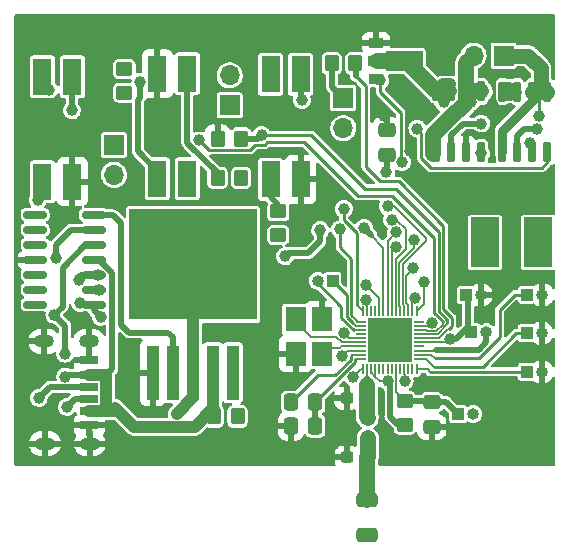
<source format=gbr>
%TF.GenerationSoftware,KiCad,Pcbnew,(6.0.2)*%
%TF.CreationDate,2022-05-11T05:14:46-07:00*%
%TF.ProjectId,InsulinCoolerBoard,496e7375-6c69-46e4-936f-6f6c6572426f,rev?*%
%TF.SameCoordinates,Original*%
%TF.FileFunction,Copper,L1,Top*%
%TF.FilePolarity,Positive*%
%FSLAX46Y46*%
G04 Gerber Fmt 4.6, Leading zero omitted, Abs format (unit mm)*
G04 Created by KiCad (PCBNEW (6.0.2)) date 2022-05-11 05:14:46*
%MOMM*%
%LPD*%
G01*
G04 APERTURE LIST*
G04 Aperture macros list*
%AMRoundRect*
0 Rectangle with rounded corners*
0 $1 Rounding radius*
0 $2 $3 $4 $5 $6 $7 $8 $9 X,Y pos of 4 corners*
0 Add a 4 corners polygon primitive as box body*
4,1,4,$2,$3,$4,$5,$6,$7,$8,$9,$2,$3,0*
0 Add four circle primitives for the rounded corners*
1,1,$1+$1,$2,$3*
1,1,$1+$1,$4,$5*
1,1,$1+$1,$6,$7*
1,1,$1+$1,$8,$9*
0 Add four rect primitives between the rounded corners*
20,1,$1+$1,$2,$3,$4,$5,0*
20,1,$1+$1,$4,$5,$6,$7,0*
20,1,$1+$1,$6,$7,$8,$9,0*
20,1,$1+$1,$8,$9,$2,$3,0*%
%AMFreePoly0*
4,1,9,3.862500,-0.866500,0.737500,-0.866500,0.737500,-0.450000,-0.737500,-0.450000,-0.737500,0.450000,0.737500,0.450000,0.737500,0.866500,3.862500,0.866500,3.862500,-0.866500,3.862500,-0.866500,$1*%
G04 Aperture macros list end*
%TA.AperFunction,ComponentPad*%
%ADD10R,1.000000X1.000000*%
%TD*%
%TA.AperFunction,ComponentPad*%
%ADD11O,1.000000X1.000000*%
%TD*%
%TA.AperFunction,SMDPad,CuDef*%
%ADD12RoundRect,0.250000X0.475000X-0.337500X0.475000X0.337500X-0.475000X0.337500X-0.475000X-0.337500X0*%
%TD*%
%TA.AperFunction,SMDPad,CuDef*%
%ADD13RoundRect,0.237500X0.237500X-0.287500X0.237500X0.287500X-0.237500X0.287500X-0.237500X-0.287500X0*%
%TD*%
%TA.AperFunction,SMDPad,CuDef*%
%ADD14R,1.600000X3.100000*%
%TD*%
%TA.AperFunction,SMDPad,CuDef*%
%ADD15R,2.400000X4.200000*%
%TD*%
%TA.AperFunction,SMDPad,CuDef*%
%ADD16RoundRect,0.250000X0.450000X-0.350000X0.450000X0.350000X-0.450000X0.350000X-0.450000X-0.350000X0*%
%TD*%
%TA.AperFunction,SMDPad,CuDef*%
%ADD17RoundRect,0.250000X-0.337500X-0.475000X0.337500X-0.475000X0.337500X0.475000X-0.337500X0.475000X0*%
%TD*%
%TA.AperFunction,SMDPad,CuDef*%
%ADD18RoundRect,0.237500X0.300000X0.237500X-0.300000X0.237500X-0.300000X-0.237500X0.300000X-0.237500X0*%
%TD*%
%TA.AperFunction,ComponentPad*%
%ADD19R,1.700000X1.700000*%
%TD*%
%TA.AperFunction,ComponentPad*%
%ADD20O,1.700000X1.700000*%
%TD*%
%TA.AperFunction,SMDPad,CuDef*%
%ADD21R,1.600000X0.700000*%
%TD*%
%TA.AperFunction,SMDPad,CuDef*%
%ADD22R,1.600000X0.760000*%
%TD*%
%TA.AperFunction,SMDPad,CuDef*%
%ADD23R,1.600000X0.800000*%
%TD*%
%TA.AperFunction,ComponentPad*%
%ADD24O,1.700000X1.100000*%
%TD*%
%TA.AperFunction,SMDPad,CuDef*%
%ADD25RoundRect,0.250000X0.350000X0.450000X-0.350000X0.450000X-0.350000X-0.450000X0.350000X-0.450000X0*%
%TD*%
%TA.AperFunction,SMDPad,CuDef*%
%ADD26R,1.800000X2.100000*%
%TD*%
%TA.AperFunction,SMDPad,CuDef*%
%ADD27RoundRect,0.250000X-0.650000X0.350000X-0.650000X-0.350000X0.650000X-0.350000X0.650000X0.350000X0*%
%TD*%
%TA.AperFunction,SMDPad,CuDef*%
%ADD28R,1.100000X4.600000*%
%TD*%
%TA.AperFunction,SMDPad,CuDef*%
%ADD29R,10.800000X9.400000*%
%TD*%
%TA.AperFunction,SMDPad,CuDef*%
%ADD30RoundRect,0.050000X0.050000X-0.350000X0.050000X0.350000X-0.050000X0.350000X-0.050000X-0.350000X0*%
%TD*%
%TA.AperFunction,SMDPad,CuDef*%
%ADD31RoundRect,0.050000X0.350000X-0.050000X0.350000X0.050000X-0.350000X0.050000X-0.350000X-0.050000X0*%
%TD*%
%TA.AperFunction,SMDPad,CuDef*%
%ADD32R,3.700000X3.700000*%
%TD*%
%TA.AperFunction,SMDPad,CuDef*%
%ADD33RoundRect,0.250000X-0.475000X0.337500X-0.475000X-0.337500X0.475000X-0.337500X0.475000X0.337500X0*%
%TD*%
%TA.AperFunction,SMDPad,CuDef*%
%ADD34R,1.300000X0.900000*%
%TD*%
%TA.AperFunction,SMDPad,CuDef*%
%ADD35FreePoly0,0.000000*%
%TD*%
%TA.AperFunction,SMDPad,CuDef*%
%ADD36RoundRect,0.150000X0.825000X0.150000X-0.825000X0.150000X-0.825000X-0.150000X0.825000X-0.150000X0*%
%TD*%
%TA.AperFunction,SMDPad,CuDef*%
%ADD37RoundRect,0.150000X0.150000X-0.725000X0.150000X0.725000X-0.150000X0.725000X-0.150000X-0.725000X0*%
%TD*%
%TA.AperFunction,SMDPad,CuDef*%
%ADD38RoundRect,0.250000X0.337500X0.475000X-0.337500X0.475000X-0.337500X-0.475000X0.337500X-0.475000X0*%
%TD*%
%TA.AperFunction,SMDPad,CuDef*%
%ADD39RoundRect,0.250000X-0.350000X-0.450000X0.350000X-0.450000X0.350000X0.450000X-0.350000X0.450000X0*%
%TD*%
%TA.AperFunction,SMDPad,CuDef*%
%ADD40RoundRect,0.250000X-0.450000X0.350000X-0.450000X-0.350000X0.450000X-0.350000X0.450000X0.350000X0*%
%TD*%
%TA.AperFunction,ViaPad*%
%ADD41C,1.000000*%
%TD*%
%TA.AperFunction,ViaPad*%
%ADD42C,0.400000*%
%TD*%
%TA.AperFunction,ViaPad*%
%ADD43C,0.600000*%
%TD*%
%TA.AperFunction,Conductor*%
%ADD44C,0.500000*%
%TD*%
%TA.AperFunction,Conductor*%
%ADD45C,0.250000*%
%TD*%
%TA.AperFunction,Conductor*%
%ADD46C,1.375000*%
%TD*%
%TA.AperFunction,Conductor*%
%ADD47C,0.152400*%
%TD*%
%TA.AperFunction,Conductor*%
%ADD48C,1.000000*%
%TD*%
%TA.AperFunction,Conductor*%
%ADD49C,0.127000*%
%TD*%
%TA.AperFunction,Conductor*%
%ADD50C,0.750000*%
%TD*%
%TA.AperFunction,Conductor*%
%ADD51C,1.250000*%
%TD*%
%TA.AperFunction,Conductor*%
%ADD52C,1.500000*%
%TD*%
G04 APERTURE END LIST*
D10*
%TO.P,TH3,1*%
%TO.N,/MCU/TEMP_SENSE_3*%
X140142200Y-94716600D03*
D11*
%TO.P,TH3,2*%
%TO.N,GND*%
X141412200Y-94716600D03*
%TD*%
D10*
%TO.P,TH2,1*%
%TO.N,/MCU/TEMP_SENSE_2*%
X140131800Y-91465400D03*
D11*
%TO.P,TH2,2*%
%TO.N,GND*%
X141401800Y-91465400D03*
%TD*%
D10*
%TO.P,TH1,1*%
%TO.N,/MCU/TEMP_SENSE_1*%
X140182600Y-88188800D03*
D11*
%TO.P,TH1,2*%
%TO.N,GND*%
X141452600Y-88188800D03*
%TD*%
D10*
%TO.P,SW1,1*%
%TO.N,+3V3*%
X135458200Y-91363800D03*
D11*
%TO.P,SW1,2*%
%TO.N,/MCU/PWR_SW_P_MCU*%
X136728200Y-91363800D03*
%TD*%
D10*
%TO.P,J11,1,Pin_1*%
%TO.N,+3V3*%
X134975600Y-88214200D03*
D11*
%TO.P,J11,2,Pin_2*%
%TO.N,GND*%
X136245600Y-88214200D03*
%TD*%
D10*
%TO.P,J4,1,Pin_1*%
%TO.N,/MCU/EN*%
X134340600Y-98298000D03*
D11*
%TO.P,J4,2,Pin_2*%
%TO.N,/MCU/IO0*%
X135610600Y-98298000D03*
%TD*%
D10*
%TO.P,J9,1,Pin_1*%
%TO.N,/MCU/RXD_MCU*%
X123705899Y-87011901D03*
D11*
%TO.P,J9,2,Pin_2*%
%TO.N,/MCU/TXD_MCU*%
X122435899Y-87011901D03*
%TD*%
D12*
%TO.P,C17,1*%
%TO.N,+3V3*%
X128270000Y-76348500D03*
%TO.P,C17,2*%
%TO.N,GND*%
X128270000Y-74273500D03*
%TD*%
D13*
%TO.P,L1,1,1*%
%TO.N,Net-(AE1-Pad1)*%
X126669800Y-100341400D03*
%TO.P,L1,2,2*%
%TO.N,Net-(C2-Pad1)*%
X126669800Y-98591400D03*
%TD*%
D14*
%TO.P,U14,1*%
%TO.N,Net-(R19-Pad1)*%
X118465600Y-78428200D03*
%TO.P,U14,2*%
%TO.N,GND*%
X121005600Y-78428200D03*
%TO.P,U14,3*%
%TO.N,Net-(U11-Pad3)*%
X121005600Y-69538200D03*
%TO.P,U14,4*%
%TO.N,Net-(BT2-Pad2)*%
X118465600Y-69538200D03*
%TD*%
D15*
%TO.P,L2,1,1*%
%TO.N,Net-(C11-Pad1)*%
X141097000Y-83769200D03*
%TO.P,L2,2,2*%
%TO.N,+3V3*%
X136597000Y-83769200D03*
%TD*%
D16*
%TO.P,R10,1*%
%TO.N,+3V3*%
X129822299Y-99196400D03*
%TO.P,R10,2*%
%TO.N,/MCU/EN*%
X129822299Y-97196400D03*
%TD*%
D17*
%TO.P,C3,1*%
%TO.N,Net-(C3-Pad1)*%
X120175200Y-97282000D03*
%TO.P,C3,2*%
%TO.N,Net-(C3-Pad2)*%
X122250200Y-97282000D03*
%TD*%
D18*
%TO.P,C2,1*%
%TO.N,Net-(C2-Pad1)*%
X126617900Y-96977200D03*
%TO.P,C2,2*%
%TO.N,GND*%
X124892900Y-96977200D03*
%TD*%
%TO.P,C1,1*%
%TO.N,Net-(AE1-Pad1)*%
X126644400Y-101955600D03*
%TO.P,C1,2*%
%TO.N,GND*%
X124919400Y-101955600D03*
%TD*%
D19*
%TO.P,BT2,1,+*%
%TO.N,Net-(BT1-Pad2)*%
X114985800Y-72161400D03*
D20*
%TO.P,BT2,2,-*%
%TO.N,Net-(BT2-Pad2)*%
X114985800Y-69621400D03*
%TD*%
D21*
%TO.P,J2,A5,CC1*%
%TO.N,Net-(J2-PadA5)*%
X103100055Y-95998600D03*
D22*
%TO.P,J2,A9,VBUS*%
%TO.N,VBUS*%
X103100055Y-98018600D03*
D23*
%TO.P,J2,A12,GND*%
%TO.N,GND*%
X103100055Y-99248600D03*
D21*
%TO.P,J2,B5,CC2*%
%TO.N,Net-(J2-PadB5)*%
X103100055Y-96998600D03*
D22*
%TO.P,J2,B9,VBUS*%
%TO.N,VBUS*%
X103100055Y-94978600D03*
D23*
%TO.P,J2,B12,GND*%
%TO.N,GND*%
X103100055Y-93748600D03*
D24*
%TO.P,J2,S1,SHIELD*%
X99300055Y-92148600D03*
X103100055Y-92148600D03*
X103150055Y-100798600D03*
X99350055Y-100798600D03*
%TD*%
D25*
%TO.P,R40,1*%
%TO.N,Net-(R39-Pad2)*%
X115655600Y-98501200D03*
%TO.P,R40,2*%
%TO.N,VBUS*%
X113655600Y-98501200D03*
%TD*%
D26*
%TO.P,Y1,1,1*%
%TO.N,Net-(C6-Pad1)*%
X122783299Y-93174701D03*
%TO.P,Y1,2,2*%
%TO.N,GND*%
X122783299Y-90274701D03*
%TO.P,Y1,3,3*%
%TO.N,Net-(C7-Pad1)*%
X120583299Y-90274701D03*
%TO.P,Y1,4,4*%
%TO.N,GND*%
X120583299Y-93174701D03*
%TD*%
D19*
%TO.P,BT3,1,+*%
%TO.N,Net-(BT2-Pad2)*%
X124612400Y-71551800D03*
D20*
%TO.P,BT3,2,-*%
%TO.N,Net-(BT3-Pad2)*%
X124612400Y-74091800D03*
%TD*%
D27*
%TO.P,AE1,1,FEED*%
%TO.N,Net-(AE1-Pad1)*%
X126644400Y-105613200D03*
%TO.P,AE1,2,PCB_Trace*%
%TO.N,unconnected-(AE1-Pad2)*%
X126644400Y-108513200D03*
%TD*%
D28*
%TO.P,U17,1,GND*%
%TO.N,GND*%
X108480600Y-94786800D03*
%TO.P,U17,2,EN*%
%TO.N,Net-(U17-Pad2)*%
X110180600Y-94786800D03*
D29*
%TO.P,U17,3,SW*%
%TO.N,Net-(D4-Pad2)*%
X111880600Y-85636800D03*
D28*
X111880600Y-94786800D03*
%TO.P,U17,4,VIN*%
%TO.N,VBUS*%
X113580600Y-94786800D03*
%TO.P,U17,5,FB*%
%TO.N,Net-(R34-Pad2)*%
X115280600Y-94786800D03*
%TD*%
D30*
%TO.P,U1,1,VDDA*%
%TO.N,+3V3*%
X126263299Y-94502701D03*
%TO.P,U1,2,LNA_IN*%
%TO.N,Net-(C2-Pad1)*%
X126613299Y-94502701D03*
%TO.P,U1,3,VDD3P3*%
%TO.N,+3V3*%
X126963299Y-94502701D03*
%TO.P,U1,4,VDD3P3*%
X127313299Y-94502701D03*
%TO.P,U1,5,SENSOR_VP*%
%TO.N,unconnected-(U1-Pad5)*%
X127663299Y-94502701D03*
%TO.P,U1,6,SENSOR_CAPP*%
%TO.N,unconnected-(U1-Pad6)*%
X128013299Y-94502701D03*
%TO.P,U1,7,SENSOR_CAPN*%
%TO.N,unconnected-(U1-Pad7)*%
X128363299Y-94502701D03*
%TO.P,U1,8,SENSOR_VN*%
%TO.N,unconnected-(U1-Pad8)*%
X128713299Y-94502701D03*
%TO.P,U1,9,CHIP_PU*%
%TO.N,/MCU/EN*%
X129063299Y-94502701D03*
%TO.P,U1,10,GPIO34/VDET_1*%
%TO.N,unconnected-(U1-Pad10)*%
X129413299Y-94502701D03*
%TO.P,U1,11,GPIO35/VDET_2*%
%TO.N,Net-(R39-Pad2)*%
X129763299Y-94502701D03*
%TO.P,U1,12,GPIO32/32K_XP*%
%TO.N,unconnected-(U1-Pad12)*%
X130113299Y-94502701D03*
%TO.P,U1,13,GPIO33/32K_XN*%
%TO.N,unconnected-(U1-Pad13)*%
X130463299Y-94502701D03*
%TO.P,U1,14,GPIO25*%
%TO.N,/MCU/TEMP_SENSE_3*%
X130813299Y-94502701D03*
D31*
%TO.P,U1,15,GPIO26*%
%TO.N,/MCU/TEMP_SENSE_2*%
X130988299Y-93627701D03*
%TO.P,U1,16,GPIO27*%
%TO.N,/MCU/TEMP_SENSE_1*%
X130988299Y-93277701D03*
%TO.P,U1,17,GPIO14/MTMS*%
%TO.N,/MCU/PWR_SW_P_MCU*%
X130988299Y-92927701D03*
%TO.P,U1,18,GPIO12/MTDI*%
%TO.N,unconnected-(U1-Pad18)*%
X130988299Y-92577701D03*
%TO.P,U1,19,VDD3P3_RTC*%
%TO.N,+3V3*%
X130988299Y-92227701D03*
%TO.P,U1,20,GPIO13/MTCK*%
%TO.N,/MCU/CELL_MEAS_1_MCU*%
X130988299Y-91877701D03*
%TO.P,U1,21,GPIO15/MTDO*%
%TO.N,/MCU/CELL_MEAS_2_MCU*%
X130988299Y-91527701D03*
%TO.P,U1,22,GPIO2*%
%TO.N,/MCU/CELL_MEAS_3_MCU*%
X130988299Y-91177701D03*
%TO.P,U1,23,GPIO0*%
%TO.N,/MCU/IO0*%
X130988299Y-90827701D03*
%TO.P,U1,24,GPIO4*%
%TO.N,unconnected-(U1-Pad24)*%
X130988299Y-90477701D03*
D30*
%TO.P,U1,25,GPIO16*%
%TO.N,/MCU/CELL_DSCHG_3_MCU*%
X130813299Y-89602701D03*
%TO.P,U1,26,VDD_SDIO*%
%TO.N,Net-(C18-Pad1)*%
X130463299Y-89602701D03*
%TO.P,U1,27,GPIO17*%
%TO.N,/MCU/CELL_DSCHG_2_MCU*%
X130113299Y-89602701D03*
%TO.P,U1,28,SD_DATA_2*%
%TO.N,/MCU/SD_DATA_2*%
X129763299Y-89602701D03*
%TO.P,U1,29,SD_DATA_3*%
%TO.N,/MCU/SD_DATA_3*%
X129413299Y-89602701D03*
%TO.P,U1,30,SD_CMD*%
%TO.N,/MCU/SD_CMD*%
X129063299Y-89602701D03*
%TO.P,U1,31,SD_CLK*%
%TO.N,/MCU/SD_CLK*%
X128713299Y-89602701D03*
%TO.P,U1,32,SD_DATA_0*%
%TO.N,/MCU/SD_DATA_0*%
X128363299Y-89602701D03*
%TO.P,U1,33,SD_DATA_1*%
%TO.N,/MCU/SD_DATA_1*%
X128013299Y-89602701D03*
%TO.P,U1,34,GPIO5*%
%TO.N,/MCU/CELL_DSCHG_1_MCU*%
X127663299Y-89602701D03*
%TO.P,U1,35,GPIO18*%
%TO.N,unconnected-(U1-Pad35)*%
X127313299Y-89602701D03*
%TO.P,U1,36,GPIO23*%
%TO.N,unconnected-(U1-Pad36)*%
X126963299Y-89602701D03*
%TO.P,U1,37,VDD3P3_CPU*%
%TO.N,Net-(C10-Pad1)*%
X126613299Y-89602701D03*
%TO.P,U1,38,GPIO19*%
%TO.N,/MCU/DRIVER_DIR_MCU*%
X126263299Y-89602701D03*
D31*
%TO.P,U1,39,GPIO22*%
%TO.N,/MCU/DRIVER_EN_MCU*%
X126088299Y-90477701D03*
%TO.P,U1,40,U0RXD*%
%TO.N,/MCU/RXD_MCU*%
X126088299Y-90827701D03*
%TO.P,U1,41,U0TXD*%
%TO.N,/MCU/TXD_MCU*%
X126088299Y-91177701D03*
%TO.P,U1,42,GPIO21*%
%TO.N,unconnected-(U1-Pad42)*%
X126088299Y-91527701D03*
%TO.P,U1,43,VDDA*%
%TO.N,+3V3*%
X126088299Y-91877701D03*
%TO.P,U1,44,XTAL_N*%
%TO.N,Net-(C7-Pad1)*%
X126088299Y-92227701D03*
%TO.P,U1,45,XTAL_P*%
%TO.N,Net-(C6-Pad1)*%
X126088299Y-92577701D03*
%TO.P,U1,46,VDDA*%
%TO.N,+3V3*%
X126088299Y-92927701D03*
%TO.P,U1,47,CAP2*%
%TO.N,Net-(C3-Pad1)*%
X126088299Y-93277701D03*
%TO.P,U1,48,CAP1*%
%TO.N,Net-(C3-Pad2)*%
X126088299Y-93627701D03*
D32*
%TO.P,U1,49,GND_EP*%
%TO.N,GND*%
X128538299Y-92052701D03*
%TD*%
D33*
%TO.P,C16,1*%
%TO.N,/MCU/EN*%
X132108299Y-97298901D03*
%TO.P,C16,2*%
%TO.N,GND*%
X132108299Y-99373901D03*
%TD*%
D34*
%TO.P,U19,1,GND*%
%TO.N,GND*%
X127382000Y-66902200D03*
D35*
%TO.P,U19,2,VIN*%
%TO.N,PWR_UNREG*%
X127469500Y-68402200D03*
D34*
%TO.P,U19,3,VOUT*%
%TO.N,+5V*%
X127382000Y-69902200D03*
%TD*%
D25*
%TO.P,R27,1*%
%TO.N,/MCU/CELL_MEAS_2_MCU*%
X115960400Y-74980800D03*
%TO.P,R27,2*%
%TO.N,GND*%
X113960400Y-74980800D03*
%TD*%
D36*
%TO.P,U5,1*%
%TO.N,Net-(R34-Pad2)*%
X103465400Y-89052400D03*
%TO.P,U5,2,-*%
%TO.N,Net-(R5-Pad1)*%
X103465400Y-87782400D03*
%TO.P,U5,3,+*%
%TO.N,Net-(R34-Pad1)*%
X103465400Y-86512400D03*
%TO.P,U5,4,V+*%
%TO.N,VBUS*%
X103465400Y-85242400D03*
%TO.P,U5,5,+*%
%TO.N,Net-(R33-Pad2)*%
X103465400Y-83972400D03*
%TO.P,U5,6,-*%
%TO.N,Net-(R30-Pad2)*%
X103465400Y-82702400D03*
%TO.P,U5,7*%
%TO.N,Net-(U17-Pad2)*%
X103465400Y-81432400D03*
%TO.P,U5,8*%
%TO.N,N/C*%
X98515400Y-81432400D03*
%TO.P,U5,9*%
X98515400Y-82702400D03*
%TO.P,U5,10*%
X98515400Y-83972400D03*
%TO.P,U5,11,V-*%
%TO.N,GND*%
X98515400Y-85242400D03*
%TO.P,U5,12*%
%TO.N,N/C*%
X98515400Y-86512400D03*
%TO.P,U5,13*%
X98515400Y-87782400D03*
%TO.P,U5,14*%
X98515400Y-89052400D03*
%TD*%
D37*
%TO.P,U4,1,S*%
%TO.N,Net-(J1-Pad1)*%
X138060982Y-76142400D03*
%TO.P,U4,2,G*%
%TO.N,Net-(U18-Pad7)*%
X139330982Y-76142400D03*
%TO.P,U4,3,S*%
%TO.N,GND*%
X140600982Y-76142400D03*
%TO.P,U4,4,G*%
%TO.N,/MCU/DRIVER_DIR_MCU*%
X141870982Y-76142400D03*
%TO.P,U4,5,D*%
%TO.N,Net-(J1-Pad1)*%
X141870982Y-70992400D03*
%TO.P,U4,6,D*%
X140600982Y-70992400D03*
%TO.P,U4,7,D*%
%TO.N,PWR_UNREG*%
X139330982Y-70992400D03*
%TO.P,U4,8,D*%
X138060982Y-70992400D03*
%TD*%
D14*
%TO.P,U12,1*%
%TO.N,Net-(R17-Pad1)*%
X99136200Y-78624000D03*
%TO.P,U12,2*%
%TO.N,GND*%
X101676200Y-78624000D03*
%TO.P,U12,3*%
%TO.N,Net-(U12-Pad3)*%
X101676200Y-69734000D03*
%TO.P,U12,4*%
%TO.N,PWR_UNREG*%
X99136200Y-69734000D03*
%TD*%
D38*
%TO.P,C4,1*%
%TO.N,Net-(C3-Pad2)*%
X122250200Y-99314000D03*
%TO.P,C4,2*%
%TO.N,GND*%
X120175200Y-99314000D03*
%TD*%
D19*
%TO.P,J1,1,Pin_1*%
%TO.N,Net-(J1-Pad1)*%
X138175800Y-67949300D03*
D20*
%TO.P,J1,2,Pin_2*%
%TO.N,Net-(J1-Pad2)*%
X135635800Y-67949300D03*
%TD*%
D19*
%TO.P,BT1,1,+*%
%TO.N,PWR_UNREG*%
X105181400Y-75514200D03*
D20*
%TO.P,BT1,2,-*%
%TO.N,Net-(BT1-Pad2)*%
X105181400Y-78054200D03*
%TD*%
D37*
%TO.P,U3,1,S*%
%TO.N,Net-(J1-Pad2)*%
X132500800Y-76124300D03*
%TO.P,U3,2,G*%
%TO.N,Net-(U3-Pad2)*%
X133770800Y-76124300D03*
%TO.P,U3,3,S*%
%TO.N,GND*%
X135040800Y-76124300D03*
%TO.P,U3,4,G*%
%TO.N,/Peltier Driver/~DRIVER_DIR_PD*%
X136310800Y-76124300D03*
%TO.P,U3,5,D*%
%TO.N,Net-(J1-Pad2)*%
X136310800Y-70974300D03*
%TO.P,U3,6,D*%
X135040800Y-70974300D03*
%TO.P,U3,7,D*%
%TO.N,PWR_UNREG*%
X133770800Y-70974300D03*
%TO.P,U3,8,D*%
X132500800Y-70974300D03*
%TD*%
D14*
%TO.P,U13,1*%
%TO.N,Net-(R18-Pad1)*%
X111404400Y-69487400D03*
%TO.P,U13,2*%
%TO.N,GND*%
X108864400Y-69487400D03*
%TO.P,U13,3*%
%TO.N,Net-(U10-Pad3)*%
X108864400Y-78377400D03*
%TO.P,U13,4*%
%TO.N,Net-(BT1-Pad2)*%
X111404400Y-78377400D03*
%TD*%
D16*
%TO.P,R23,1*%
%TO.N,/MCU/CELL_MEAS_3_MCU*%
X106070400Y-71078600D03*
%TO.P,R23,2*%
%TO.N,Net-(R23-Pad2)*%
X106070400Y-69078600D03*
%TD*%
D39*
%TO.P,R28,1*%
%TO.N,Net-(BT2-Pad2)*%
X123628400Y-68605400D03*
%TO.P,R28,2*%
%TO.N,/MCU/CELL_MEAS_1_MCU*%
X125628400Y-68605400D03*
%TD*%
%TO.P,R18,1*%
%TO.N,Net-(R18-Pad1)*%
X113960400Y-78308200D03*
%TO.P,R18,2*%
%TO.N,/MCU/CELL_DSCHG_2_MCU*%
X115960400Y-78308200D03*
%TD*%
D40*
%TO.P,R19,1*%
%TO.N,Net-(R19-Pad1)*%
X119100600Y-81143600D03*
%TO.P,R19,2*%
%TO.N,/MCU/CELL_DSCHG_1_MCU*%
X119100600Y-83143600D03*
%TD*%
D41*
%TO.N,GND*%
X105435400Y-80594200D03*
X136702800Y-79451200D03*
X140411200Y-75336400D03*
X130240700Y-75987000D03*
X104140000Y-68961000D03*
X98272600Y-90195400D03*
X106324400Y-96215200D03*
X128066800Y-73075800D03*
X129997200Y-71729600D03*
X137258328Y-72138109D03*
%TO.N,PWR_UNREG*%
X129209800Y-68402200D03*
%TO.N,Net-(J1-Pad1)*%
X141181747Y-73076475D03*
%TO.N,+3V3*%
X133621286Y-91953684D03*
%TO.N,+5V*%
X129572244Y-76975690D03*
%TO.N,Net-(C7-Pad1)*%
X120583299Y-90424701D03*
%TO.N,GND*%
X120523000Y-92710000D03*
X122834400Y-90703400D03*
%TO.N,Net-(C6-Pad1)*%
X123015800Y-92942200D03*
%TO.N,+3V3*%
X128244600Y-77827601D03*
%TO.N,/MCU/CELL_MEAS_2_MCU*%
X117687600Y-74676000D03*
%TO.N,Net-(BT3-Pad2)*%
X122656600Y-82727800D03*
%TO.N,/MCU/CELL_MEAS_3_MCU*%
X112432647Y-75125087D03*
%TO.N,/MCU/CELL_DSCHG_1_MCU*%
X119100600Y-83143600D03*
%TO.N,/MCU/CELL_DSCHG_2_MCU*%
X115925600Y-78359000D03*
X130505200Y-85953600D03*
%TO.N,Net-(R17-Pad1)*%
X98755200Y-80187800D03*
%TO.N,Net-(BT1-Pad2)*%
X111313000Y-78191400D03*
%TO.N,Net-(BT2-Pad2)*%
X118516400Y-69418200D03*
%TO.N,Net-(BT3-Pad2)*%
X119669920Y-84952480D03*
%TO.N,GND*%
X131916600Y-72406300D03*
X127256899Y-90948901D03*
X128526899Y-92041101D03*
D42*
%TO.N,Net-(C3-Pad1)*%
X120204100Y-97253100D03*
%TO.N,Net-(C3-Pad2)*%
X122250200Y-97282000D03*
D41*
%TO.N,+3V3*%
X124514578Y-93361468D03*
X125433326Y-95166194D03*
X128360599Y-95529201D03*
X136550400Y-83493700D03*
X124640699Y-91406101D03*
%TO.N,Net-(C11-Pad1)*%
X140893800Y-82575400D03*
X141605000Y-85090000D03*
%TO.N,+5V*%
X127736600Y-70053200D03*
%TO.N,Net-(D4-Pad2)*%
X110519800Y-98257400D03*
D43*
X111880600Y-85636800D03*
X113277600Y-85608200D03*
X113328400Y-86649600D03*
X111880600Y-86827400D03*
D41*
%TO.N,Net-(J1-Pad2)*%
X135407400Y-71898280D03*
%TO.N,Net-(R5-Pad1)*%
X103911400Y-87833200D03*
%TO.N,Net-(R34-Pad1)*%
X102262900Y-86953837D03*
X103835200Y-86512400D03*
%TO.N,Net-(R23-Pad2)*%
X106121200Y-69088000D03*
%TO.N,Net-(R30-Pad2)*%
X100253800Y-85064600D03*
%TO.N,Net-(R33-Pad2)*%
X100152200Y-89890600D03*
X101066600Y-93183200D03*
%TO.N,Net-(R34-Pad2)*%
X102336600Y-88900000D03*
X104063800Y-90068400D03*
X115280600Y-94786800D03*
%TO.N,Net-(R39-Pad2)*%
X129800761Y-95483001D03*
X115773200Y-98501200D03*
%TO.N,Net-(U12-Pad3)*%
X101625400Y-72593200D03*
%TO.N,Net-(U10-Pad3)*%
X107437898Y-70154800D03*
%TO.N,Net-(U11-Pad3)*%
X121107200Y-71704200D03*
%TO.N,Net-(J2-PadA5)*%
X98831400Y-96926400D03*
%TO.N,Net-(J2-PadB5)*%
X101219000Y-97688400D03*
%TO.N,Net-(U18-Pad7)*%
X140992393Y-74186950D03*
%TO.N,PWR_UNREG*%
X138734800Y-70993000D03*
X99732100Y-70826900D03*
X133106331Y-71898291D03*
X133641382Y-70395280D03*
%TO.N,Net-(C10-Pad1)*%
X126519979Y-88608546D03*
%TO.N,Net-(U3-Pad2)*%
X136310800Y-73701700D03*
%TO.N,/Peltier Driver/~DRIVER_DIR_PD*%
X136307000Y-76228200D03*
%TO.N,Net-(C18-Pad1)*%
X130711299Y-88510501D03*
%TO.N,VBUS*%
X101066600Y-95122100D03*
X113557000Y-93558400D03*
X113580600Y-94906400D03*
%TO.N,/MCU/IO0*%
X132082899Y-90567901D03*
%TO.N,/MCU/CELL_DSCHG_3_MCU*%
X131445000Y-87096600D03*
%TO.N,/MCU/CELL_DSCHG_1_MCU*%
X126545699Y-87392901D03*
%TO.N,/MCU/CELL_MEAS_3_MCU*%
X106070400Y-71170800D03*
%TO.N,/MCU/CELL_MEAS_1_MCU*%
X125653800Y-68630800D03*
%TO.N,/MCU/SD_DATA_2*%
X128399899Y-80712701D03*
%TO.N,/MCU/SD_DATA_3*%
X130609699Y-83582901D03*
%TO.N,/MCU/SD_CMD*%
X128738032Y-81846133D03*
%TO.N,/MCU/SD_CLK*%
X129060299Y-84141701D03*
%TO.N,/MCU/SD_DATA_0*%
X129083179Y-82925021D03*
%TO.N,/MCU/SD_DATA_1*%
X126367899Y-82516101D03*
%TO.N,/MCU/DRIVER_DIR_MCU*%
X130882000Y-74128200D03*
X124655691Y-80938089D03*
%TO.N,/MCU/DRIVER_EN_MCU*%
X124330691Y-82663089D03*
%TD*%
D44*
%TO.N,Net-(R18-Pad1)*%
X111404400Y-75336400D02*
X111404400Y-69487400D01*
X113960400Y-78308200D02*
X113960400Y-77892400D01*
X113960400Y-77892400D02*
X111404400Y-75336400D01*
%TO.N,Net-(BT3-Pad2)*%
X121640600Y-84683600D02*
X122656600Y-83667600D01*
X119938800Y-84683600D02*
X121640600Y-84683600D01*
X119669920Y-84952480D02*
X119938800Y-84683600D01*
X122656600Y-83667600D02*
X122656600Y-82727800D01*
D45*
%TO.N,/MCU/CELL_MEAS_3_MCU*%
X113239880Y-75932320D02*
X112432647Y-75125087D01*
X116701280Y-75932320D02*
X113239880Y-75932320D01*
X117151280Y-75482320D02*
X116701280Y-75932320D01*
X117944078Y-75482320D02*
X117151280Y-75482320D01*
X125861000Y-79836200D02*
X121310400Y-75285600D01*
X121310400Y-75285600D02*
X118140798Y-75285600D01*
X132321511Y-83394752D02*
X128762959Y-79836200D01*
X132321511Y-89743715D02*
X132321511Y-83394752D01*
X133019800Y-90442004D02*
X132321511Y-89743715D01*
X118140798Y-75285600D02*
X117944078Y-75482320D01*
X133019800Y-90525600D02*
X133019800Y-90442004D01*
X128762959Y-79836200D02*
X125861000Y-79836200D01*
D44*
%TO.N,Net-(U18-Pad7)*%
X139935050Y-74186950D02*
X139330982Y-74791018D01*
X139330982Y-74791018D02*
X139330982Y-76142400D01*
X140992393Y-74186950D02*
X139935050Y-74186950D01*
D45*
%TO.N,+5V*%
X127736600Y-71018400D02*
X127736600Y-70053200D01*
X129489200Y-72771000D02*
X127736600Y-71018400D01*
X129572244Y-76975690D02*
X129489200Y-76892646D01*
X129489200Y-76892646D02*
X129489200Y-72771000D01*
D44*
%TO.N,+3V3*%
X128270000Y-77802201D02*
X128270000Y-76348500D01*
X128244600Y-77827601D02*
X128270000Y-77802201D01*
D45*
%TO.N,/MCU/CELL_MEAS_1_MCU*%
X133805619Y-90857381D02*
X133578600Y-91084400D01*
X127753501Y-78579101D02*
X129288899Y-78579101D01*
X133074551Y-82364753D02*
X133074551Y-89412871D01*
X126517400Y-77343000D02*
X127753501Y-78579101D01*
X129288899Y-78579101D02*
X133074551Y-82364753D01*
X133074551Y-89412871D02*
X133805619Y-90143939D01*
X133805619Y-90143939D02*
X133805619Y-90857381D01*
X126517400Y-70535800D02*
X126517400Y-77343000D01*
X125653800Y-69672200D02*
X126517400Y-70535800D01*
%TO.N,/MCU/DRIVER_DIR_MCU*%
X141870982Y-76975418D02*
X141870982Y-76142400D01*
X132020126Y-77444600D02*
X141401800Y-77444600D01*
X131231580Y-76656054D02*
X132020126Y-77444600D01*
X131231580Y-74477780D02*
X131231580Y-76656054D01*
X130882000Y-74128200D02*
X131231580Y-74477780D01*
X141401800Y-77444600D02*
X141870982Y-76975418D01*
D46*
%TO.N,PWR_UNREG*%
X129928700Y-68402200D02*
X127469500Y-68402200D01*
X132500800Y-70974300D02*
X129928700Y-68402200D01*
D44*
%TO.N,/MCU/CELL_MEAS_2_MCU*%
X117382800Y-74980800D02*
X117687600Y-74676000D01*
X115960400Y-74980800D02*
X117382800Y-74980800D01*
%TO.N,Net-(R19-Pad1)*%
X119100600Y-80594200D02*
X118465600Y-79959200D01*
X119100600Y-81143600D02*
X119100600Y-80594200D01*
D45*
%TO.N,Net-(J1-Pad2)*%
X135407400Y-71877700D02*
X136310800Y-70974300D01*
X135407400Y-71898280D02*
X135407400Y-71877700D01*
D46*
%TO.N,Net-(AE1-Pad1)*%
X126644400Y-101955600D02*
X126644400Y-105613200D01*
X126669800Y-101930200D02*
X126644400Y-101955600D01*
X126669800Y-100341400D02*
X126669800Y-101930200D01*
%TO.N,Net-(C2-Pad1)*%
X126617900Y-98539500D02*
X126669800Y-98591400D01*
X126617900Y-96977200D02*
X126617900Y-98539500D01*
X126621899Y-96973201D02*
X126617900Y-96977200D01*
X126621899Y-95800301D02*
X126621899Y-96973201D01*
D45*
%TO.N,Net-(C3-Pad1)*%
X122435800Y-95021400D02*
X120204100Y-97253100D01*
X123926600Y-95021400D02*
X122435800Y-95021400D01*
X125265200Y-93682800D02*
X123926600Y-95021400D01*
X125265200Y-93397800D02*
X125265200Y-93682800D01*
X125377299Y-93285701D02*
X125265200Y-93397800D01*
%TO.N,Net-(C3-Pad2)*%
X125641711Y-93630889D02*
X125644899Y-93627701D01*
X125641711Y-93890489D02*
X125641711Y-93630889D01*
X122250200Y-97282000D02*
X125641711Y-93890489D01*
D47*
%TO.N,+3V3*%
X124948345Y-92927701D02*
X126088299Y-92927701D01*
X124514578Y-93361468D02*
X124948345Y-92927701D01*
X127324472Y-95123128D02*
X127730545Y-95529201D01*
X127730545Y-95529201D02*
X128360599Y-95529201D01*
D44*
X128600200Y-95768802D02*
X128600200Y-98515202D01*
X128360599Y-95529201D02*
X128600200Y-95768802D01*
X128600200Y-98515202D02*
X129281398Y-99196400D01*
X129281398Y-99196400D02*
X129822299Y-99196400D01*
D48*
%TO.N,PWR_UNREG*%
X133079820Y-70395280D02*
X132500800Y-70974300D01*
X133641382Y-70395280D02*
X133079820Y-70395280D01*
D44*
%TO.N,/MCU/CELL_MEAS_1_MCU*%
X125653800Y-69672200D02*
X125653800Y-68630800D01*
D45*
%TO.N,Net-(J1-Pad1)*%
X141181747Y-73076475D02*
X141181747Y-71086053D01*
X141181747Y-71086053D02*
X141351000Y-70916800D01*
D44*
%TO.N,/MCU/EN*%
X133341501Y-97298901D02*
X134340600Y-98298000D01*
X132108299Y-97298901D02*
X133341501Y-97298901D01*
%TO.N,/MCU/PWR_SW_P_MCU*%
X136728200Y-92203944D02*
X136728200Y-91363800D01*
X136062243Y-92869901D02*
X136728200Y-92203944D01*
%TO.N,+3V3*%
X135379200Y-91284800D02*
X134795000Y-91284800D01*
%TO.N,/MCU/PWR_SW_P_MCU*%
X132486099Y-92869901D02*
X136062243Y-92869901D01*
%TO.N,+3V3*%
X135458200Y-91363800D02*
X135379200Y-91284800D01*
D47*
%TO.N,/MCU/TEMP_SENSE_3*%
X131764501Y-94502701D02*
X130813299Y-94502701D01*
X131978400Y-94716600D02*
X131764501Y-94502701D01*
D45*
X131978400Y-94716600D02*
X140142200Y-94716600D01*
%TO.N,/MCU/TEMP_SENSE_2*%
X139242800Y-91465400D02*
X140131800Y-91465400D01*
X136431899Y-94276301D02*
X139242800Y-91465400D01*
X132260699Y-94276301D02*
X136431899Y-94276301D01*
%TO.N,/MCU/TEMP_SENSE_1*%
X137845800Y-91795600D02*
X137845800Y-89458800D01*
X136067800Y-93573600D02*
X137845800Y-91795600D01*
X137845800Y-89458800D02*
X139115800Y-88188800D01*
X139115800Y-88188800D02*
X140182600Y-88188800D01*
X132359400Y-93573600D02*
X136067800Y-93573600D01*
D47*
X132063501Y-93277701D02*
X132359400Y-93573600D01*
X130988299Y-93277701D02*
X132063501Y-93277701D01*
D44*
%TO.N,+3V3*%
X134795000Y-91284800D02*
X135178800Y-90901000D01*
X134126116Y-91953684D02*
X134795000Y-91284800D01*
X135178800Y-88417400D02*
X134975600Y-88214200D01*
X135178800Y-90576400D02*
X135178800Y-88417400D01*
D45*
%TO.N,/MCU/TXD_MCU*%
X122435899Y-87244923D02*
X122435899Y-87011901D01*
X124434600Y-90133202D02*
X124434600Y-89243624D01*
X124434600Y-89243624D02*
X122435899Y-87244923D01*
X125479099Y-91177701D02*
X124434600Y-90133202D01*
X125529899Y-91177701D02*
X125479099Y-91177701D01*
D47*
%TO.N,+3V3*%
X133347269Y-92227701D02*
X130988299Y-92227701D01*
X133621286Y-91953684D02*
X133347269Y-92227701D01*
D44*
X133621286Y-91953684D02*
X134126116Y-91953684D01*
X135178800Y-90901000D02*
X135178800Y-90576400D01*
D47*
%TO.N,/MCU/CELL_MEAS_1_MCU*%
X133451600Y-91084400D02*
X133578600Y-91084400D01*
X132700600Y-91877701D02*
X132700600Y-91835400D01*
X132700600Y-91835400D02*
X133451600Y-91084400D01*
X130988299Y-91877701D02*
X132700600Y-91877701D01*
D45*
%TO.N,/MCU/CELL_MEAS_2_MCU*%
X126428289Y-79209689D02*
X121894600Y-74676000D01*
X129032737Y-79209689D02*
X126428289Y-79209689D01*
X132698031Y-82874983D02*
X129032737Y-79209689D01*
X132698031Y-89568831D02*
X132698031Y-82874983D01*
X121894600Y-74676000D02*
X117687600Y-74676000D01*
X133429099Y-90609910D02*
X133429099Y-90299899D01*
X133429099Y-90299899D02*
X132698031Y-89568831D01*
D47*
%TO.N,/MCU/CELL_MEAS_3_MCU*%
X131629196Y-91177701D02*
X130988299Y-91177701D01*
X131722097Y-91270602D02*
X131629196Y-91177701D01*
X133019800Y-90727296D02*
X132476494Y-91270602D01*
X133019800Y-90525600D02*
X133019800Y-90727296D01*
X132476494Y-91270602D02*
X131722097Y-91270602D01*
%TO.N,/MCU/CELL_MEAS_2_MCU*%
X133429099Y-90712449D02*
X133429099Y-90609910D01*
X132591621Y-91549927D02*
X133429099Y-90712449D01*
X131010525Y-91549927D02*
X132591621Y-91549927D01*
X130988299Y-91527701D02*
X131010525Y-91549927D01*
%TO.N,Net-(R39-Pad2)*%
X129763299Y-94910101D02*
X129763299Y-94502701D01*
X129800761Y-94947563D02*
X129763299Y-94910101D01*
X129800761Y-95483001D02*
X129800761Y-94947563D01*
D44*
%TO.N,/MCU/EN*%
X132005798Y-97196400D02*
X132108299Y-97298901D01*
D47*
X129063299Y-94502701D02*
X129063299Y-96437400D01*
D44*
X129822299Y-97196400D02*
X132005798Y-97196400D01*
D47*
X129063299Y-96437400D02*
X129822299Y-97196400D01*
%TO.N,Net-(C6-Pad1)*%
X123015800Y-92942200D02*
X123273400Y-92684600D01*
D44*
%TO.N,Net-(U11-Pad3)*%
X121107200Y-71704200D02*
X121056400Y-71704200D01*
X121056400Y-71704200D02*
X121005600Y-71653400D01*
X121005600Y-71653400D02*
X121005600Y-69538200D01*
D47*
%TO.N,/MCU/CELL_DSCHG_2_MCU*%
X130479800Y-85979000D02*
X130505200Y-85953600D01*
X130479800Y-86055200D02*
X130479800Y-85979000D01*
X129902861Y-86632139D02*
X130479800Y-86055200D01*
X130113299Y-89096354D02*
X129902861Y-88885916D01*
X129902861Y-88885916D02*
X129902861Y-86632139D01*
X130113299Y-89602701D02*
X130113299Y-89096354D01*
%TO.N,/MCU/CELL_DSCHG_3_MCU*%
X131414000Y-89002000D02*
X130813299Y-89602701D01*
X131414000Y-87127600D02*
X131414000Y-89002000D01*
X131445000Y-87096600D02*
X131414000Y-87127600D01*
%TO.N,/MCU/SD_DATA_0*%
X128357598Y-89597000D02*
X128357598Y-83650602D01*
D44*
%TO.N,Net-(R17-Pad1)*%
X98755200Y-79005000D02*
X99136200Y-78624000D01*
X98755200Y-80187800D02*
X98755200Y-79005000D01*
D47*
%TO.N,/MCU/SD_DATA_1*%
X128013299Y-84198299D02*
X128013299Y-89602701D01*
X126974600Y-83159600D02*
X128013299Y-84198299D01*
D44*
X126974600Y-83122802D02*
X126367899Y-82516101D01*
X126974600Y-83159600D02*
X126974600Y-83122802D01*
%TO.N,Net-(BT2-Pad2)*%
X123628400Y-68605400D02*
X123628400Y-70567800D01*
X123628400Y-70567800D02*
X124612400Y-71551800D01*
D49*
%TO.N,Net-(C2-Pad1)*%
X126613299Y-94502701D02*
X126613299Y-95232901D01*
D44*
X126621899Y-95241501D02*
X126621899Y-95800301D01*
D49*
X126613299Y-95232901D02*
X126621899Y-95241501D01*
D45*
%TO.N,Net-(C3-Pad1)*%
X120204100Y-97253100D02*
X120175200Y-97282000D01*
D47*
X125385299Y-93277701D02*
X125377299Y-93285701D01*
X126088299Y-93277701D02*
X125385299Y-93277701D01*
D44*
%TO.N,Net-(C3-Pad2)*%
X122250200Y-99314000D02*
X122250200Y-97282000D01*
D47*
X126088299Y-93627701D02*
X125644899Y-93627701D01*
%TO.N,+3V3*%
X126263299Y-94502701D02*
X126096819Y-94502701D01*
X126088299Y-91877701D02*
X125112299Y-91877701D01*
X125112299Y-91877701D02*
X124640699Y-91406101D01*
X126963299Y-94502701D02*
X126963299Y-94846301D01*
X126963299Y-94502701D02*
X126963299Y-94761954D01*
X127313299Y-95111955D02*
X127324472Y-95123128D01*
X126963299Y-94761954D02*
X127324472Y-95123128D01*
X127313299Y-94502701D02*
X127313299Y-95111955D01*
X126096819Y-94502701D02*
X125433326Y-95166194D01*
%TO.N,Net-(C6-Pad1)*%
X124432699Y-92577701D02*
X126088299Y-92577701D01*
X122783299Y-93174701D02*
X123015800Y-92942200D01*
X123273400Y-92684600D02*
X124325800Y-92684600D01*
X124325800Y-92684600D02*
X124432699Y-92577701D01*
%TO.N,Net-(C7-Pad1)*%
X126088299Y-92227701D02*
X126077798Y-92238202D01*
X123977129Y-91736301D02*
X121894899Y-91736301D01*
X120583299Y-90424701D02*
X120583299Y-90274701D01*
X126077798Y-92238202D02*
X124479030Y-92238202D01*
X121894899Y-91736301D02*
X120583299Y-90424701D01*
X124479030Y-92238202D02*
X123977129Y-91736301D01*
D48*
%TO.N,Net-(D4-Pad2)*%
X111880600Y-94786800D02*
X111880600Y-86827400D01*
X111880600Y-86827400D02*
X111880600Y-85636800D01*
X111880600Y-96896600D02*
X110519800Y-98257400D01*
X111880600Y-94786800D02*
X111880600Y-96896600D01*
D50*
%TO.N,Net-(J1-Pad1)*%
X138060982Y-74310063D02*
X138060982Y-76142400D01*
X141351000Y-70916800D02*
X141351000Y-71020045D01*
X140676582Y-70916800D02*
X140600982Y-70992400D01*
D51*
X141351000Y-69024500D02*
X141351000Y-70916800D01*
D50*
X141351000Y-71020045D02*
X138060982Y-74310063D01*
D51*
X140600982Y-70992400D02*
X141870982Y-70992400D01*
X140275800Y-67949300D02*
X141351000Y-69024500D01*
X138175800Y-67949300D02*
X140275800Y-67949300D01*
D50*
X141351000Y-70916800D02*
X140676582Y-70916800D01*
D46*
%TO.N,Net-(J1-Pad2)*%
X135040800Y-70974300D02*
X136310800Y-70974300D01*
X135040800Y-71942962D02*
X134346073Y-72637689D01*
X135040800Y-70974300D02*
X135040800Y-71942962D01*
X134225211Y-72637689D02*
X132170600Y-74692300D01*
X135040800Y-68544300D02*
X135635800Y-67949300D01*
X134346073Y-72637689D02*
X134225211Y-72637689D01*
X135040800Y-70974300D02*
X135040800Y-68544300D01*
X132170600Y-74692300D02*
X132170600Y-76267100D01*
D44*
%TO.N,Net-(R34-Pad1)*%
X103465400Y-86512400D02*
X102403400Y-86512400D01*
X102403400Y-86512400D02*
X102057200Y-86858600D01*
%TO.N,Net-(R30-Pad2)*%
X100253800Y-83972400D02*
X100253800Y-85064600D01*
X103465400Y-82702400D02*
X101523800Y-82702400D01*
X101523800Y-82702400D02*
X100253800Y-83972400D01*
%TO.N,Net-(R33-Pad2)*%
X100152200Y-89890600D02*
X101066600Y-90805000D01*
X100848200Y-89194600D02*
X100152200Y-89890600D01*
X102768400Y-83972400D02*
X100848200Y-85892600D01*
X100848200Y-85892600D02*
X100848200Y-89194600D01*
X103465400Y-83972400D02*
X102768400Y-83972400D01*
X101066600Y-90805000D02*
X101066600Y-93183200D01*
%TO.N,Net-(R34-Pad2)*%
X103465400Y-89052400D02*
X102251000Y-89052400D01*
X103465400Y-89052400D02*
X103465400Y-89470000D01*
X103465400Y-89470000D02*
X104063800Y-90068400D01*
D49*
%TO.N,/MCU/PWR_SW_P_MCU*%
X132428299Y-92927701D02*
X132486099Y-92869901D01*
X130988299Y-92927701D02*
X132428299Y-92927701D01*
D44*
%TO.N,Net-(U12-Pad3)*%
X101625400Y-72593200D02*
X101625400Y-69784800D01*
X101625400Y-69784800D02*
X101676200Y-69734000D01*
%TO.N,Net-(U10-Pad3)*%
X107225889Y-76060089D02*
X108864400Y-77698600D01*
X107273920Y-71592880D02*
X107273920Y-71688113D01*
X107225889Y-71736144D02*
X107225889Y-76060089D01*
X107437898Y-71428902D02*
X107273920Y-71592880D01*
X107437898Y-70154800D02*
X107437898Y-71428902D01*
X108864400Y-77698600D02*
X108864400Y-78377400D01*
X107273920Y-71688113D02*
X107225889Y-71736144D01*
%TO.N,Net-(J2-PadA5)*%
X99759200Y-95998600D02*
X103100055Y-95998600D01*
X98831400Y-96926400D02*
X99759200Y-95998600D01*
%TO.N,Net-(J2-PadB5)*%
X101908800Y-96998600D02*
X103100055Y-96998600D01*
X101219000Y-97688400D02*
X101908800Y-96998600D01*
%TO.N,Net-(U17-Pad2)*%
X110180600Y-91782200D02*
X109797800Y-91399400D01*
X106487000Y-91399400D02*
X105816400Y-90728800D01*
X109797800Y-91399400D02*
X106487000Y-91399400D01*
X105816400Y-90728800D02*
X105816400Y-82143600D01*
X105816400Y-82143600D02*
X105105200Y-81432400D01*
X105105200Y-81432400D02*
X103465400Y-81432400D01*
X110180600Y-94786800D02*
X110180600Y-91782200D01*
D46*
%TO.N,PWR_UNREG*%
X132500800Y-70974300D02*
X133539280Y-70974300D01*
D50*
X138734200Y-70992400D02*
X138629382Y-70992400D01*
X139330982Y-70992400D02*
X138629382Y-70992400D01*
D52*
X138629382Y-70992400D02*
X138543582Y-70906600D01*
D45*
X133106331Y-71898291D02*
X133539280Y-71465342D01*
X133539280Y-71465342D02*
X133539280Y-70974300D01*
D50*
X138734800Y-70993000D02*
X138734200Y-70992400D01*
D47*
%TO.N,Net-(C10-Pad1)*%
X126613299Y-88701866D02*
X126519979Y-88608546D01*
X126613299Y-89602701D02*
X126613299Y-88701866D01*
D44*
%TO.N,Net-(U3-Pad2)*%
X133770800Y-74692300D02*
X133770800Y-76124300D01*
X134761400Y-73701700D02*
X133770800Y-74692300D01*
X136310800Y-73701700D02*
X134761400Y-73701700D01*
%TO.N,/Peltier Driver/~DRIVER_DIR_PD*%
X136310800Y-76124300D02*
X136310800Y-76224400D01*
X136310800Y-76224400D02*
X136307000Y-76228200D01*
X136234600Y-76200500D02*
X136310800Y-76124300D01*
D47*
%TO.N,Net-(C18-Pad1)*%
X130463299Y-89602701D02*
X130463299Y-88758501D01*
X130463299Y-88758501D02*
X130711299Y-88510501D01*
D48*
%TO.N,VBUS*%
X106921200Y-99391600D02*
X105319600Y-97790000D01*
X113655600Y-98501200D02*
X113655600Y-97902400D01*
D44*
X103465400Y-85242400D02*
X103915011Y-85242400D01*
D48*
X113580600Y-97827400D02*
X112016400Y-99391600D01*
D44*
X103100055Y-94978600D02*
X101210100Y-94978600D01*
X105054400Y-86381789D02*
X105054400Y-94494255D01*
D48*
X104526566Y-95022089D02*
X104526566Y-97682834D01*
X104526566Y-97682834D02*
X104190800Y-98018600D01*
D44*
X105054400Y-94494255D02*
X104526566Y-95022089D01*
D48*
X113580600Y-95287400D02*
X113580600Y-94906400D01*
X113655600Y-97902400D02*
X113580600Y-97827400D01*
X104483077Y-94978600D02*
X104526566Y-95022089D01*
X113580600Y-95287400D02*
X113580600Y-97827400D01*
X113580600Y-94906400D02*
X113580600Y-94786800D01*
D44*
X101210100Y-94978600D02*
X101066600Y-95122100D01*
D48*
X103100055Y-94978600D02*
X104483077Y-94978600D01*
X112016400Y-99391600D02*
X106921200Y-99391600D01*
D44*
X103915011Y-85242400D02*
X105054400Y-86381789D01*
D48*
X105319600Y-98018600D02*
X103100055Y-98018600D01*
D47*
%TO.N,/MCU/IO0*%
X131823099Y-90827701D02*
X132082899Y-90567901D01*
X130988299Y-90827701D02*
X131823099Y-90827701D01*
D45*
%TO.N,/MCU/RXD_MCU*%
X125402699Y-90549501D02*
X124894699Y-90041501D01*
X124894699Y-90041501D02*
X124894699Y-88200701D01*
D47*
X125680899Y-90827701D02*
X125402699Y-90549501D01*
X126088299Y-90827701D02*
X125680899Y-90827701D01*
D45*
X124894699Y-88200701D02*
X123705899Y-87011901D01*
D47*
%TO.N,/MCU/TXD_MCU*%
X126088299Y-91177701D02*
X125529899Y-91177701D01*
%TO.N,/MCU/CELL_DSCHG_1_MCU*%
X127663299Y-88510501D02*
X126545699Y-87392901D01*
X127663299Y-89602701D02*
X127663299Y-88510501D01*
%TO.N,/MCU/TEMP_SENSE_2*%
X130988299Y-93627701D02*
X131612099Y-93627701D01*
X131612099Y-93627701D02*
X132260699Y-94276301D01*
%TO.N,/MCU/SD_DATA_2*%
X128425299Y-80687301D02*
X128399899Y-80712701D01*
X129763299Y-89140794D02*
X129623950Y-89001444D01*
X131574899Y-83659101D02*
X131574899Y-83354301D01*
X129623950Y-85610050D02*
X131574899Y-83659101D01*
X129623950Y-89001444D02*
X129623950Y-85610050D01*
X128907899Y-80687301D02*
X128425299Y-80687301D01*
X131574899Y-83354301D02*
X128907899Y-80687301D01*
X129763299Y-89602701D02*
X129763299Y-89140794D01*
%TO.N,/MCU/SD_DATA_3*%
X129345039Y-89116972D02*
X129413299Y-89185233D01*
X130609699Y-84229861D02*
X129345039Y-85494521D01*
X129413299Y-89185233D02*
X129413299Y-89602701D01*
X129345039Y-85494521D02*
X129345039Y-89116972D01*
X130609699Y-83582901D02*
X130609699Y-84229861D01*
%TO.N,/MCU/SD_CMD*%
X129060788Y-85157212D02*
X129906998Y-84311002D01*
X129906998Y-82651600D02*
X129101531Y-81846133D01*
X129063299Y-89602701D02*
X129060788Y-89600190D01*
X129060788Y-89600190D02*
X129060788Y-85157212D01*
X129101531Y-81846133D02*
X128738032Y-81846133D01*
X129906998Y-84311002D02*
X129906998Y-82651600D01*
%TO.N,/MCU/SD_CLK*%
X128713299Y-89602701D02*
X128713299Y-84488701D01*
X128713299Y-84488701D02*
X129060299Y-84141701D01*
%TO.N,/MCU/SD_DATA_0*%
X128357598Y-83650602D02*
X129083179Y-82925021D01*
X128363299Y-89602701D02*
X128357598Y-89597000D01*
D45*
%TO.N,/MCU/DRIVER_DIR_MCU*%
X124655691Y-81866691D02*
X125732899Y-82943899D01*
X125732899Y-82943899D02*
X125732899Y-89072301D01*
D47*
X126263299Y-89602701D02*
X125732899Y-89072301D01*
D45*
X124655691Y-80938089D02*
X124655691Y-81866691D01*
%TO.N,/MCU/DRIVER_EN_MCU*%
X125301099Y-89907501D02*
X125377299Y-89983701D01*
D47*
X126088299Y-90477701D02*
X125871299Y-90477701D01*
D45*
X125301099Y-85145897D02*
X125301099Y-89907501D01*
X124330691Y-82663089D02*
X124330691Y-84175489D01*
X124330691Y-84175489D02*
X125301099Y-85145897D01*
D47*
X125871299Y-90477701D02*
X125377299Y-89983701D01*
%TD*%
%TA.AperFunction,Conductor*%
%TO.N,GND*%
G36*
X129740007Y-69544110D02*
G01*
X129760981Y-69561013D01*
X131778316Y-71578348D01*
X131791157Y-71593382D01*
X131796007Y-71600057D01*
X131799890Y-71605402D01*
X131804800Y-71609823D01*
X131804801Y-71609824D01*
X131852462Y-71652738D01*
X131857247Y-71657279D01*
X131872297Y-71672329D01*
X131888847Y-71685731D01*
X131893849Y-71690003D01*
X131918992Y-71712642D01*
X131956231Y-71773088D01*
X131959130Y-71786568D01*
X131959916Y-71791528D01*
X131965154Y-71824604D01*
X131969655Y-71833437D01*
X131969657Y-71833442D01*
X131971111Y-71836296D01*
X132022750Y-71937642D01*
X132112458Y-72027350D01*
X132225496Y-72084946D01*
X132235287Y-72086497D01*
X132235288Y-72086497D01*
X132310227Y-72098366D01*
X132374381Y-72128778D01*
X132410075Y-72183043D01*
X132420733Y-72215082D01*
X132424380Y-72221104D01*
X132424381Y-72221106D01*
X132472721Y-72300924D01*
X132507955Y-72359103D01*
X132512844Y-72364166D01*
X132512845Y-72364167D01*
X132566015Y-72419226D01*
X132624917Y-72480220D01*
X132630809Y-72484076D01*
X132630813Y-72484079D01*
X132709506Y-72535574D01*
X132755844Y-72565897D01*
X132801892Y-72619933D01*
X132811415Y-72690288D01*
X132781390Y-72754624D01*
X132775945Y-72760423D01*
X131741028Y-73795340D01*
X131678716Y-73829366D01*
X131607901Y-73824301D01*
X131551065Y-73781754D01*
X131545079Y-73773015D01*
X131477617Y-73665053D01*
X131473884Y-73659079D01*
X131465339Y-73650474D01*
X131360205Y-73544603D01*
X131360201Y-73544600D01*
X131355242Y-73539606D01*
X131324851Y-73520319D01*
X131244362Y-73469240D01*
X131213079Y-73449387D01*
X131054462Y-73392906D01*
X131047474Y-73392073D01*
X131047471Y-73392072D01*
X130954300Y-73380962D01*
X130887273Y-73372969D01*
X130880270Y-73373705D01*
X130880269Y-73373705D01*
X130834712Y-73378493D01*
X130719821Y-73390569D01*
X130713155Y-73392838D01*
X130713152Y-73392839D01*
X130567098Y-73442560D01*
X130567095Y-73442561D01*
X130560431Y-73444830D01*
X130554436Y-73448518D01*
X130554432Y-73448520D01*
X130423021Y-73529365D01*
X130423019Y-73529367D01*
X130417022Y-73533056D01*
X130296724Y-73650861D01*
X130205515Y-73792390D01*
X130203105Y-73799010D01*
X130203104Y-73799013D01*
X130191806Y-73830055D01*
X130147927Y-73950609D01*
X130126825Y-74117655D01*
X130127512Y-74124662D01*
X130127512Y-74124665D01*
X130135226Y-74203337D01*
X130143255Y-74285225D01*
X130196402Y-74444991D01*
X130200049Y-74451013D01*
X130200050Y-74451015D01*
X130278909Y-74581226D01*
X130283624Y-74589012D01*
X130288513Y-74594075D01*
X130288514Y-74594076D01*
X130332405Y-74639526D01*
X130400586Y-74710129D01*
X130406483Y-74713988D01*
X130535577Y-74798466D01*
X130535581Y-74798468D01*
X130541475Y-74802325D01*
X130699289Y-74861015D01*
X130739130Y-74866331D01*
X130746745Y-74867347D01*
X130811622Y-74896183D01*
X130850610Y-74955516D01*
X130856080Y-74992240D01*
X130856080Y-76602558D01*
X130853601Y-76625855D01*
X130853503Y-76627940D01*
X130851311Y-76638120D01*
X130852535Y-76648459D01*
X130855207Y-76671038D01*
X130855551Y-76676875D01*
X130855652Y-76676867D01*
X130856080Y-76682046D01*
X130856080Y-76687247D01*
X130856934Y-76692375D01*
X130856934Y-76692381D01*
X130859208Y-76706041D01*
X130860045Y-76711917D01*
X130866004Y-76762264D01*
X130869926Y-76770431D01*
X130871413Y-76779367D01*
X130876357Y-76788529D01*
X130876358Y-76788533D01*
X130895486Y-76823983D01*
X130898182Y-76829274D01*
X130916683Y-76867803D01*
X130920117Y-76874954D01*
X130923674Y-76879185D01*
X130925606Y-76881117D01*
X130927325Y-76882991D01*
X130927399Y-76883128D01*
X130927289Y-76883228D01*
X130927712Y-76883708D01*
X130930774Y-76889383D01*
X130938421Y-76896452D01*
X130938422Y-76896453D01*
X130969947Y-76925594D01*
X130973513Y-76929024D01*
X131716778Y-77672289D01*
X131731503Y-77690520D01*
X131732904Y-77692060D01*
X131738554Y-77700810D01*
X131746732Y-77707257D01*
X131764591Y-77721336D01*
X131768958Y-77725217D01*
X131769024Y-77725139D01*
X131772982Y-77728493D01*
X131776664Y-77732175D01*
X131780895Y-77735198D01*
X131780898Y-77735201D01*
X131784477Y-77737758D01*
X131792178Y-77743261D01*
X131796907Y-77746812D01*
X131836726Y-77778203D01*
X131845275Y-77781205D01*
X131852645Y-77786472D01*
X131901204Y-77800994D01*
X131906845Y-77802827D01*
X131947125Y-77816972D01*
X131954674Y-77819623D01*
X131960181Y-77820100D01*
X131962888Y-77820100D01*
X131965460Y-77820211D01*
X131965620Y-77820259D01*
X131965614Y-77820403D01*
X131966232Y-77820442D01*
X131972412Y-77822290D01*
X132025681Y-77820197D01*
X132030627Y-77820100D01*
X141348304Y-77820100D01*
X141371601Y-77822579D01*
X141373686Y-77822677D01*
X141383866Y-77824869D01*
X141416784Y-77820973D01*
X141422621Y-77820629D01*
X141422613Y-77820528D01*
X141427792Y-77820100D01*
X141432993Y-77820100D01*
X141438121Y-77819246D01*
X141438127Y-77819246D01*
X141451787Y-77816972D01*
X141457663Y-77816135D01*
X141462752Y-77815533D01*
X141508010Y-77810176D01*
X141516177Y-77806254D01*
X141525113Y-77804767D01*
X141534275Y-77799823D01*
X141534279Y-77799822D01*
X141569729Y-77780694D01*
X141575020Y-77777998D01*
X141613549Y-77759497D01*
X141613550Y-77759496D01*
X141620700Y-77756063D01*
X141624931Y-77752506D01*
X141626863Y-77750574D01*
X141628737Y-77748855D01*
X141628874Y-77748781D01*
X141628974Y-77748891D01*
X141629454Y-77748468D01*
X141635129Y-77745406D01*
X141644563Y-77735201D01*
X141671340Y-77706233D01*
X141674770Y-77702667D01*
X142094878Y-77282559D01*
X142141907Y-77253740D01*
X142146286Y-77253046D01*
X142259324Y-77195450D01*
X142333705Y-77121069D01*
X142396017Y-77087043D01*
X142466832Y-77092108D01*
X142523668Y-77134655D01*
X142548479Y-77201175D01*
X142548800Y-77210164D01*
X142548800Y-81311096D01*
X142528798Y-81379217D01*
X142475142Y-81425710D01*
X142404868Y-81435814D01*
X142394778Y-81433045D01*
X142394740Y-81433234D01*
X142321674Y-81418700D01*
X139872326Y-81418700D01*
X139799260Y-81433234D01*
X139716399Y-81488599D01*
X139661034Y-81571460D01*
X139646500Y-81644526D01*
X139646500Y-85893874D01*
X139661034Y-85966940D01*
X139667928Y-85977257D01*
X139667928Y-85977258D01*
X139680363Y-85995869D01*
X139716399Y-86049801D01*
X139740553Y-86065940D01*
X139762605Y-86080674D01*
X139799260Y-86105166D01*
X139872326Y-86119700D01*
X142321674Y-86119700D01*
X142394740Y-86105166D01*
X142395434Y-86108655D01*
X142445161Y-86103304D01*
X142508650Y-86135078D01*
X142544883Y-86196132D01*
X142548800Y-86227304D01*
X142548800Y-87597906D01*
X142528798Y-87666027D01*
X142475142Y-87712520D01*
X142404868Y-87722624D01*
X142340288Y-87693130D01*
X142311549Y-87657059D01*
X142299145Y-87633731D01*
X142292351Y-87623506D01*
X142175203Y-87479867D01*
X142166559Y-87471163D01*
X142023744Y-87353016D01*
X142013573Y-87346156D01*
X141850524Y-87257996D01*
X141839219Y-87253244D01*
X141723908Y-87217550D01*
X141709805Y-87217344D01*
X141706600Y-87224099D01*
X141706600Y-89146364D01*
X141710573Y-89159895D01*
X141718788Y-89161076D01*
X141812937Y-89134789D01*
X141824387Y-89130348D01*
X141989826Y-89046779D01*
X142000185Y-89040204D01*
X142146239Y-88926095D01*
X142155127Y-88917631D01*
X142276243Y-88777317D01*
X142283311Y-88767297D01*
X142313244Y-88714605D01*
X142364283Y-88665255D01*
X142433901Y-88651332D01*
X142499995Y-88677258D01*
X142541580Y-88734801D01*
X142548800Y-88776842D01*
X142548800Y-90970048D01*
X142528798Y-91038169D01*
X142475142Y-91084662D01*
X142404868Y-91094766D01*
X142340288Y-91065272D01*
X142311548Y-91029201D01*
X142248340Y-90910323D01*
X142241551Y-90900106D01*
X142124403Y-90756467D01*
X142115759Y-90747763D01*
X141972944Y-90629616D01*
X141962773Y-90622756D01*
X141799724Y-90534596D01*
X141788419Y-90529844D01*
X141673108Y-90494150D01*
X141659005Y-90493944D01*
X141655800Y-90500699D01*
X141655800Y-92422964D01*
X141659773Y-92436495D01*
X141667988Y-92437676D01*
X141762137Y-92411389D01*
X141773587Y-92406948D01*
X141939026Y-92323379D01*
X141949385Y-92316804D01*
X142095439Y-92202695D01*
X142104327Y-92194231D01*
X142225443Y-92053917D01*
X142232511Y-92043897D01*
X142313244Y-91901781D01*
X142364283Y-91852431D01*
X142433901Y-91838508D01*
X142499995Y-91864434D01*
X142541580Y-91921977D01*
X142548800Y-91964018D01*
X142548800Y-94201689D01*
X142528798Y-94269810D01*
X142475142Y-94316303D01*
X142404868Y-94326407D01*
X142340288Y-94296913D01*
X142311548Y-94260842D01*
X142258740Y-94161523D01*
X142251951Y-94151306D01*
X142134803Y-94007667D01*
X142126159Y-93998963D01*
X141983344Y-93880816D01*
X141973173Y-93873956D01*
X141810124Y-93785796D01*
X141798819Y-93781044D01*
X141683508Y-93745350D01*
X141669405Y-93745144D01*
X141666200Y-93751899D01*
X141666200Y-95674164D01*
X141670173Y-95687695D01*
X141678388Y-95688876D01*
X141772537Y-95662589D01*
X141783987Y-95658148D01*
X141949426Y-95574579D01*
X141959785Y-95568004D01*
X142105839Y-95453895D01*
X142114727Y-95445431D01*
X142235843Y-95305117D01*
X142242911Y-95295097D01*
X142313244Y-95171288D01*
X142364283Y-95121938D01*
X142433901Y-95108015D01*
X142499995Y-95133941D01*
X142541579Y-95191484D01*
X142548800Y-95233525D01*
X142548800Y-102591600D01*
X142528798Y-102659721D01*
X142475142Y-102706214D01*
X142422800Y-102717600D01*
X127708400Y-102717600D01*
X127640279Y-102697598D01*
X127593786Y-102643942D01*
X127582400Y-102591600D01*
X127582400Y-102176896D01*
X127588567Y-102137959D01*
X127590318Y-102132570D01*
X127592357Y-102126295D01*
X127593047Y-102119731D01*
X127593048Y-102119726D01*
X127593911Y-102111520D01*
X127597512Y-102092089D01*
X127599646Y-102084124D01*
X127599647Y-102084120D01*
X127601355Y-102077744D01*
X127605056Y-102007129D01*
X127605573Y-102000554D01*
X127607456Y-101982634D01*
X127607800Y-101979362D01*
X127607800Y-101958067D01*
X127607973Y-101951472D01*
X127611330Y-101887429D01*
X127611330Y-101887425D01*
X127611675Y-101880838D01*
X127609351Y-101866164D01*
X127607800Y-101846454D01*
X127607800Y-100292238D01*
X127598862Y-100207202D01*
X127593047Y-100151868D01*
X127593047Y-100151866D01*
X127592357Y-100145305D01*
X127531426Y-99957779D01*
X127520126Y-99938206D01*
X127474578Y-99859315D01*
X127432838Y-99787020D01*
X127404122Y-99755127D01*
X127305324Y-99645401D01*
X127305323Y-99645400D01*
X127300902Y-99640490D01*
X127291648Y-99633766D01*
X127260435Y-99611089D01*
X127201757Y-99568457D01*
X127158404Y-99512236D01*
X127152329Y-99441500D01*
X127185460Y-99378708D01*
X127207195Y-99360849D01*
X127257817Y-99327975D01*
X127257818Y-99327974D01*
X127263354Y-99324379D01*
X127402779Y-99184954D01*
X127510168Y-99019589D01*
X127519546Y-98995158D01*
X127578465Y-98841672D01*
X127578466Y-98841669D01*
X127580830Y-98835510D01*
X127611675Y-98640762D01*
X127610645Y-98621098D01*
X127601701Y-98450451D01*
X127601700Y-98450447D01*
X127601355Y-98443857D01*
X127596572Y-98426004D01*
X127560193Y-98290236D01*
X127555900Y-98257625D01*
X127555900Y-97077367D01*
X127556073Y-97070772D01*
X127557155Y-97050128D01*
X127557672Y-97043554D01*
X127558321Y-97037382D01*
X127559899Y-97022363D01*
X127559899Y-97001056D01*
X127560072Y-96994462D01*
X127563428Y-96930432D01*
X127563428Y-96930428D01*
X127563773Y-96923840D01*
X127561450Y-96909172D01*
X127559899Y-96889463D01*
X127559899Y-96092361D01*
X127579901Y-96024240D01*
X127633557Y-95977747D01*
X127703831Y-95967643D01*
X127768411Y-95997137D01*
X127776531Y-96004829D01*
X127879185Y-96111130D01*
X128020074Y-96203326D01*
X128026676Y-96205781D01*
X128030512Y-96207719D01*
X128082296Y-96256287D01*
X128099700Y-96320184D01*
X128099700Y-98445021D01*
X128098372Y-98456906D01*
X128098882Y-98456947D01*
X128098162Y-98465893D01*
X128096181Y-98474649D01*
X128096737Y-98483609D01*
X128099458Y-98527466D01*
X128099700Y-98535269D01*
X128099700Y-98551142D01*
X128100335Y-98555576D01*
X128101148Y-98561252D01*
X128102178Y-98571308D01*
X128103458Y-98591934D01*
X128105059Y-98617740D01*
X128108107Y-98626184D01*
X128108876Y-98629896D01*
X128112543Y-98644601D01*
X128113604Y-98648229D01*
X128114877Y-98657120D01*
X128134139Y-98699484D01*
X128137946Y-98708839D01*
X128150691Y-98744145D01*
X128150693Y-98744149D01*
X128153740Y-98752589D01*
X128159035Y-98759837D01*
X128160811Y-98763177D01*
X128168474Y-98776291D01*
X128170503Y-98779463D01*
X128174216Y-98787630D01*
X128180071Y-98794425D01*
X128180073Y-98794428D01*
X128204587Y-98822877D01*
X128210875Y-98830797D01*
X128218722Y-98841538D01*
X128229465Y-98852281D01*
X128235823Y-98859127D01*
X128267800Y-98896239D01*
X128275334Y-98901122D01*
X128282096Y-98907021D01*
X128282092Y-98907026D01*
X128293186Y-98916002D01*
X128834895Y-99457711D01*
X128868921Y-99520023D01*
X128871800Y-99546806D01*
X128871800Y-99593776D01*
X128872169Y-99597170D01*
X128872169Y-99597176D01*
X128877408Y-99645401D01*
X128878448Y-99654980D01*
X128928773Y-99789224D01*
X128934153Y-99796403D01*
X128934155Y-99796406D01*
X129004098Y-99889729D01*
X129014753Y-99903946D01*
X129021934Y-99909328D01*
X129122293Y-99984544D01*
X129122296Y-99984546D01*
X129129475Y-99989926D01*
X129211094Y-100020523D01*
X129256324Y-100037479D01*
X129256326Y-100037479D01*
X129263719Y-100040251D01*
X129271569Y-100041104D01*
X129271570Y-100041104D01*
X129321516Y-100046530D01*
X129324922Y-100046900D01*
X129822226Y-100046900D01*
X130319675Y-100046899D01*
X130323069Y-100046530D01*
X130323075Y-100046530D01*
X130373021Y-100041105D01*
X130373025Y-100041104D01*
X130380879Y-100040251D01*
X130515123Y-99989926D01*
X130522302Y-99984546D01*
X130522305Y-99984544D01*
X130622664Y-99909328D01*
X130629845Y-99903946D01*
X130671468Y-99848410D01*
X130728326Y-99805895D01*
X130799145Y-99800869D01*
X130861438Y-99834929D01*
X130891817Y-99884099D01*
X130939887Y-100028185D01*
X130946060Y-100041363D01*
X131031362Y-100179208D01*
X131040398Y-100190609D01*
X131155128Y-100305140D01*
X131166539Y-100314152D01*
X131304542Y-100399217D01*
X131317723Y-100405364D01*
X131472009Y-100456539D01*
X131485385Y-100459406D01*
X131579737Y-100469073D01*
X131586153Y-100469401D01*
X131836184Y-100469401D01*
X131851423Y-100464926D01*
X131852628Y-100463536D01*
X131854299Y-100455853D01*
X131854299Y-100451285D01*
X132362299Y-100451285D01*
X132366774Y-100466524D01*
X132368164Y-100467729D01*
X132375847Y-100469400D01*
X132630394Y-100469400D01*
X132636913Y-100469063D01*
X132732505Y-100459144D01*
X132745899Y-100456252D01*
X132900083Y-100404813D01*
X132913261Y-100398640D01*
X133051106Y-100313338D01*
X133062507Y-100304302D01*
X133177038Y-100189572D01*
X133186050Y-100178161D01*
X133271115Y-100040158D01*
X133277262Y-100026977D01*
X133328437Y-99872691D01*
X133331304Y-99859315D01*
X133340971Y-99764963D01*
X133341299Y-99758547D01*
X133341299Y-99646016D01*
X133336824Y-99630777D01*
X133335434Y-99629572D01*
X133327751Y-99627901D01*
X132380414Y-99627901D01*
X132365175Y-99632376D01*
X132363970Y-99633766D01*
X132362299Y-99641449D01*
X132362299Y-100451285D01*
X131854299Y-100451285D01*
X131854299Y-99245901D01*
X131874301Y-99177780D01*
X131927957Y-99131287D01*
X131980299Y-99119901D01*
X133323183Y-99119901D01*
X133338422Y-99115426D01*
X133339627Y-99114036D01*
X133341298Y-99106353D01*
X133341298Y-98989306D01*
X133340961Y-98982787D01*
X133331042Y-98887195D01*
X133328150Y-98873801D01*
X133276711Y-98719617D01*
X133270538Y-98706439D01*
X133185236Y-98568594D01*
X133176200Y-98557193D01*
X133061470Y-98442662D01*
X133050059Y-98433650D01*
X132912056Y-98348585D01*
X132898873Y-98342437D01*
X132827404Y-98318732D01*
X132769044Y-98278301D01*
X132741807Y-98212737D01*
X132754340Y-98142856D01*
X132802665Y-98090844D01*
X132809848Y-98087395D01*
X132809844Y-98087389D01*
X132817721Y-98083077D01*
X132826123Y-98079927D01*
X132833302Y-98074547D01*
X132833305Y-98074545D01*
X132933664Y-97999329D01*
X132940845Y-97993947D01*
X133019858Y-97888522D01*
X133076716Y-97846007D01*
X133147535Y-97840981D01*
X133209778Y-97874992D01*
X133553195Y-98218409D01*
X133587221Y-98280721D01*
X133590100Y-98307504D01*
X133590100Y-98822674D01*
X133604634Y-98895740D01*
X133611528Y-98906057D01*
X133611528Y-98906058D01*
X133612175Y-98907026D01*
X133659999Y-98978601D01*
X133742860Y-99033966D01*
X133815926Y-99048500D01*
X134865274Y-99048500D01*
X134938340Y-99033966D01*
X135021201Y-98978601D01*
X135028093Y-98968286D01*
X135028095Y-98968284D01*
X135030594Y-98964544D01*
X135085072Y-98919017D01*
X135155515Y-98910171D01*
X135204351Y-98929116D01*
X135264177Y-98968266D01*
X135264181Y-98968268D01*
X135270075Y-98972125D01*
X135427889Y-99030815D01*
X135434870Y-99031746D01*
X135434872Y-99031747D01*
X135480412Y-99037823D01*
X135594783Y-99053083D01*
X135601794Y-99052445D01*
X135601798Y-99052445D01*
X135755443Y-99038462D01*
X135762464Y-99037823D01*
X135769166Y-99035645D01*
X135769168Y-99035645D01*
X135915898Y-98987970D01*
X135915901Y-98987969D01*
X135922597Y-98985793D01*
X136067223Y-98899578D01*
X136072317Y-98894727D01*
X136072321Y-98894724D01*
X136184054Y-98788322D01*
X136184055Y-98788320D01*
X136189154Y-98783465D01*
X136193921Y-98776291D01*
X136240330Y-98706439D01*
X136282331Y-98643223D01*
X136285620Y-98634566D01*
X136306650Y-98579201D01*
X136342121Y-98485823D01*
X136359450Y-98362525D01*
X136365004Y-98323010D01*
X136365004Y-98323006D01*
X136365555Y-98319088D01*
X136365849Y-98298000D01*
X136363911Y-98280721D01*
X136347866Y-98137672D01*
X136347865Y-98137669D01*
X136347081Y-98130676D01*
X136291708Y-97971668D01*
X136202484Y-97828879D01*
X136181328Y-97807575D01*
X136088805Y-97714403D01*
X136088801Y-97714400D01*
X136083842Y-97709406D01*
X136070337Y-97700835D01*
X135983534Y-97645749D01*
X135941679Y-97619187D01*
X135783062Y-97562706D01*
X135776074Y-97561873D01*
X135776071Y-97561872D01*
X135665668Y-97548707D01*
X135615873Y-97542769D01*
X135608870Y-97543505D01*
X135608869Y-97543505D01*
X135570861Y-97547500D01*
X135448421Y-97560369D01*
X135441755Y-97562638D01*
X135441752Y-97562639D01*
X135295698Y-97612360D01*
X135295695Y-97612361D01*
X135289031Y-97614630D01*
X135283029Y-97618322D01*
X135283030Y-97618322D01*
X135201278Y-97668616D01*
X135132777Y-97687275D01*
X135065062Y-97665936D01*
X135030489Y-97631299D01*
X135028095Y-97627716D01*
X135028093Y-97627714D01*
X135021201Y-97617399D01*
X134938340Y-97562034D01*
X134865274Y-97547500D01*
X134350104Y-97547500D01*
X134281983Y-97527498D01*
X134261008Y-97510595D01*
X134015456Y-97265042D01*
X133745032Y-96994618D01*
X133737569Y-96985277D01*
X133737179Y-96985609D01*
X133731361Y-96978773D01*
X133726571Y-96971181D01*
X133705563Y-96952627D01*
X133686900Y-96936145D01*
X133681212Y-96930798D01*
X133669995Y-96919581D01*
X133666406Y-96916891D01*
X133661817Y-96913451D01*
X133653978Y-96907069D01*
X133625840Y-96882219D01*
X133619113Y-96876278D01*
X133610990Y-96872464D01*
X133607837Y-96870393D01*
X133594825Y-96862574D01*
X133591506Y-96860757D01*
X133584325Y-96855375D01*
X133540762Y-96839044D01*
X133531448Y-96835118D01*
X133497467Y-96819164D01*
X133497464Y-96819163D01*
X133489338Y-96815348D01*
X133480464Y-96813966D01*
X133476851Y-96812862D01*
X133462194Y-96809016D01*
X133458491Y-96808202D01*
X133450081Y-96805049D01*
X133403658Y-96801599D01*
X133393645Y-96800449D01*
X133380492Y-96798401D01*
X133365297Y-96798401D01*
X133355960Y-96798055D01*
X133340537Y-96796909D01*
X133307109Y-96794425D01*
X133298333Y-96796298D01*
X133289376Y-96796909D01*
X133289376Y-96796903D01*
X133275183Y-96798401D01*
X133143741Y-96798401D01*
X133075620Y-96778399D01*
X133033221Y-96732909D01*
X133029975Y-96726980D01*
X133026825Y-96718577D01*
X133021445Y-96711398D01*
X133021443Y-96711395D01*
X132946227Y-96611036D01*
X132946226Y-96611035D01*
X132940845Y-96603855D01*
X132899353Y-96572758D01*
X132833305Y-96523257D01*
X132833302Y-96523255D01*
X132826123Y-96517875D01*
X132734352Y-96483472D01*
X132699274Y-96470322D01*
X132699272Y-96470322D01*
X132691879Y-96467550D01*
X132684029Y-96466697D01*
X132684028Y-96466697D01*
X132634073Y-96461270D01*
X132634072Y-96461270D01*
X132630676Y-96460901D01*
X132108376Y-96460901D01*
X131585923Y-96460902D01*
X131582529Y-96461271D01*
X131582523Y-96461271D01*
X131532577Y-96466696D01*
X131532573Y-96466697D01*
X131524719Y-96467550D01*
X131390475Y-96517875D01*
X131383296Y-96523255D01*
X131383293Y-96523257D01*
X131317245Y-96572758D01*
X131275753Y-96603855D01*
X131270372Y-96611035D01*
X131244568Y-96645465D01*
X131187709Y-96687980D01*
X131143742Y-96695900D01*
X130837763Y-96695900D01*
X130769642Y-96675898D01*
X130723149Y-96622242D01*
X130719787Y-96614145D01*
X130715825Y-96603576D01*
X130710445Y-96596397D01*
X130710443Y-96596394D01*
X130635227Y-96496035D01*
X130629845Y-96488854D01*
X130605118Y-96470322D01*
X130522305Y-96408256D01*
X130522302Y-96408254D01*
X130515123Y-96402874D01*
X130408347Y-96362846D01*
X130388274Y-96355321D01*
X130388272Y-96355321D01*
X130380879Y-96352549D01*
X130373029Y-96351696D01*
X130373028Y-96351696D01*
X130323073Y-96346269D01*
X130323072Y-96346269D01*
X130319676Y-96345900D01*
X130276455Y-96345900D01*
X130208334Y-96325898D01*
X130161841Y-96272242D01*
X130151737Y-96201968D01*
X130181231Y-96137388D01*
X130211937Y-96111671D01*
X130257384Y-96084579D01*
X130262478Y-96079728D01*
X130262482Y-96079725D01*
X130374215Y-95973323D01*
X130374216Y-95973321D01*
X130379315Y-95968466D01*
X130388810Y-95954176D01*
X130451950Y-95859142D01*
X130472492Y-95828224D01*
X130532282Y-95670824D01*
X130548963Y-95552140D01*
X130555165Y-95508011D01*
X130555165Y-95508007D01*
X130555716Y-95504089D01*
X130556010Y-95483001D01*
X130554614Y-95470558D01*
X130538027Y-95322673D01*
X130538026Y-95322670D01*
X130537242Y-95315677D01*
X130534926Y-95309028D01*
X130533365Y-95302156D01*
X130534930Y-95301801D01*
X130531838Y-95239326D01*
X130567222Y-95177776D01*
X130630266Y-95145126D01*
X130686154Y-95147193D01*
X130692972Y-95150207D01*
X130718653Y-95153201D01*
X130907945Y-95153201D01*
X130911649Y-95152760D01*
X130911652Y-95152760D01*
X130919045Y-95151880D01*
X130934145Y-95150083D01*
X131005103Y-95118565D01*
X131025817Y-95109364D01*
X131036452Y-95104640D01*
X131049447Y-95091623D01*
X131094326Y-95046665D01*
X131115540Y-95025414D01*
X131130621Y-94991304D01*
X131156975Y-94931692D01*
X131156976Y-94931690D01*
X131160805Y-94923028D01*
X131161210Y-94919557D01*
X131196761Y-94861799D01*
X131260756Y-94831056D01*
X131281109Y-94829401D01*
X131535603Y-94829401D01*
X131603724Y-94849403D01*
X131641455Y-94887053D01*
X131648102Y-94897347D01*
X131696828Y-94972810D01*
X131795000Y-95050203D01*
X131912948Y-95091623D01*
X131918455Y-95092100D01*
X139265700Y-95092100D01*
X139333821Y-95112102D01*
X139380314Y-95165758D01*
X139391700Y-95218100D01*
X139391700Y-95241274D01*
X139406234Y-95314340D01*
X139461599Y-95397201D01*
X139471914Y-95404093D01*
X139533782Y-95445431D01*
X139544460Y-95452566D01*
X139617526Y-95467100D01*
X140666874Y-95467100D01*
X140672940Y-95465893D01*
X140677351Y-95465459D01*
X140747104Y-95478688D01*
X140771363Y-95494898D01*
X140829445Y-95544330D01*
X140839517Y-95551330D01*
X141001316Y-95641756D01*
X141012556Y-95646667D01*
X141140968Y-95688390D01*
X141155067Y-95688793D01*
X141158200Y-95682421D01*
X141158200Y-93758676D01*
X141154227Y-93745145D01*
X141146432Y-93744025D01*
X141038679Y-93775738D01*
X141027311Y-93780331D01*
X140863046Y-93866207D01*
X140852785Y-93872921D01*
X140768675Y-93940547D01*
X140703052Y-93967643D01*
X140677375Y-93967744D01*
X140672946Y-93967308D01*
X140666874Y-93966100D01*
X139617526Y-93966100D01*
X139544460Y-93980634D01*
X139534143Y-93987528D01*
X139534142Y-93987528D01*
X139520276Y-93996793D01*
X139461599Y-94035999D01*
X139454707Y-94046314D01*
X139413454Y-94108055D01*
X139406234Y-94118860D01*
X139391700Y-94191926D01*
X139391700Y-94215100D01*
X139371698Y-94283221D01*
X139318042Y-94329714D01*
X139265700Y-94341100D01*
X137202327Y-94341100D01*
X137134206Y-94321098D01*
X137087713Y-94267442D01*
X137077609Y-94197168D01*
X137107103Y-94132588D01*
X137113232Y-94126005D01*
X139199987Y-92039250D01*
X139262299Y-92005224D01*
X139333114Y-92010289D01*
X139389950Y-92052836D01*
X139395822Y-92063148D01*
X139395834Y-92063140D01*
X139451199Y-92146001D01*
X139461514Y-92152893D01*
X139523382Y-92194231D01*
X139534060Y-92201366D01*
X139607126Y-92215900D01*
X140656474Y-92215900D01*
X140662540Y-92214693D01*
X140666951Y-92214259D01*
X140736704Y-92227488D01*
X140760963Y-92243698D01*
X140819045Y-92293130D01*
X140829117Y-92300130D01*
X140990916Y-92390556D01*
X141002156Y-92395467D01*
X141130568Y-92437190D01*
X141144667Y-92437593D01*
X141147800Y-92431221D01*
X141147800Y-90507476D01*
X141143827Y-90493945D01*
X141136032Y-90492825D01*
X141028279Y-90524538D01*
X141016911Y-90529131D01*
X140852646Y-90615007D01*
X140842385Y-90621721D01*
X140758275Y-90689347D01*
X140692652Y-90716443D01*
X140666975Y-90716544D01*
X140662546Y-90716108D01*
X140656474Y-90714900D01*
X139607126Y-90714900D01*
X139534060Y-90729434D01*
X139523743Y-90736328D01*
X139523742Y-90736328D01*
X139498678Y-90753075D01*
X139451199Y-90784799D01*
X139444307Y-90795114D01*
X139409719Y-90846880D01*
X139395834Y-90867660D01*
X139381300Y-90940726D01*
X139381300Y-90960446D01*
X139361298Y-91028567D01*
X139307642Y-91075060D01*
X139260615Y-91084135D01*
X139260733Y-91085131D01*
X139227815Y-91089027D01*
X139221979Y-91089371D01*
X139221987Y-91089472D01*
X139216808Y-91089900D01*
X139211607Y-91089900D01*
X139206477Y-91090754D01*
X139206475Y-91090754D01*
X139192808Y-91093029D01*
X139186931Y-91093866D01*
X139136590Y-91099824D01*
X139128423Y-91103746D01*
X139119487Y-91105233D01*
X139110325Y-91110177D01*
X139110321Y-91110178D01*
X139074871Y-91129306D01*
X139069580Y-91132002D01*
X139031051Y-91150503D01*
X139023900Y-91153937D01*
X139019669Y-91157494D01*
X139017737Y-91159426D01*
X139015863Y-91161145D01*
X139015726Y-91161219D01*
X139015626Y-91161109D01*
X139015146Y-91161532D01*
X139009471Y-91164594D01*
X139002402Y-91172241D01*
X139002401Y-91172242D01*
X138973260Y-91203767D01*
X138969830Y-91207333D01*
X138436395Y-91740768D01*
X138374083Y-91774794D01*
X138303268Y-91769729D01*
X138246432Y-91727182D01*
X138221621Y-91660662D01*
X138221300Y-91651673D01*
X138221300Y-89666527D01*
X138241302Y-89598406D01*
X138258205Y-89577432D01*
X139217005Y-88618632D01*
X139279317Y-88584606D01*
X139350132Y-88589671D01*
X139406968Y-88632218D01*
X139431779Y-88698738D01*
X139432075Y-88707037D01*
X139432100Y-88707291D01*
X139432100Y-88713474D01*
X139446634Y-88786540D01*
X139453528Y-88796857D01*
X139453528Y-88796858D01*
X139463605Y-88811940D01*
X139501999Y-88869401D01*
X139540013Y-88894801D01*
X139574182Y-88917631D01*
X139584860Y-88924766D01*
X139657926Y-88939300D01*
X140707274Y-88939300D01*
X140713340Y-88938093D01*
X140717751Y-88937659D01*
X140787504Y-88950888D01*
X140811763Y-88967098D01*
X140869845Y-89016530D01*
X140879917Y-89023530D01*
X141041716Y-89113956D01*
X141052956Y-89118867D01*
X141181368Y-89160590D01*
X141195467Y-89160993D01*
X141198600Y-89154621D01*
X141198600Y-87230876D01*
X141194627Y-87217345D01*
X141186832Y-87216225D01*
X141079079Y-87247938D01*
X141067711Y-87252531D01*
X140903446Y-87338407D01*
X140893185Y-87345121D01*
X140809075Y-87412747D01*
X140743452Y-87439843D01*
X140717775Y-87439944D01*
X140713346Y-87439508D01*
X140707274Y-87438300D01*
X139657926Y-87438300D01*
X139584860Y-87452834D01*
X139574543Y-87459728D01*
X139574542Y-87459728D01*
X139546846Y-87478234D01*
X139501999Y-87508199D01*
X139446634Y-87591060D01*
X139432100Y-87664126D01*
X139432100Y-87687300D01*
X139412098Y-87755421D01*
X139358442Y-87801914D01*
X139306100Y-87813300D01*
X139169296Y-87813300D01*
X139146008Y-87810821D01*
X139143910Y-87810722D01*
X139133733Y-87808531D01*
X139101670Y-87812326D01*
X139100815Y-87812427D01*
X139094979Y-87812771D01*
X139094987Y-87812872D01*
X139089808Y-87813300D01*
X139084607Y-87813300D01*
X139079477Y-87814154D01*
X139079475Y-87814154D01*
X139065808Y-87816429D01*
X139059931Y-87817266D01*
X139009590Y-87823224D01*
X139001423Y-87827146D01*
X138992487Y-87828633D01*
X138983325Y-87833577D01*
X138983321Y-87833578D01*
X138947871Y-87852706D01*
X138942580Y-87855402D01*
X138904051Y-87873903D01*
X138896900Y-87877337D01*
X138892669Y-87880894D01*
X138890737Y-87882826D01*
X138888863Y-87884545D01*
X138888726Y-87884619D01*
X138888626Y-87884509D01*
X138888146Y-87884932D01*
X138882471Y-87887994D01*
X138875402Y-87895641D01*
X138875401Y-87895642D01*
X138846260Y-87927167D01*
X138842830Y-87930733D01*
X137618111Y-89155452D01*
X137599880Y-89170177D01*
X137598340Y-89171578D01*
X137589590Y-89177228D01*
X137583143Y-89185406D01*
X137569064Y-89203265D01*
X137565183Y-89207632D01*
X137565261Y-89207698D01*
X137561907Y-89211656D01*
X137558225Y-89215338D01*
X137547139Y-89230852D01*
X137543588Y-89235581D01*
X137512197Y-89275400D01*
X137509195Y-89283949D01*
X137503928Y-89291319D01*
X137500944Y-89301298D01*
X137489408Y-89339870D01*
X137487574Y-89345514D01*
X137473404Y-89385865D01*
X137473403Y-89385871D01*
X137470777Y-89393348D01*
X137470300Y-89398855D01*
X137470300Y-89401562D01*
X137470189Y-89404135D01*
X137470141Y-89404294D01*
X137469997Y-89404288D01*
X137469958Y-89404908D01*
X137468110Y-89411087D01*
X137468928Y-89431909D01*
X137470203Y-89464355D01*
X137470300Y-89469302D01*
X137470300Y-90740248D01*
X137450298Y-90808369D01*
X137396642Y-90854862D01*
X137326368Y-90864966D01*
X137261788Y-90835472D01*
X137254894Y-90829032D01*
X137206405Y-90780203D01*
X137206401Y-90780200D01*
X137201442Y-90775206D01*
X137191758Y-90769060D01*
X137131140Y-90730591D01*
X137059279Y-90684987D01*
X136900662Y-90628506D01*
X136893674Y-90627673D01*
X136893671Y-90627672D01*
X136800500Y-90616562D01*
X136733473Y-90608569D01*
X136726470Y-90609305D01*
X136726469Y-90609305D01*
X136696719Y-90612432D01*
X136566021Y-90626169D01*
X136559355Y-90628438D01*
X136559352Y-90628439D01*
X136413298Y-90678160D01*
X136413295Y-90678161D01*
X136406631Y-90680430D01*
X136400629Y-90684122D01*
X136400630Y-90684122D01*
X136318878Y-90734416D01*
X136250377Y-90753075D01*
X136182662Y-90731736D01*
X136148089Y-90697099D01*
X136145695Y-90693516D01*
X136145693Y-90693514D01*
X136138801Y-90683199D01*
X136074778Y-90640421D01*
X136066258Y-90634728D01*
X136066257Y-90634728D01*
X136055940Y-90627834D01*
X135982874Y-90613300D01*
X135805300Y-90613300D01*
X135737179Y-90593298D01*
X135690686Y-90539642D01*
X135679300Y-90487300D01*
X135679300Y-89263541D01*
X135699302Y-89195420D01*
X135752958Y-89148927D01*
X135823232Y-89138823D01*
X135844236Y-89143708D01*
X135974368Y-89185990D01*
X135988467Y-89186393D01*
X135991600Y-89180021D01*
X135991600Y-89171764D01*
X136499600Y-89171764D01*
X136503573Y-89185295D01*
X136511788Y-89186476D01*
X136605937Y-89160189D01*
X136617387Y-89155748D01*
X136782826Y-89072179D01*
X136793185Y-89065604D01*
X136939239Y-88951495D01*
X136948127Y-88943031D01*
X137069243Y-88802717D01*
X137076311Y-88792697D01*
X137167862Y-88631537D01*
X137172856Y-88620321D01*
X137217742Y-88485390D01*
X137218243Y-88471297D01*
X137212054Y-88468200D01*
X136517715Y-88468200D01*
X136502476Y-88472675D01*
X136501271Y-88474065D01*
X136499600Y-88481748D01*
X136499600Y-89171764D01*
X135991600Y-89171764D01*
X135991600Y-87942085D01*
X136499600Y-87942085D01*
X136504075Y-87957324D01*
X136505465Y-87958529D01*
X136513148Y-87960200D01*
X137203783Y-87960200D01*
X137217314Y-87956227D01*
X137218406Y-87948633D01*
X137183831Y-87834119D01*
X137179160Y-87822786D01*
X137092140Y-87659123D01*
X137085351Y-87648906D01*
X136968203Y-87505267D01*
X136959559Y-87496563D01*
X136816744Y-87378416D01*
X136806573Y-87371556D01*
X136643524Y-87283396D01*
X136632219Y-87278644D01*
X136516908Y-87242950D01*
X136502805Y-87242744D01*
X136499600Y-87249499D01*
X136499600Y-87942085D01*
X135991600Y-87942085D01*
X135991600Y-87256276D01*
X135987627Y-87242745D01*
X135979832Y-87241625D01*
X135872079Y-87273338D01*
X135860711Y-87277931D01*
X135696446Y-87363807D01*
X135686185Y-87370521D01*
X135602075Y-87438147D01*
X135536452Y-87465243D01*
X135510775Y-87465344D01*
X135506346Y-87464908D01*
X135500274Y-87463700D01*
X134450926Y-87463700D01*
X134377860Y-87478234D01*
X134294999Y-87533599D01*
X134239634Y-87616460D01*
X134225100Y-87689526D01*
X134225100Y-88738874D01*
X134239634Y-88811940D01*
X134294999Y-88894801D01*
X134305314Y-88901693D01*
X134367182Y-88943031D01*
X134377860Y-88950166D01*
X134450926Y-88964700D01*
X134552300Y-88964700D01*
X134620421Y-88984702D01*
X134666914Y-89038358D01*
X134678300Y-89090700D01*
X134678300Y-90641496D01*
X134658298Y-90709617D01*
X134641395Y-90730591D01*
X134457921Y-90914065D01*
X134451075Y-90920423D01*
X134413963Y-90952400D01*
X134409077Y-90959938D01*
X134403510Y-90966320D01*
X134343657Y-91004507D01*
X134272661Y-91004272D01*
X134213062Y-90965692D01*
X134183782Y-90901014D01*
X134182655Y-90888442D01*
X134181216Y-90851828D01*
X134181119Y-90846880D01*
X134181119Y-90197435D01*
X134183598Y-90174147D01*
X134183697Y-90172049D01*
X134185888Y-90161872D01*
X134181992Y-90128954D01*
X134181648Y-90123118D01*
X134181547Y-90123126D01*
X134181119Y-90117947D01*
X134181119Y-90112746D01*
X134177990Y-90093946D01*
X134177153Y-90088069D01*
X134173157Y-90054310D01*
X134171195Y-90037729D01*
X134167273Y-90029562D01*
X134165786Y-90020626D01*
X134160842Y-90011464D01*
X134160841Y-90011460D01*
X134141713Y-89976010D01*
X134139017Y-89970719D01*
X134120516Y-89932190D01*
X134120515Y-89932189D01*
X134117082Y-89925039D01*
X134113525Y-89920808D01*
X134111593Y-89918876D01*
X134109874Y-89917002D01*
X134109800Y-89916865D01*
X134109910Y-89916765D01*
X134109487Y-89916285D01*
X134106425Y-89910610D01*
X134067251Y-89874398D01*
X134063686Y-89870969D01*
X133486956Y-89294239D01*
X133452930Y-89231927D01*
X133450051Y-89205144D01*
X133450051Y-85893874D01*
X135146500Y-85893874D01*
X135161034Y-85966940D01*
X135167928Y-85977257D01*
X135167928Y-85977258D01*
X135180363Y-85995869D01*
X135216399Y-86049801D01*
X135240553Y-86065940D01*
X135262605Y-86080674D01*
X135299260Y-86105166D01*
X135372326Y-86119700D01*
X137821674Y-86119700D01*
X137894740Y-86105166D01*
X137931396Y-86080674D01*
X137953447Y-86065940D01*
X137977601Y-86049801D01*
X138013637Y-85995869D01*
X138026072Y-85977258D01*
X138026072Y-85977257D01*
X138032966Y-85966940D01*
X138047500Y-85893874D01*
X138047500Y-81644526D01*
X138032966Y-81571460D01*
X137977601Y-81488599D01*
X137894740Y-81433234D01*
X137821674Y-81418700D01*
X135372326Y-81418700D01*
X135299260Y-81433234D01*
X135216399Y-81488599D01*
X135161034Y-81571460D01*
X135146500Y-81644526D01*
X135146500Y-85893874D01*
X133450051Y-85893874D01*
X133450051Y-82418249D01*
X133452530Y-82394961D01*
X133452629Y-82392863D01*
X133454820Y-82382686D01*
X133450924Y-82349768D01*
X133450580Y-82343932D01*
X133450479Y-82343940D01*
X133450051Y-82338761D01*
X133450051Y-82333560D01*
X133447948Y-82320922D01*
X133446922Y-82314761D01*
X133446085Y-82308883D01*
X133444217Y-82293100D01*
X133440127Y-82258543D01*
X133436205Y-82250376D01*
X133434718Y-82241440D01*
X133429774Y-82232278D01*
X133429773Y-82232274D01*
X133410645Y-82196824D01*
X133407949Y-82191533D01*
X133389448Y-82153004D01*
X133389447Y-82153003D01*
X133386014Y-82145853D01*
X133382457Y-82141622D01*
X133380525Y-82139690D01*
X133378806Y-82137816D01*
X133378732Y-82137679D01*
X133378842Y-82137579D01*
X133378419Y-82137099D01*
X133375357Y-82131424D01*
X133336183Y-82095212D01*
X133332618Y-82091783D01*
X129592247Y-78351412D01*
X129577522Y-78333181D01*
X129576121Y-78331641D01*
X129570471Y-78322891D01*
X129544434Y-78302365D01*
X129540067Y-78298484D01*
X129540001Y-78298562D01*
X129536043Y-78295208D01*
X129532361Y-78291526D01*
X129528130Y-78288503D01*
X129528127Y-78288500D01*
X129523308Y-78285057D01*
X129516847Y-78280440D01*
X129512111Y-78276884D01*
X129472299Y-78245498D01*
X129463750Y-78242496D01*
X129456380Y-78237229D01*
X129422491Y-78227094D01*
X129407829Y-78222709D01*
X129402185Y-78220875D01*
X129361834Y-78206705D01*
X129361828Y-78206704D01*
X129354351Y-78204078D01*
X129348844Y-78203601D01*
X129346137Y-78203601D01*
X129343564Y-78203490D01*
X129343405Y-78203442D01*
X129343411Y-78203298D01*
X129342791Y-78203259D01*
X129336612Y-78201411D01*
X129283344Y-78203504D01*
X129278397Y-78203601D01*
X129087287Y-78203601D01*
X129019166Y-78183599D01*
X128972673Y-78129943D01*
X128962569Y-78059669D01*
X128969498Y-78032861D01*
X128973618Y-78022013D01*
X128976121Y-78015424D01*
X128989859Y-77917673D01*
X128999004Y-77852611D01*
X128999004Y-77852607D01*
X128999555Y-77848689D01*
X128999849Y-77827601D01*
X128989807Y-77738074D01*
X129002091Y-77668149D01*
X129050230Y-77615965D01*
X129118940Y-77598091D01*
X129184014Y-77618597D01*
X129231719Y-77649815D01*
X129389533Y-77708505D01*
X129396514Y-77709436D01*
X129396516Y-77709437D01*
X129442056Y-77715513D01*
X129556427Y-77730773D01*
X129563438Y-77730135D01*
X129563442Y-77730135D01*
X129717087Y-77716152D01*
X129724108Y-77715513D01*
X129730810Y-77713335D01*
X129730812Y-77713335D01*
X129877542Y-77665660D01*
X129877545Y-77665659D01*
X129884241Y-77663483D01*
X130028867Y-77577268D01*
X130033961Y-77572417D01*
X130033965Y-77572414D01*
X130145698Y-77466012D01*
X130145699Y-77466010D01*
X130150798Y-77461155D01*
X130158735Y-77449210D01*
X130224475Y-77350262D01*
X130243975Y-77320913D01*
X130247057Y-77312801D01*
X130292451Y-77193298D01*
X130303765Y-77163513D01*
X130322698Y-77028802D01*
X130326648Y-77000700D01*
X130326648Y-77000696D01*
X130327199Y-76996778D01*
X130327493Y-76975690D01*
X130322236Y-76928824D01*
X130309510Y-76815362D01*
X130309509Y-76815359D01*
X130308725Y-76808366D01*
X130253352Y-76649358D01*
X130164128Y-76506569D01*
X130152572Y-76494932D01*
X130050449Y-76392093D01*
X130050445Y-76392090D01*
X130045486Y-76387096D01*
X130039538Y-76383321D01*
X129923186Y-76309482D01*
X129876387Y-76256093D01*
X129864700Y-76203097D01*
X129864700Y-72824497D01*
X129867179Y-72801208D01*
X129867278Y-72799117D01*
X129869470Y-72788934D01*
X129865573Y-72756008D01*
X129865229Y-72750178D01*
X129865128Y-72750186D01*
X129864700Y-72745007D01*
X129864700Y-72739807D01*
X129863847Y-72734681D01*
X129863846Y-72734672D01*
X129861574Y-72721023D01*
X129860737Y-72715147D01*
X129859374Y-72703632D01*
X129854777Y-72664791D01*
X129850854Y-72656622D01*
X129849367Y-72647687D01*
X129825289Y-72603064D01*
X129822608Y-72597801D01*
X129804097Y-72559251D01*
X129804096Y-72559250D01*
X129800663Y-72552100D01*
X129797106Y-72547869D01*
X129795174Y-72545937D01*
X129793455Y-72544063D01*
X129793381Y-72543926D01*
X129793491Y-72543826D01*
X129793068Y-72543346D01*
X129790006Y-72537671D01*
X129750832Y-72501459D01*
X129747267Y-72498030D01*
X128149005Y-70899768D01*
X128114979Y-70837456D01*
X128112100Y-70810673D01*
X128112100Y-70774715D01*
X128132102Y-70706594D01*
X128173582Y-70666487D01*
X128187168Y-70658388D01*
X128187171Y-70658386D01*
X128193223Y-70654778D01*
X128315154Y-70538665D01*
X128323328Y-70526363D01*
X128365152Y-70463413D01*
X128408331Y-70398423D01*
X128468121Y-70241023D01*
X128483192Y-70133793D01*
X128491004Y-70078210D01*
X128491004Y-70078206D01*
X128491555Y-70074288D01*
X128491849Y-70053200D01*
X128486191Y-70002757D01*
X128473866Y-69892872D01*
X128473865Y-69892869D01*
X128473081Y-69885876D01*
X128417708Y-69726868D01*
X128413976Y-69720896D01*
X128413972Y-69720887D01*
X128411464Y-69716874D01*
X128392330Y-69648505D01*
X128413197Y-69580644D01*
X128467440Y-69534838D01*
X128518320Y-69524108D01*
X129671886Y-69524108D01*
X129740007Y-69544110D01*
G37*
%TD.AperFunction*%
%TA.AperFunction,Conductor*%
G36*
X142490921Y-64455802D02*
G01*
X142537414Y-64509458D01*
X142548800Y-64561800D01*
X142548800Y-69924636D01*
X142528798Y-69992757D01*
X142475142Y-70039250D01*
X142404868Y-70049354D01*
X142340288Y-70019860D01*
X142333705Y-70013731D01*
X142263405Y-69943431D01*
X142229379Y-69881119D01*
X142226500Y-69854336D01*
X142226500Y-69066604D01*
X142226942Y-69056061D01*
X142229267Y-69028372D01*
X142231399Y-69002983D01*
X142220434Y-68920804D01*
X142220067Y-68917774D01*
X142211118Y-68835391D01*
X142208939Y-68828916D01*
X142208125Y-68825213D01*
X142208096Y-68825048D01*
X142208054Y-68824904D01*
X142207144Y-68821199D01*
X142206241Y-68814432D01*
X142190535Y-68771281D01*
X142177895Y-68736552D01*
X142176877Y-68733646D01*
X142168572Y-68708969D01*
X142150445Y-68655104D01*
X142146934Y-68649259D01*
X142145328Y-68645784D01*
X142145274Y-68645653D01*
X142145196Y-68645510D01*
X142143515Y-68642094D01*
X142141181Y-68635682D01*
X142136335Y-68628046D01*
X142096766Y-68565693D01*
X142095149Y-68563076D01*
X142090805Y-68555845D01*
X142052474Y-68492053D01*
X142047787Y-68487096D01*
X142045479Y-68484056D01*
X142045046Y-68483433D01*
X142042033Y-68479450D01*
X142039255Y-68475072D01*
X142035362Y-68470718D01*
X141980270Y-68415626D01*
X141977816Y-68413104D01*
X141926462Y-68358798D01*
X141926460Y-68358796D01*
X141921775Y-68353842D01*
X141916134Y-68350008D01*
X141910934Y-68345583D01*
X141911258Y-68345202D01*
X141903084Y-68338440D01*
X140924648Y-67360004D01*
X140917517Y-67352250D01*
X140883122Y-67311549D01*
X140817211Y-67261156D01*
X140814850Y-67259304D01*
X140755594Y-67211660D01*
X140755590Y-67211658D01*
X140750275Y-67207384D01*
X140744162Y-67204349D01*
X140740956Y-67202299D01*
X140740822Y-67202205D01*
X140740689Y-67202132D01*
X140737425Y-67200156D01*
X140732007Y-67196013D01*
X140656890Y-67160986D01*
X140654119Y-67159652D01*
X140586002Y-67125838D01*
X140585998Y-67125837D01*
X140579891Y-67122805D01*
X140573270Y-67121154D01*
X140569703Y-67119842D01*
X140569551Y-67119779D01*
X140569403Y-67119735D01*
X140565789Y-67118505D01*
X140559607Y-67115622D01*
X140478639Y-67097523D01*
X140475777Y-67096846D01*
X140395320Y-67076786D01*
X140388498Y-67076595D01*
X140384722Y-67076078D01*
X140383950Y-67075939D01*
X140379010Y-67075253D01*
X140373966Y-67074126D01*
X140368135Y-67073800D01*
X140290198Y-67073800D01*
X140286679Y-67073751D01*
X140205172Y-67071474D01*
X140198468Y-67072753D01*
X140191667Y-67073300D01*
X140191627Y-67072802D01*
X140181068Y-67073800D01*
X139373259Y-67073800D01*
X139305138Y-67053798D01*
X139261855Y-67002005D01*
X139261766Y-67001560D01*
X139237035Y-66964546D01*
X139213293Y-66929014D01*
X139206401Y-66918699D01*
X139123540Y-66863334D01*
X139050474Y-66848800D01*
X137301126Y-66848800D01*
X137228060Y-66863334D01*
X137145199Y-66918699D01*
X137089834Y-67001560D01*
X137075300Y-67074626D01*
X137075300Y-68823974D01*
X137089834Y-68897040D01*
X137145199Y-68979901D01*
X137155514Y-68986793D01*
X137212048Y-69024567D01*
X137228060Y-69035266D01*
X137301126Y-69049800D01*
X139050474Y-69049800D01*
X139123540Y-69035266D01*
X139139553Y-69024567D01*
X139196086Y-68986793D01*
X139206401Y-68979901D01*
X139245869Y-68920832D01*
X139254873Y-68907357D01*
X139254874Y-68907355D01*
X139261766Y-68897040D01*
X139261913Y-68896300D01*
X139301397Y-68847302D01*
X139373259Y-68824800D01*
X139860966Y-68824800D01*
X139929087Y-68844802D01*
X139950061Y-68861705D01*
X140438595Y-69350239D01*
X140472621Y-69412551D01*
X140475500Y-69439334D01*
X140475500Y-69750411D01*
X140455498Y-69818532D01*
X140401842Y-69865025D01*
X140369209Y-69874860D01*
X140335475Y-69880202D01*
X140335472Y-69880203D01*
X140325678Y-69881754D01*
X140212640Y-69939350D01*
X140122932Y-70029058D01*
X140101597Y-70070931D01*
X140078249Y-70116753D01*
X140029501Y-70168368D01*
X139960586Y-70185434D01*
X139893384Y-70162533D01*
X139853715Y-70116753D01*
X139830367Y-70070931D01*
X139809032Y-70029058D01*
X139719324Y-69939350D01*
X139606286Y-69881754D01*
X139596497Y-69880204D01*
X139596495Y-69880203D01*
X139565385Y-69875276D01*
X139512501Y-69866900D01*
X139331019Y-69866900D01*
X139149464Y-69866901D01*
X139144571Y-69867676D01*
X139144570Y-69867676D01*
X139065476Y-69880202D01*
X139065474Y-69880203D01*
X139055678Y-69881754D01*
X139046841Y-69886257D01*
X139046840Y-69886257D01*
X138974132Y-69923304D01*
X138942640Y-69939350D01*
X138941665Y-69937437D01*
X138887070Y-69956916D01*
X138845150Y-69952240D01*
X138727805Y-69918593D01*
X138727801Y-69918592D01*
X138721669Y-69916834D01*
X138630876Y-69909848D01*
X138525371Y-69901729D01*
X138525367Y-69901729D01*
X138519011Y-69901240D01*
X138441692Y-69911008D01*
X138368697Y-69898268D01*
X138345121Y-69886255D01*
X138345118Y-69886254D01*
X138336286Y-69881754D01*
X138326497Y-69880204D01*
X138326495Y-69880203D01*
X138295385Y-69875276D01*
X138242501Y-69866900D01*
X138061019Y-69866900D01*
X137879464Y-69866901D01*
X137874571Y-69867676D01*
X137874570Y-69867676D01*
X137795476Y-69880202D01*
X137795474Y-69880203D01*
X137785678Y-69881754D01*
X137672640Y-69939350D01*
X137582932Y-70029058D01*
X137525336Y-70142096D01*
X137523786Y-70151885D01*
X137523785Y-70151887D01*
X137521175Y-70168368D01*
X137510482Y-70235881D01*
X137510483Y-71748918D01*
X137511257Y-71753804D01*
X137511258Y-71753812D01*
X137520919Y-71814812D01*
X137525336Y-71842704D01*
X137582932Y-71955742D01*
X137672640Y-72045450D01*
X137785678Y-72103046D01*
X137795467Y-72104596D01*
X137795469Y-72104597D01*
X137822831Y-72108930D01*
X137879463Y-72117900D01*
X138060945Y-72117900D01*
X138242500Y-72117899D01*
X138255369Y-72115861D01*
X138326488Y-72104598D01*
X138326490Y-72104597D01*
X138336286Y-72103046D01*
X138449324Y-72045450D01*
X138467246Y-72027528D01*
X138529558Y-71993502D01*
X138566008Y-71990994D01*
X138575724Y-71991742D01*
X138647593Y-71997272D01*
X138647597Y-71997272D01*
X138653953Y-71997761D01*
X138731274Y-71987993D01*
X138806681Y-71978467D01*
X138876772Y-71989773D01*
X138911568Y-72014378D01*
X138942640Y-72045450D01*
X139055678Y-72103046D01*
X139065467Y-72104596D01*
X139065469Y-72104597D01*
X139094355Y-72109172D01*
X139158508Y-72139585D01*
X139196034Y-72199854D01*
X139195020Y-72270843D01*
X139163738Y-72322716D01*
X137673633Y-73812821D01*
X137665513Y-73820210D01*
X137659105Y-73824277D01*
X137653679Y-73830055D01*
X137613097Y-73873270D01*
X137610342Y-73876112D01*
X137590862Y-73895592D01*
X137588434Y-73898722D01*
X137588362Y-73898804D01*
X137580753Y-73907712D01*
X137550920Y-73939481D01*
X137547101Y-73946428D01*
X137541347Y-73956895D01*
X137530490Y-73973424D01*
X137518309Y-73989127D01*
X137515161Y-73996402D01*
X137501002Y-74029121D01*
X137495780Y-74039781D01*
X137474785Y-74077971D01*
X137469841Y-74097227D01*
X137463442Y-74115916D01*
X137455544Y-74134167D01*
X137449354Y-74173254D01*
X137448726Y-74177217D01*
X137446322Y-74188826D01*
X137435482Y-74231044D01*
X137435482Y-74250919D01*
X137433931Y-74270629D01*
X137430822Y-74290259D01*
X137431568Y-74298151D01*
X137434923Y-74333642D01*
X137435482Y-74345500D01*
X137435482Y-76181750D01*
X137435978Y-76185675D01*
X137435978Y-76185678D01*
X137449102Y-76289568D01*
X137450318Y-76299192D01*
X137477131Y-76366914D01*
X137501635Y-76428803D01*
X137510483Y-76475187D01*
X137510483Y-76898918D01*
X137514359Y-76923390D01*
X137505259Y-76993801D01*
X137459537Y-77048115D01*
X137389910Y-77069100D01*
X136979007Y-77069100D01*
X136910886Y-77049098D01*
X136864393Y-76995442D01*
X136854558Y-76923390D01*
X136860525Y-76885712D01*
X136861300Y-76880819D01*
X136861300Y-76787209D01*
X136881302Y-76719088D01*
X136884687Y-76714491D01*
X136885554Y-76713665D01*
X136978731Y-76573423D01*
X137038521Y-76416023D01*
X137055884Y-76292487D01*
X137061404Y-76253210D01*
X137061404Y-76253206D01*
X137061955Y-76249288D01*
X137062249Y-76228200D01*
X137057907Y-76189488D01*
X137044266Y-76067872D01*
X137044265Y-76067869D01*
X137043481Y-76060876D01*
X136988108Y-75901868D01*
X136898884Y-75759079D01*
X136893921Y-75754081D01*
X136889544Y-75748559D01*
X136891778Y-75746789D01*
X136864085Y-75695647D01*
X136861299Y-75669297D01*
X136861299Y-75367782D01*
X136852609Y-75312910D01*
X136847998Y-75283794D01*
X136847997Y-75283792D01*
X136846446Y-75273996D01*
X136788850Y-75160958D01*
X136699142Y-75071250D01*
X136586104Y-75013654D01*
X136576315Y-75012104D01*
X136576313Y-75012103D01*
X136548951Y-75007770D01*
X136492319Y-74998800D01*
X136310837Y-74998800D01*
X136129282Y-74998801D01*
X136124389Y-74999576D01*
X136124388Y-74999576D01*
X136045294Y-75012102D01*
X136045292Y-75012103D01*
X136035496Y-75013654D01*
X136026659Y-75018157D01*
X136026658Y-75018157D01*
X135931293Y-75066748D01*
X135931292Y-75066749D01*
X135922458Y-75071250D01*
X135919514Y-75074194D01*
X135855657Y-75096982D01*
X135786505Y-75080905D01*
X135740004Y-75035327D01*
X135718889Y-74999623D01*
X135709249Y-74987196D01*
X135602904Y-74880851D01*
X135590478Y-74871211D01*
X135461021Y-74794652D01*
X135446590Y-74788407D01*
X135312195Y-74749361D01*
X135298094Y-74749401D01*
X135294800Y-74756670D01*
X135294800Y-76252300D01*
X135274798Y-76320421D01*
X135221142Y-76366914D01*
X135168800Y-76378300D01*
X134912800Y-76378300D01*
X134844679Y-76358298D01*
X134798186Y-76304642D01*
X134786800Y-76252300D01*
X134786800Y-74762422D01*
X134782827Y-74748891D01*
X134774928Y-74747756D01*
X134750360Y-74754893D01*
X134679364Y-74754690D01*
X134619748Y-74716136D01*
X134590440Y-74651471D01*
X134600745Y-74581226D01*
X134626113Y-74544801D01*
X134931809Y-74239105D01*
X134994121Y-74205079D01*
X135020904Y-74202200D01*
X135697267Y-74202200D01*
X135765388Y-74222202D01*
X135787900Y-74240670D01*
X135829386Y-74283629D01*
X135855273Y-74300569D01*
X135964377Y-74371966D01*
X135964381Y-74371968D01*
X135970275Y-74375825D01*
X136128089Y-74434515D01*
X136135070Y-74435446D01*
X136135072Y-74435447D01*
X136180612Y-74441523D01*
X136294983Y-74456783D01*
X136301994Y-74456145D01*
X136301998Y-74456145D01*
X136455643Y-74442162D01*
X136462664Y-74441523D01*
X136469366Y-74439345D01*
X136469368Y-74439345D01*
X136616098Y-74391670D01*
X136616101Y-74391669D01*
X136622797Y-74389493D01*
X136767423Y-74303278D01*
X136772517Y-74298427D01*
X136772521Y-74298424D01*
X136884254Y-74192022D01*
X136884255Y-74192020D01*
X136889354Y-74187165D01*
X136893826Y-74180435D01*
X136952715Y-74091800D01*
X136982531Y-74046923D01*
X136988846Y-74030300D01*
X137021981Y-73943069D01*
X137042321Y-73889523D01*
X137058491Y-73774472D01*
X137065204Y-73726710D01*
X137065204Y-73726706D01*
X137065755Y-73722788D01*
X137066049Y-73701700D01*
X137064410Y-73687085D01*
X137048066Y-73541372D01*
X137048065Y-73541369D01*
X137047281Y-73534376D01*
X136991908Y-73375368D01*
X136902684Y-73232579D01*
X136897720Y-73227580D01*
X136789005Y-73118103D01*
X136789001Y-73118100D01*
X136784042Y-73113106D01*
X136771123Y-73104907D01*
X136688201Y-73052284D01*
X136641879Y-73022887D01*
X136483262Y-72966406D01*
X136476274Y-72965573D01*
X136476271Y-72965572D01*
X136383100Y-72954462D01*
X136316073Y-72946469D01*
X136309070Y-72947205D01*
X136309069Y-72947205D01*
X136263973Y-72951945D01*
X136148621Y-72964069D01*
X136141955Y-72966338D01*
X136141952Y-72966339D01*
X135995898Y-73016060D01*
X135995895Y-73016061D01*
X135989231Y-73018330D01*
X135983236Y-73022018D01*
X135983232Y-73022020D01*
X135851821Y-73102865D01*
X135851819Y-73102867D01*
X135845822Y-73106556D01*
X135836691Y-73115498D01*
X135785912Y-73165224D01*
X135723247Y-73198594D01*
X135697755Y-73201200D01*
X135413285Y-73201200D01*
X135345164Y-73181198D01*
X135298671Y-73127542D01*
X135288567Y-73057268D01*
X135318061Y-72992688D01*
X135324190Y-72986104D01*
X135383757Y-72926538D01*
X135644855Y-72665440D01*
X135659889Y-72652600D01*
X135660662Y-72652039D01*
X135671902Y-72643872D01*
X135716462Y-72594383D01*
X135745579Y-72570465D01*
X135776387Y-72552100D01*
X135864023Y-72499858D01*
X135869117Y-72495007D01*
X135869121Y-72495004D01*
X135980854Y-72388602D01*
X135980855Y-72388600D01*
X135985954Y-72383745D01*
X136004001Y-72356583D01*
X136069904Y-72257390D01*
X136079131Y-72243503D01*
X136101810Y-72183800D01*
X136102852Y-72181057D01*
X136145741Y-72124478D01*
X136212409Y-72100069D01*
X136220640Y-72099800D01*
X136472978Y-72099799D01*
X136492318Y-72099799D01*
X136497212Y-72099024D01*
X136576306Y-72086498D01*
X136576308Y-72086497D01*
X136586104Y-72084946D01*
X136699142Y-72027350D01*
X136788850Y-71937642D01*
X136846446Y-71824604D01*
X136848130Y-71813972D01*
X136852471Y-71786565D01*
X136882884Y-71722412D01*
X136892610Y-71712640D01*
X137006799Y-71609824D01*
X137006800Y-71609823D01*
X137011710Y-71605402D01*
X137109001Y-71471493D01*
X137123726Y-71451226D01*
X137123727Y-71451225D01*
X137127607Y-71445884D01*
X137142824Y-71411707D01*
X137205118Y-71271791D01*
X137205119Y-71271788D01*
X137207805Y-71265755D01*
X137224134Y-71188935D01*
X137247428Y-71079345D01*
X137247428Y-71079341D01*
X137248800Y-71072888D01*
X137248800Y-70875712D01*
X137240669Y-70837456D01*
X137228302Y-70779278D01*
X137207805Y-70682845D01*
X137176541Y-70612625D01*
X137130292Y-70508747D01*
X137130291Y-70508745D01*
X137127607Y-70502717D01*
X137109868Y-70478301D01*
X137015593Y-70348542D01*
X137015591Y-70348540D01*
X137011710Y-70343198D01*
X137002693Y-70335079D01*
X136892609Y-70235959D01*
X136855369Y-70175513D01*
X136852470Y-70162033D01*
X136849654Y-70144255D01*
X136846446Y-70123996D01*
X136788850Y-70010958D01*
X136699142Y-69921250D01*
X136586104Y-69863654D01*
X136576315Y-69862104D01*
X136576313Y-69862103D01*
X136548951Y-69857770D01*
X136492319Y-69848800D01*
X136310837Y-69848800D01*
X136129282Y-69848801D01*
X136124388Y-69849576D01*
X136119458Y-69849964D01*
X136119374Y-69848893D01*
X136054100Y-69840458D01*
X135999786Y-69794736D01*
X135978800Y-69725108D01*
X135978800Y-69085417D01*
X135998802Y-69017296D01*
X136052458Y-68970803D01*
X136064294Y-68966105D01*
X136085331Y-68958964D01*
X136261801Y-68860137D01*
X136303871Y-68825148D01*
X136412873Y-68734491D01*
X136417305Y-68730805D01*
X136546637Y-68575301D01*
X136553056Y-68563840D01*
X136591530Y-68495138D01*
X136645464Y-68398831D01*
X136648333Y-68390381D01*
X136708620Y-68212781D01*
X136708620Y-68212779D01*
X136710478Y-68207307D01*
X136711307Y-68201591D01*
X136711308Y-68201586D01*
X136738967Y-68010816D01*
X136739500Y-68007142D01*
X136741015Y-67949300D01*
X136722508Y-67747891D01*
X136667607Y-67553226D01*
X136578151Y-67371827D01*
X136559879Y-67347357D01*
X136460588Y-67214391D01*
X136460587Y-67214390D01*
X136457135Y-67209767D01*
X136449056Y-67202299D01*
X136312853Y-67076394D01*
X136312851Y-67076392D01*
X136308612Y-67072474D01*
X136281174Y-67055162D01*
X136142437Y-66967625D01*
X136137557Y-66964546D01*
X135949698Y-66889598D01*
X135751326Y-66850139D01*
X135745552Y-66850063D01*
X135745548Y-66850063D01*
X135643057Y-66848722D01*
X135549086Y-66847492D01*
X135543389Y-66848471D01*
X135543388Y-66848471D01*
X135355446Y-66880765D01*
X135355445Y-66880765D01*
X135349749Y-66881744D01*
X135159993Y-66951749D01*
X134986171Y-67055162D01*
X134834105Y-67188520D01*
X134708889Y-67347357D01*
X134614714Y-67526353D01*
X134571679Y-67664949D01*
X134571028Y-67667047D01*
X134539790Y-67718778D01*
X134436752Y-67821816D01*
X134421719Y-67834656D01*
X134409698Y-67843390D01*
X134405277Y-67848300D01*
X134405276Y-67848301D01*
X134362362Y-67895962D01*
X134357821Y-67900747D01*
X134342771Y-67915797D01*
X134329352Y-67932368D01*
X134325106Y-67937339D01*
X134309269Y-67954928D01*
X134295957Y-67969713D01*
X134277762Y-67989920D01*
X134274461Y-67995637D01*
X134274460Y-67995639D01*
X134270341Y-68002774D01*
X134259140Y-68019072D01*
X134253952Y-68025479D01*
X134249794Y-68030614D01*
X134246796Y-68036498D01*
X134246794Y-68036501D01*
X134217680Y-68093639D01*
X134214533Y-68099435D01*
X134207602Y-68111440D01*
X134179174Y-68160679D01*
X134174587Y-68174798D01*
X134167021Y-68193063D01*
X134160277Y-68206299D01*
X134151911Y-68237524D01*
X134141973Y-68274614D01*
X134140102Y-68280931D01*
X134138756Y-68285074D01*
X134121416Y-68338440D01*
X134118243Y-68348205D01*
X134117553Y-68354775D01*
X134117552Y-68354777D01*
X134116691Y-68362972D01*
X134113087Y-68382417D01*
X134109245Y-68396757D01*
X134108900Y-68403347D01*
X134108899Y-68403351D01*
X134105544Y-68467371D01*
X134105027Y-68473946D01*
X134104909Y-68475072D01*
X134102800Y-68495138D01*
X134102800Y-68516433D01*
X134102627Y-68523028D01*
X134099655Y-68579739D01*
X134098925Y-68593662D01*
X134099957Y-68600178D01*
X134101249Y-68608335D01*
X134102800Y-68628046D01*
X134102800Y-69582368D01*
X134082798Y-69650489D01*
X134029142Y-69696982D01*
X133958868Y-69707086D01*
X133919496Y-69694583D01*
X133911285Y-69690390D01*
X133911286Y-69690390D01*
X133904766Y-69687061D01*
X133863430Y-69676946D01*
X133851112Y-69673256D01*
X133820482Y-69662349D01*
X133820476Y-69662348D01*
X133813844Y-69659986D01*
X133806850Y-69659152D01*
X133806846Y-69659151D01*
X133782960Y-69656302D01*
X133767934Y-69653578D01*
X133740234Y-69646800D01*
X133740228Y-69646799D01*
X133734776Y-69645465D01*
X133729176Y-69645118D01*
X133729172Y-69645117D01*
X133725673Y-69644900D01*
X133725664Y-69644900D01*
X133723734Y-69644780D01*
X133693818Y-69644780D01*
X133678899Y-69643894D01*
X133674312Y-69643347D01*
X133646655Y-69640049D01*
X133639652Y-69640785D01*
X133639651Y-69640785D01*
X133608208Y-69644090D01*
X133595037Y-69644780D01*
X133146274Y-69644780D01*
X133127324Y-69643347D01*
X133113424Y-69641232D01*
X133113420Y-69641232D01*
X133106190Y-69640132D01*
X133098898Y-69640725D01*
X133098895Y-69640725D01*
X133054145Y-69644365D01*
X133043931Y-69644780D01*
X133035998Y-69644780D01*
X133030123Y-69645465D01*
X133008084Y-69648034D01*
X133003709Y-69648467D01*
X132973546Y-69650920D01*
X132931761Y-69654319D01*
X132924799Y-69656574D01*
X132919004Y-69657732D01*
X132913262Y-69659089D01*
X132905992Y-69659937D01*
X132838084Y-69684586D01*
X132833956Y-69686003D01*
X132772237Y-69705997D01*
X132772235Y-69705998D01*
X132765274Y-69708253D01*
X132759020Y-69712048D01*
X132753641Y-69714511D01*
X132748363Y-69717154D01*
X132741489Y-69719649D01*
X132735372Y-69723660D01*
X132735367Y-69723662D01*
X132725235Y-69730305D01*
X132657299Y-69750926D01*
X132588999Y-69731544D01*
X132567058Y-69714026D01*
X131624313Y-68771281D01*
X131590287Y-68708969D01*
X131587408Y-68682186D01*
X131587408Y-67535700D01*
X131567966Y-67437960D01*
X131512601Y-67355099D01*
X131429740Y-67299734D01*
X131332000Y-67280292D01*
X128665440Y-67280292D01*
X128597319Y-67260290D01*
X128550826Y-67206634D01*
X128544544Y-67189790D01*
X128535526Y-67159076D01*
X128534135Y-67157871D01*
X128526452Y-67156200D01*
X126242116Y-67156200D01*
X126226877Y-67160675D01*
X126225672Y-67162065D01*
X126224001Y-67169748D01*
X126224001Y-67396869D01*
X126224371Y-67403690D01*
X126229895Y-67454552D01*
X126233521Y-67469803D01*
X126244143Y-67498139D01*
X126249325Y-67568946D01*
X126215403Y-67631315D01*
X126153147Y-67665443D01*
X126097010Y-67664949D01*
X126094383Y-67664324D01*
X126086980Y-67661549D01*
X126079126Y-67660696D01*
X126079123Y-67660695D01*
X126029174Y-67655269D01*
X126029173Y-67655269D01*
X126025777Y-67654900D01*
X125628459Y-67654900D01*
X125231024Y-67654901D01*
X125227630Y-67655270D01*
X125227624Y-67655270D01*
X125177678Y-67660695D01*
X125177674Y-67660696D01*
X125169820Y-67661549D01*
X125035576Y-67711874D01*
X125028397Y-67717254D01*
X125028394Y-67717256D01*
X124928035Y-67792472D01*
X124920854Y-67797854D01*
X124915472Y-67805035D01*
X124840256Y-67905394D01*
X124840254Y-67905397D01*
X124834874Y-67912576D01*
X124784549Y-68046820D01*
X124777900Y-68108023D01*
X124777901Y-69102776D01*
X124784549Y-69163980D01*
X124834874Y-69298224D01*
X124840254Y-69305403D01*
X124840256Y-69305406D01*
X124910828Y-69399569D01*
X124920854Y-69412946D01*
X124928035Y-69418328D01*
X125028394Y-69493544D01*
X125028397Y-69493546D01*
X125035576Y-69498926D01*
X125068695Y-69511341D01*
X125071529Y-69512404D01*
X125128294Y-69555045D01*
X125152994Y-69621607D01*
X125153300Y-69630386D01*
X125153300Y-69708140D01*
X125155523Y-69723662D01*
X125164349Y-69785290D01*
X125168477Y-69814118D01*
X125172191Y-69822286D01*
X125172191Y-69822287D01*
X125180453Y-69840458D01*
X125227816Y-69944628D01*
X125233678Y-69951431D01*
X125315540Y-70046437D01*
X125315543Y-70046440D01*
X125321400Y-70053237D01*
X125441705Y-70131215D01*
X125579061Y-70172293D01*
X125587976Y-70172347D01*
X125652367Y-70202188D01*
X125658419Y-70207856D01*
X125729181Y-70278618D01*
X125763207Y-70340930D01*
X125758424Y-70407809D01*
X125812190Y-70399096D01*
X125877287Y-70427432D01*
X125885582Y-70435019D01*
X126104995Y-70654432D01*
X126139021Y-70716744D01*
X126141900Y-70743527D01*
X126141900Y-77289504D01*
X126139421Y-77312801D01*
X126139323Y-77314886D01*
X126137131Y-77325066D01*
X126138355Y-77335405D01*
X126141027Y-77357984D01*
X126141371Y-77363821D01*
X126141472Y-77363813D01*
X126141900Y-77368992D01*
X126141900Y-77374193D01*
X126142754Y-77379321D01*
X126142754Y-77379327D01*
X126145028Y-77392987D01*
X126145865Y-77398863D01*
X126151824Y-77449210D01*
X126155746Y-77457377D01*
X126157233Y-77466313D01*
X126162177Y-77475475D01*
X126162178Y-77475479D01*
X126181306Y-77510929D01*
X126184002Y-77516220D01*
X126205937Y-77561900D01*
X126209494Y-77566131D01*
X126211426Y-77568063D01*
X126213145Y-77569937D01*
X126213219Y-77570074D01*
X126213109Y-77570174D01*
X126213532Y-77570654D01*
X126216594Y-77576329D01*
X126224241Y-77583398D01*
X126224242Y-77583399D01*
X126255767Y-77612540D01*
X126259333Y-77615970D01*
X127262456Y-78619094D01*
X127296482Y-78681406D01*
X127291417Y-78752222D01*
X127248870Y-78809057D01*
X127182350Y-78833868D01*
X127173361Y-78834189D01*
X126636016Y-78834189D01*
X126567895Y-78814187D01*
X126546921Y-78797284D01*
X122197948Y-74448311D01*
X122183223Y-74430080D01*
X122181822Y-74428540D01*
X122176172Y-74419790D01*
X122150135Y-74399264D01*
X122145768Y-74395383D01*
X122145702Y-74395461D01*
X122141744Y-74392107D01*
X122138062Y-74388425D01*
X122133831Y-74385402D01*
X122133828Y-74385399D01*
X122128174Y-74381359D01*
X122122548Y-74377339D01*
X122117812Y-74373783D01*
X122078000Y-74342397D01*
X122069451Y-74339395D01*
X122062081Y-74334128D01*
X122028803Y-74324176D01*
X122013530Y-74319608D01*
X122007886Y-74317774D01*
X121967535Y-74303604D01*
X121967529Y-74303603D01*
X121960052Y-74300977D01*
X121954545Y-74300500D01*
X121951838Y-74300500D01*
X121949265Y-74300389D01*
X121949106Y-74300341D01*
X121949112Y-74300197D01*
X121948492Y-74300158D01*
X121942313Y-74298310D01*
X121889045Y-74300403D01*
X121884098Y-74300500D01*
X118407828Y-74300500D01*
X118339707Y-74280498D01*
X118300974Y-74241270D01*
X118283217Y-74212853D01*
X118279484Y-74206879D01*
X118271323Y-74198661D01*
X118165805Y-74092403D01*
X118165801Y-74092400D01*
X118160842Y-74087406D01*
X118122178Y-74062869D01*
X123507564Y-74062869D01*
X123520792Y-74264694D01*
X123540392Y-74341871D01*
X123567425Y-74448311D01*
X123570578Y-74460728D01*
X123655256Y-74644407D01*
X123658589Y-74649123D01*
X123766861Y-74802325D01*
X123771988Y-74809580D01*
X123916866Y-74950713D01*
X124085037Y-75063082D01*
X124090340Y-75065360D01*
X124090343Y-75065362D01*
X124229358Y-75125087D01*
X124270870Y-75142922D01*
X124468140Y-75187560D01*
X124473909Y-75187787D01*
X124473912Y-75187787D01*
X124550083Y-75190779D01*
X124670242Y-75195500D01*
X124756532Y-75182989D01*
X124864686Y-75167308D01*
X124864691Y-75167307D01*
X124870407Y-75166478D01*
X124875879Y-75164620D01*
X124875881Y-75164620D01*
X125056467Y-75103319D01*
X125056469Y-75103318D01*
X125061931Y-75101464D01*
X125210688Y-75018157D01*
X125233364Y-75005458D01*
X125233365Y-75005457D01*
X125238401Y-75002637D01*
X125243015Y-74998800D01*
X125389473Y-74876991D01*
X125393905Y-74873305D01*
X125523237Y-74717801D01*
X125527534Y-74710129D01*
X125591173Y-74596491D01*
X125622064Y-74541331D01*
X125631544Y-74513406D01*
X125685220Y-74355281D01*
X125685220Y-74355279D01*
X125687078Y-74349807D01*
X125688050Y-74343108D01*
X125708315Y-74203337D01*
X125716100Y-74149642D01*
X125717615Y-74091800D01*
X125699108Y-73890391D01*
X125694280Y-73873270D01*
X125666039Y-73773138D01*
X125644207Y-73695726D01*
X125554751Y-73514327D01*
X125536479Y-73489857D01*
X125437188Y-73356891D01*
X125437187Y-73356890D01*
X125433735Y-73352267D01*
X125414042Y-73334063D01*
X125289453Y-73218894D01*
X125289451Y-73218892D01*
X125285212Y-73214974D01*
X125277064Y-73209833D01*
X125119037Y-73110125D01*
X125114157Y-73107046D01*
X124926298Y-73032098D01*
X124727926Y-72992639D01*
X124722152Y-72992563D01*
X124722148Y-72992563D01*
X124619657Y-72991222D01*
X124525686Y-72989992D01*
X124519989Y-72990971D01*
X124519988Y-72990971D01*
X124332046Y-73023265D01*
X124332045Y-73023265D01*
X124326349Y-73024244D01*
X124136593Y-73094249D01*
X124131632Y-73097201D01*
X124131631Y-73097201D01*
X123973048Y-73191548D01*
X123962771Y-73197662D01*
X123810705Y-73331020D01*
X123685489Y-73489857D01*
X123591314Y-73668853D01*
X123531337Y-73862013D01*
X123507564Y-74062869D01*
X118122178Y-74062869D01*
X118018679Y-73997187D01*
X117860062Y-73940706D01*
X117853074Y-73939873D01*
X117853071Y-73939872D01*
X117753922Y-73928049D01*
X117692873Y-73920769D01*
X117685870Y-73921505D01*
X117685869Y-73921505D01*
X117640312Y-73926293D01*
X117525421Y-73938369D01*
X117518755Y-73940638D01*
X117518752Y-73940639D01*
X117372698Y-73990360D01*
X117372695Y-73990361D01*
X117366031Y-73992630D01*
X117360036Y-73996318D01*
X117360032Y-73996320D01*
X117228621Y-74077165D01*
X117228619Y-74077167D01*
X117222622Y-74080856D01*
X117192179Y-74110668D01*
X117112348Y-74188845D01*
X117102324Y-74198661D01*
X117011115Y-74340190D01*
X117008704Y-74346813D01*
X117005573Y-74353121D01*
X117002965Y-74351827D01*
X116968579Y-74398487D01*
X116902246Y-74423795D01*
X116832761Y-74409224D01*
X116782184Y-74359399D01*
X116774334Y-74342415D01*
X116757077Y-74296381D01*
X116757076Y-74296380D01*
X116753926Y-74287976D01*
X116748546Y-74280797D01*
X116748544Y-74280794D01*
X116673328Y-74180435D01*
X116673327Y-74180434D01*
X116667946Y-74173254D01*
X116631492Y-74145933D01*
X116560406Y-74092656D01*
X116560403Y-74092654D01*
X116553224Y-74087274D01*
X116445586Y-74046923D01*
X116426375Y-74039721D01*
X116426373Y-74039721D01*
X116418980Y-74036949D01*
X116411130Y-74036096D01*
X116411129Y-74036096D01*
X116361174Y-74030669D01*
X116361173Y-74030669D01*
X116357777Y-74030300D01*
X115960459Y-74030300D01*
X115563024Y-74030301D01*
X115559630Y-74030670D01*
X115559624Y-74030670D01*
X115509678Y-74036095D01*
X115509674Y-74036096D01*
X115501820Y-74036949D01*
X115367576Y-74087274D01*
X115360397Y-74092654D01*
X115360394Y-74092656D01*
X115289308Y-74145933D01*
X115252854Y-74173254D01*
X115216170Y-74222202D01*
X115213736Y-74225449D01*
X115156877Y-74267964D01*
X115086058Y-74272990D01*
X115023765Y-74238930D01*
X114998810Y-74203337D01*
X114997641Y-74200842D01*
X114912337Y-74062993D01*
X114903301Y-74051592D01*
X114788571Y-73937061D01*
X114777160Y-73928049D01*
X114639157Y-73842984D01*
X114625976Y-73836837D01*
X114471690Y-73785662D01*
X114458314Y-73782795D01*
X114363962Y-73773128D01*
X114357545Y-73772800D01*
X114232515Y-73772800D01*
X114217276Y-73777275D01*
X114216071Y-73778665D01*
X114214400Y-73786348D01*
X114214400Y-75108800D01*
X114194398Y-75176921D01*
X114140742Y-75223414D01*
X114088400Y-75234800D01*
X113832400Y-75234800D01*
X113764279Y-75214798D01*
X113717786Y-75161142D01*
X113706400Y-75108800D01*
X113706400Y-73790916D01*
X113701925Y-73775677D01*
X113700535Y-73774472D01*
X113692852Y-73772801D01*
X113563305Y-73772801D01*
X113556786Y-73773138D01*
X113461194Y-73783057D01*
X113447800Y-73785949D01*
X113293616Y-73837388D01*
X113280438Y-73843561D01*
X113142593Y-73928863D01*
X113131192Y-73937899D01*
X113016661Y-74052629D01*
X113007649Y-74064040D01*
X112922584Y-74202043D01*
X112916437Y-74215224D01*
X112872307Y-74348271D01*
X112831876Y-74406630D01*
X112766312Y-74433867D01*
X112710447Y-74427302D01*
X112611745Y-74392156D01*
X112605109Y-74389793D01*
X112598121Y-74388960D01*
X112598118Y-74388959D01*
X112479153Y-74374773D01*
X112437920Y-74369856D01*
X112430917Y-74370592D01*
X112430916Y-74370592D01*
X112400557Y-74373783D01*
X112270468Y-74387456D01*
X112263802Y-74389725D01*
X112263799Y-74389726D01*
X112117745Y-74439447D01*
X112117742Y-74439448D01*
X112111078Y-74441717D01*
X112105076Y-74445409D01*
X112105077Y-74445409D01*
X112096923Y-74450425D01*
X112028422Y-74469084D01*
X111960708Y-74447746D01*
X111915279Y-74393186D01*
X111904900Y-74343108D01*
X111904900Y-73036074D01*
X113885300Y-73036074D01*
X113899834Y-73109140D01*
X113955199Y-73192001D01*
X113965514Y-73198893D01*
X114027313Y-73240185D01*
X114038060Y-73247366D01*
X114111126Y-73261900D01*
X115860474Y-73261900D01*
X115933540Y-73247366D01*
X115944288Y-73240185D01*
X116006086Y-73198893D01*
X116016401Y-73192001D01*
X116071766Y-73109140D01*
X116086300Y-73036074D01*
X116086300Y-71286726D01*
X116071766Y-71213660D01*
X116016401Y-71130799D01*
X115989574Y-71112874D01*
X117415100Y-71112874D01*
X117429634Y-71185940D01*
X117484999Y-71268801D01*
X117521086Y-71292913D01*
X117541421Y-71306500D01*
X117567860Y-71324166D01*
X117640926Y-71338700D01*
X119290274Y-71338700D01*
X119363340Y-71324166D01*
X119389780Y-71306500D01*
X119410114Y-71292913D01*
X119446201Y-71268801D01*
X119501566Y-71185940D01*
X119516100Y-71112874D01*
X119955100Y-71112874D01*
X119969634Y-71185940D01*
X120024999Y-71268801D01*
X120061086Y-71292913D01*
X120081421Y-71306500D01*
X120107860Y-71324166D01*
X120180926Y-71338700D01*
X120261574Y-71338700D01*
X120329695Y-71358702D01*
X120376188Y-71412358D01*
X120386292Y-71482632D01*
X120379976Y-71507791D01*
X120373127Y-71526609D01*
X120352025Y-71693655D01*
X120352712Y-71700662D01*
X120352712Y-71700665D01*
X120361094Y-71786146D01*
X120368455Y-71861225D01*
X120421602Y-72020991D01*
X120425249Y-72027013D01*
X120425250Y-72027015D01*
X120484276Y-72124478D01*
X120508824Y-72165012D01*
X120513713Y-72170075D01*
X120513714Y-72170076D01*
X120557176Y-72215082D01*
X120625786Y-72286129D01*
X120631683Y-72289988D01*
X120760777Y-72374466D01*
X120760781Y-72374468D01*
X120766675Y-72378325D01*
X120924489Y-72437015D01*
X120931470Y-72437946D01*
X120931472Y-72437947D01*
X120977012Y-72444023D01*
X121091383Y-72459283D01*
X121098394Y-72458645D01*
X121098398Y-72458645D01*
X121252043Y-72444662D01*
X121259064Y-72444023D01*
X121265766Y-72441845D01*
X121265768Y-72441845D01*
X121412498Y-72394170D01*
X121412501Y-72394169D01*
X121419197Y-72391993D01*
X121563823Y-72305778D01*
X121568917Y-72300927D01*
X121568921Y-72300924D01*
X121680654Y-72194522D01*
X121680655Y-72194520D01*
X121685754Y-72189665D01*
X121702134Y-72165012D01*
X121765987Y-72068905D01*
X121778931Y-72049423D01*
X121783104Y-72038439D01*
X121808695Y-71971069D01*
X121838721Y-71892023D01*
X121857196Y-71760570D01*
X121861604Y-71729210D01*
X121861604Y-71729206D01*
X121862155Y-71725288D01*
X121862449Y-71704200D01*
X121851863Y-71609824D01*
X121844466Y-71543872D01*
X121844465Y-71543869D01*
X121843681Y-71536876D01*
X121824785Y-71482614D01*
X121821271Y-71411707D01*
X121856652Y-71350154D01*
X121893476Y-71326128D01*
X121903340Y-71324166D01*
X121986201Y-71268801D01*
X122041566Y-71185940D01*
X122056100Y-71112874D01*
X122056100Y-68108023D01*
X122777900Y-68108023D01*
X122777901Y-69102776D01*
X122784549Y-69163980D01*
X122834874Y-69298224D01*
X122840254Y-69305403D01*
X122840256Y-69305406D01*
X122910828Y-69399569D01*
X122920854Y-69412946D01*
X122928035Y-69418328D01*
X123028394Y-69493544D01*
X123028397Y-69493546D01*
X123035576Y-69498926D01*
X123046130Y-69502882D01*
X123047952Y-69504251D01*
X123051855Y-69506388D01*
X123051547Y-69506951D01*
X123102893Y-69545522D01*
X123127594Y-69612084D01*
X123127900Y-69620864D01*
X123127900Y-70497619D01*
X123126572Y-70509504D01*
X123127082Y-70509545D01*
X123126362Y-70518491D01*
X123124381Y-70527247D01*
X123125391Y-70543522D01*
X123127658Y-70580064D01*
X123127900Y-70587867D01*
X123127900Y-70603740D01*
X123129173Y-70612625D01*
X123129348Y-70613850D01*
X123130378Y-70623906D01*
X123131314Y-70638984D01*
X123133259Y-70670338D01*
X123136307Y-70678782D01*
X123137076Y-70682494D01*
X123140743Y-70697199D01*
X123141804Y-70700827D01*
X123143077Y-70709718D01*
X123162339Y-70752082D01*
X123166146Y-70761437D01*
X123178891Y-70796743D01*
X123178893Y-70796747D01*
X123181940Y-70805187D01*
X123187235Y-70812435D01*
X123189011Y-70815775D01*
X123196674Y-70828889D01*
X123198703Y-70832061D01*
X123202416Y-70840228D01*
X123208271Y-70847023D01*
X123208273Y-70847026D01*
X123232787Y-70875475D01*
X123239075Y-70883395D01*
X123246922Y-70894136D01*
X123257665Y-70904879D01*
X123264023Y-70911725D01*
X123296000Y-70948837D01*
X123303534Y-70953720D01*
X123310296Y-70959619D01*
X123310292Y-70959624D01*
X123321386Y-70968600D01*
X123474995Y-71122209D01*
X123509021Y-71184521D01*
X123511900Y-71211304D01*
X123511900Y-72426474D01*
X123526434Y-72499540D01*
X123581799Y-72582401D01*
X123592114Y-72589293D01*
X123637971Y-72619933D01*
X123664660Y-72637766D01*
X123737726Y-72652300D01*
X125487074Y-72652300D01*
X125560140Y-72637766D01*
X125586830Y-72619933D01*
X125632686Y-72589293D01*
X125643001Y-72582401D01*
X125698366Y-72499540D01*
X125712900Y-72426474D01*
X125712900Y-70677126D01*
X125698366Y-70604060D01*
X125691472Y-70593742D01*
X125686723Y-70582277D01*
X125687867Y-70581803D01*
X125670507Y-70526363D01*
X125683026Y-70480729D01*
X125649075Y-70493392D01*
X125579701Y-70478301D01*
X125570582Y-70472779D01*
X125570456Y-70472727D01*
X125560140Y-70465834D01*
X125487074Y-70451300D01*
X124271904Y-70451300D01*
X124203783Y-70431298D01*
X124182809Y-70414395D01*
X124165805Y-70397391D01*
X124131779Y-70335079D01*
X124128900Y-70308296D01*
X124128900Y-69620864D01*
X124148902Y-69552743D01*
X124202558Y-69506250D01*
X124210655Y-69502888D01*
X124221224Y-69498926D01*
X124228403Y-69493546D01*
X124228406Y-69493544D01*
X124328765Y-69418328D01*
X124335946Y-69412946D01*
X124345972Y-69399569D01*
X124416544Y-69305406D01*
X124416546Y-69305403D01*
X124421926Y-69298224D01*
X124472251Y-69163980D01*
X124478900Y-69102777D01*
X124478899Y-68108024D01*
X124477655Y-68096571D01*
X124473105Y-68054678D01*
X124473104Y-68054674D01*
X124472251Y-68046820D01*
X124421926Y-67912576D01*
X124416546Y-67905397D01*
X124416544Y-67905394D01*
X124341328Y-67805035D01*
X124335946Y-67797854D01*
X124328765Y-67792472D01*
X124228406Y-67717256D01*
X124228403Y-67717254D01*
X124221224Y-67711874D01*
X124131839Y-67678366D01*
X124094375Y-67664321D01*
X124094373Y-67664321D01*
X124086980Y-67661549D01*
X124079130Y-67660696D01*
X124079129Y-67660696D01*
X124029174Y-67655269D01*
X124029173Y-67655269D01*
X124025777Y-67654900D01*
X123628459Y-67654900D01*
X123231024Y-67654901D01*
X123227630Y-67655270D01*
X123227624Y-67655270D01*
X123177678Y-67660695D01*
X123177674Y-67660696D01*
X123169820Y-67661549D01*
X123035576Y-67711874D01*
X123028397Y-67717254D01*
X123028394Y-67717256D01*
X122928035Y-67792472D01*
X122920854Y-67797854D01*
X122915472Y-67805035D01*
X122840256Y-67905394D01*
X122840254Y-67905397D01*
X122834874Y-67912576D01*
X122784549Y-68046820D01*
X122777900Y-68108023D01*
X122056100Y-68108023D01*
X122056100Y-67963526D01*
X122041566Y-67890460D01*
X121986201Y-67807599D01*
X121903340Y-67752234D01*
X121830274Y-67737700D01*
X120180926Y-67737700D01*
X120107860Y-67752234D01*
X120024999Y-67807599D01*
X119969634Y-67890460D01*
X119955100Y-67963526D01*
X119955100Y-71112874D01*
X119516100Y-71112874D01*
X119516100Y-67963526D01*
X119501566Y-67890460D01*
X119446201Y-67807599D01*
X119363340Y-67752234D01*
X119290274Y-67737700D01*
X117640926Y-67737700D01*
X117567860Y-67752234D01*
X117484999Y-67807599D01*
X117429634Y-67890460D01*
X117415100Y-67963526D01*
X117415100Y-71112874D01*
X115989574Y-71112874D01*
X115933540Y-71075434D01*
X115860474Y-71060900D01*
X114111126Y-71060900D01*
X114038060Y-71075434D01*
X113955199Y-71130799D01*
X113899834Y-71213660D01*
X113885300Y-71286726D01*
X113885300Y-73036074D01*
X111904900Y-73036074D01*
X111904900Y-71413900D01*
X111924902Y-71345779D01*
X111978558Y-71299286D01*
X112030900Y-71287900D01*
X112229074Y-71287900D01*
X112302140Y-71273366D01*
X112323942Y-71258799D01*
X112349785Y-71241531D01*
X112385001Y-71218001D01*
X112440366Y-71135140D01*
X112454900Y-71062074D01*
X112454900Y-69592469D01*
X113880964Y-69592469D01*
X113894192Y-69794294D01*
X113919085Y-69892311D01*
X113938527Y-69968863D01*
X113943978Y-69990328D01*
X114028656Y-70174007D01*
X114031989Y-70178723D01*
X114071089Y-70234048D01*
X114145388Y-70339180D01*
X114149530Y-70343215D01*
X114167259Y-70360486D01*
X114290266Y-70480313D01*
X114458437Y-70592682D01*
X114463740Y-70594960D01*
X114463743Y-70594962D01*
X114630223Y-70666487D01*
X114644270Y-70672522D01*
X114841540Y-70717160D01*
X114847309Y-70717387D01*
X114847312Y-70717387D01*
X114923483Y-70720379D01*
X115043642Y-70725100D01*
X115149732Y-70709718D01*
X115238086Y-70696908D01*
X115238091Y-70696907D01*
X115243807Y-70696078D01*
X115249279Y-70694220D01*
X115249281Y-70694220D01*
X115429867Y-70632919D01*
X115429869Y-70632918D01*
X115435331Y-70631064D01*
X115611801Y-70532237D01*
X115674233Y-70480313D01*
X115689060Y-70467981D01*
X115767305Y-70402905D01*
X115896637Y-70247401D01*
X115901731Y-70238306D01*
X115944445Y-70162033D01*
X115995464Y-70070931D01*
X116001471Y-70053237D01*
X116058620Y-69884881D01*
X116058620Y-69884879D01*
X116060478Y-69879407D01*
X116061307Y-69873691D01*
X116061308Y-69873686D01*
X116078694Y-69753768D01*
X116089500Y-69679242D01*
X116091015Y-69621400D01*
X116072508Y-69419991D01*
X116066749Y-69399569D01*
X116019176Y-69230890D01*
X116017607Y-69225326D01*
X115928151Y-69043927D01*
X115923492Y-69037687D01*
X115810588Y-68886491D01*
X115810587Y-68886490D01*
X115807135Y-68881867D01*
X115789064Y-68865162D01*
X115662853Y-68748494D01*
X115662851Y-68748492D01*
X115658612Y-68744574D01*
X115643605Y-68735105D01*
X115492437Y-68639725D01*
X115487557Y-68636646D01*
X115299698Y-68561698D01*
X115101326Y-68522239D01*
X115095552Y-68522163D01*
X115095548Y-68522163D01*
X114993057Y-68520822D01*
X114899086Y-68519592D01*
X114893389Y-68520571D01*
X114893388Y-68520571D01*
X114705446Y-68552865D01*
X114705445Y-68552865D01*
X114699749Y-68553844D01*
X114509993Y-68623849D01*
X114505032Y-68626801D01*
X114505031Y-68626801D01*
X114419266Y-68677826D01*
X114336171Y-68727262D01*
X114184105Y-68860620D01*
X114058889Y-69019457D01*
X113964714Y-69198453D01*
X113904737Y-69391613D01*
X113880964Y-69592469D01*
X112454900Y-69592469D01*
X112454900Y-67912726D01*
X112440366Y-67839660D01*
X112385001Y-67756799D01*
X112317765Y-67711874D01*
X112312458Y-67708328D01*
X112312457Y-67708328D01*
X112302140Y-67701434D01*
X112229074Y-67686900D01*
X110579726Y-67686900D01*
X110506660Y-67701434D01*
X110496343Y-67708328D01*
X110496342Y-67708328D01*
X110491035Y-67711874D01*
X110423799Y-67756799D01*
X110395248Y-67799529D01*
X110378029Y-67825300D01*
X110323552Y-67870828D01*
X110253109Y-67879677D01*
X110189065Y-67849036D01*
X110155281Y-67799529D01*
X110117724Y-67699346D01*
X110109186Y-67683751D01*
X110032685Y-67581676D01*
X110020124Y-67569115D01*
X109918049Y-67492614D01*
X109902454Y-67484076D01*
X109782006Y-67438922D01*
X109766751Y-67435295D01*
X109715886Y-67429769D01*
X109709072Y-67429400D01*
X109136515Y-67429400D01*
X109121276Y-67433875D01*
X109120071Y-67435265D01*
X109118400Y-67442948D01*
X109118400Y-71527284D01*
X109122875Y-71542523D01*
X109124265Y-71543728D01*
X109131948Y-71545399D01*
X109709069Y-71545399D01*
X109715890Y-71545029D01*
X109766752Y-71539505D01*
X109782004Y-71535879D01*
X109902454Y-71490724D01*
X109918049Y-71482186D01*
X110020124Y-71405685D01*
X110032685Y-71393124D01*
X110109186Y-71291049D01*
X110117724Y-71275454D01*
X110155281Y-71175271D01*
X110197923Y-71118507D01*
X110264484Y-71093807D01*
X110333833Y-71109014D01*
X110378029Y-71149500D01*
X110423799Y-71218001D01*
X110459015Y-71241531D01*
X110484859Y-71258799D01*
X110506660Y-71273366D01*
X110579726Y-71287900D01*
X110777900Y-71287900D01*
X110846021Y-71307902D01*
X110892514Y-71361558D01*
X110903900Y-71413900D01*
X110903900Y-75266219D01*
X110902572Y-75278104D01*
X110903082Y-75278145D01*
X110902362Y-75287091D01*
X110900381Y-75295847D01*
X110900937Y-75304807D01*
X110903658Y-75348664D01*
X110903900Y-75356467D01*
X110903900Y-75372340D01*
X110904535Y-75376774D01*
X110905348Y-75382450D01*
X110906378Y-75392506D01*
X110909259Y-75438938D01*
X110912307Y-75447382D01*
X110913076Y-75451094D01*
X110916743Y-75465799D01*
X110917804Y-75469427D01*
X110919077Y-75478318D01*
X110938339Y-75520682D01*
X110942146Y-75530037D01*
X110954891Y-75565343D01*
X110954893Y-75565347D01*
X110957940Y-75573787D01*
X110963235Y-75581035D01*
X110965011Y-75584375D01*
X110972674Y-75597489D01*
X110974703Y-75600661D01*
X110978416Y-75608828D01*
X110984271Y-75615623D01*
X110984273Y-75615626D01*
X111008787Y-75644075D01*
X111015075Y-75651995D01*
X111022922Y-75662736D01*
X111033665Y-75673479D01*
X111040023Y-75680325D01*
X111072000Y-75717437D01*
X111079534Y-75722320D01*
X111086296Y-75728219D01*
X111086292Y-75728224D01*
X111097386Y-75737200D01*
X111721991Y-76361805D01*
X111756017Y-76424117D01*
X111750952Y-76494932D01*
X111708405Y-76551768D01*
X111641885Y-76576579D01*
X111632896Y-76576900D01*
X110579726Y-76576900D01*
X110506660Y-76591434D01*
X110423799Y-76646799D01*
X110368434Y-76729660D01*
X110353900Y-76802726D01*
X110353900Y-79952074D01*
X110368434Y-80025140D01*
X110375328Y-80035457D01*
X110375328Y-80035458D01*
X110381551Y-80044771D01*
X110423799Y-80108001D01*
X110506660Y-80163366D01*
X110579726Y-80177900D01*
X112229074Y-80177900D01*
X112302140Y-80163366D01*
X112385001Y-80108001D01*
X112427249Y-80044771D01*
X112433472Y-80035458D01*
X112433472Y-80035457D01*
X112440366Y-80025140D01*
X112444795Y-80002874D01*
X117415100Y-80002874D01*
X117429634Y-80075940D01*
X117436528Y-80086257D01*
X117436528Y-80086258D01*
X117455661Y-80114893D01*
X117484999Y-80158801D01*
X117498949Y-80168122D01*
X117550742Y-80202728D01*
X117567860Y-80214166D01*
X117640926Y-80228700D01*
X117978607Y-80228700D01*
X118046728Y-80248702D01*
X118077896Y-80278060D01*
X118078080Y-80277903D01*
X118079544Y-80279613D01*
X118080345Y-80280367D01*
X118081244Y-80281597D01*
X118084122Y-80285536D01*
X118191578Y-80392992D01*
X118225604Y-80455304D01*
X118220539Y-80526119D01*
X118213004Y-80542594D01*
X118212456Y-80543595D01*
X118207074Y-80550776D01*
X118203924Y-80559180D01*
X118203923Y-80559181D01*
X118159559Y-80677525D01*
X118156749Y-80685020D01*
X118150100Y-80746223D01*
X118150101Y-81540976D01*
X118150470Y-81544370D01*
X118150470Y-81544376D01*
X118155353Y-81589327D01*
X118156749Y-81602180D01*
X118207074Y-81736424D01*
X118212454Y-81743603D01*
X118212456Y-81743606D01*
X118287672Y-81843965D01*
X118293054Y-81851146D01*
X118300235Y-81856528D01*
X118400594Y-81931744D01*
X118400597Y-81931746D01*
X118407776Y-81937126D01*
X118490256Y-81968046D01*
X118534625Y-81984679D01*
X118534627Y-81984679D01*
X118542020Y-81987451D01*
X118549870Y-81988304D01*
X118549871Y-81988304D01*
X118588550Y-81992506D01*
X118603223Y-81994100D01*
X119100527Y-81994100D01*
X119597976Y-81994099D01*
X119601370Y-81993730D01*
X119601376Y-81993730D01*
X119651322Y-81988305D01*
X119651326Y-81988304D01*
X119659180Y-81987451D01*
X119793424Y-81937126D01*
X119800603Y-81931746D01*
X119800606Y-81931744D01*
X119900965Y-81856528D01*
X119908146Y-81851146D01*
X119913528Y-81843965D01*
X119988744Y-81743606D01*
X119988746Y-81743603D01*
X119994126Y-81736424D01*
X120039520Y-81615333D01*
X120041679Y-81609575D01*
X120041679Y-81609573D01*
X120044451Y-81602180D01*
X120051100Y-81540977D01*
X120051099Y-80746224D01*
X120050730Y-80742824D01*
X120045305Y-80692878D01*
X120045304Y-80692874D01*
X120044451Y-80685020D01*
X120033613Y-80656109D01*
X120028430Y-80585301D01*
X120062352Y-80522933D01*
X120124607Y-80488804D01*
X120158400Y-80486064D01*
X120160914Y-80486200D01*
X120733485Y-80486200D01*
X120748724Y-80481725D01*
X120749929Y-80480335D01*
X120751600Y-80472652D01*
X120751600Y-80468084D01*
X121259600Y-80468084D01*
X121264075Y-80483323D01*
X121265465Y-80484528D01*
X121273148Y-80486199D01*
X121850269Y-80486199D01*
X121857090Y-80485829D01*
X121907952Y-80480305D01*
X121923204Y-80476679D01*
X122043654Y-80431524D01*
X122059249Y-80422986D01*
X122161324Y-80346485D01*
X122173885Y-80333924D01*
X122250386Y-80231849D01*
X122258924Y-80216254D01*
X122304078Y-80095806D01*
X122307705Y-80080551D01*
X122313231Y-80029686D01*
X122313600Y-80022872D01*
X122313600Y-78700315D01*
X122309125Y-78685076D01*
X122307735Y-78683871D01*
X122300052Y-78682200D01*
X121277715Y-78682200D01*
X121262476Y-78686675D01*
X121261271Y-78688065D01*
X121259600Y-78695748D01*
X121259600Y-80468084D01*
X120751600Y-80468084D01*
X120751600Y-76388316D01*
X120747125Y-76373077D01*
X120745735Y-76371872D01*
X120738052Y-76370201D01*
X120160931Y-76370201D01*
X120154110Y-76370571D01*
X120103248Y-76376095D01*
X120087996Y-76379721D01*
X119967546Y-76424876D01*
X119951951Y-76433414D01*
X119849876Y-76509915D01*
X119837315Y-76522476D01*
X119760814Y-76624551D01*
X119752276Y-76640146D01*
X119714719Y-76740329D01*
X119672077Y-76797093D01*
X119605516Y-76821793D01*
X119536167Y-76806586D01*
X119491971Y-76766100D01*
X119453093Y-76707914D01*
X119446201Y-76697599D01*
X119363340Y-76642234D01*
X119290274Y-76627700D01*
X117640926Y-76627700D01*
X117567860Y-76642234D01*
X117484999Y-76697599D01*
X117478107Y-76707914D01*
X117439655Y-76765463D01*
X117429634Y-76780460D01*
X117415100Y-76853526D01*
X117415100Y-80002874D01*
X112444795Y-80002874D01*
X112454900Y-79952074D01*
X112454900Y-77398904D01*
X112474902Y-77330783D01*
X112528558Y-77284290D01*
X112598832Y-77274186D01*
X112663412Y-77303680D01*
X112669991Y-77309805D01*
X113073454Y-77713268D01*
X113107479Y-77775580D01*
X113110134Y-77808672D01*
X113109900Y-77810823D01*
X113109901Y-78805576D01*
X113110270Y-78808970D01*
X113110270Y-78808976D01*
X113113174Y-78835705D01*
X113116549Y-78866780D01*
X113166874Y-79001024D01*
X113172254Y-79008203D01*
X113172256Y-79008206D01*
X113245997Y-79106597D01*
X113252854Y-79115746D01*
X113260035Y-79121128D01*
X113360394Y-79196344D01*
X113360397Y-79196346D01*
X113367576Y-79201726D01*
X113456961Y-79235234D01*
X113494425Y-79249279D01*
X113494427Y-79249279D01*
X113501820Y-79252051D01*
X113509670Y-79252904D01*
X113509671Y-79252904D01*
X113559617Y-79258330D01*
X113563023Y-79258700D01*
X113960341Y-79258700D01*
X114357776Y-79258699D01*
X114361170Y-79258330D01*
X114361176Y-79258330D01*
X114411122Y-79252905D01*
X114411126Y-79252904D01*
X114418980Y-79252051D01*
X114553224Y-79201726D01*
X114560403Y-79196346D01*
X114560406Y-79196344D01*
X114660765Y-79121128D01*
X114667946Y-79115746D01*
X114674803Y-79106597D01*
X114748544Y-79008206D01*
X114748546Y-79008203D01*
X114753926Y-79001024D01*
X114798967Y-78880876D01*
X114801479Y-78874175D01*
X114801479Y-78874173D01*
X114804251Y-78866780D01*
X114807227Y-78839391D01*
X114810531Y-78808974D01*
X114810531Y-78808973D01*
X114810900Y-78805577D01*
X114810899Y-77810824D01*
X114810899Y-77810823D01*
X115109900Y-77810823D01*
X115109901Y-78805576D01*
X115110270Y-78808970D01*
X115110270Y-78808976D01*
X115113174Y-78835705D01*
X115116549Y-78866780D01*
X115166874Y-79001024D01*
X115172254Y-79008203D01*
X115172256Y-79008206D01*
X115245997Y-79106597D01*
X115252854Y-79115746D01*
X115260035Y-79121128D01*
X115360394Y-79196344D01*
X115360397Y-79196346D01*
X115367576Y-79201726D01*
X115456961Y-79235234D01*
X115494425Y-79249279D01*
X115494427Y-79249279D01*
X115501820Y-79252051D01*
X115509670Y-79252904D01*
X115509671Y-79252904D01*
X115559617Y-79258330D01*
X115563023Y-79258700D01*
X115960341Y-79258700D01*
X116357776Y-79258699D01*
X116361170Y-79258330D01*
X116361176Y-79258330D01*
X116411122Y-79252905D01*
X116411126Y-79252904D01*
X116418980Y-79252051D01*
X116553224Y-79201726D01*
X116560403Y-79196346D01*
X116560406Y-79196344D01*
X116660765Y-79121128D01*
X116667946Y-79115746D01*
X116674803Y-79106597D01*
X116748544Y-79008206D01*
X116748546Y-79008203D01*
X116753926Y-79001024D01*
X116798967Y-78880876D01*
X116801479Y-78874175D01*
X116801479Y-78874173D01*
X116804251Y-78866780D01*
X116807227Y-78839391D01*
X116810531Y-78808974D01*
X116810531Y-78808973D01*
X116810900Y-78805577D01*
X116810899Y-77810824D01*
X116810052Y-77803026D01*
X116805105Y-77757478D01*
X116805104Y-77757474D01*
X116804251Y-77749620D01*
X116753926Y-77615376D01*
X116748546Y-77608197D01*
X116748544Y-77608194D01*
X116673328Y-77507835D01*
X116667946Y-77500654D01*
X116648213Y-77485865D01*
X116560406Y-77420056D01*
X116560403Y-77420054D01*
X116553224Y-77414674D01*
X116463839Y-77381166D01*
X116426375Y-77367121D01*
X116426373Y-77367121D01*
X116418980Y-77364349D01*
X116411130Y-77363496D01*
X116411129Y-77363496D01*
X116361174Y-77358069D01*
X116361173Y-77358069D01*
X116357777Y-77357700D01*
X115960459Y-77357700D01*
X115563024Y-77357701D01*
X115559630Y-77358070D01*
X115559624Y-77358070D01*
X115509678Y-77363495D01*
X115509674Y-77363496D01*
X115501820Y-77364349D01*
X115367576Y-77414674D01*
X115360397Y-77420054D01*
X115360394Y-77420056D01*
X115272587Y-77485865D01*
X115252854Y-77500654D01*
X115247472Y-77507835D01*
X115172256Y-77608194D01*
X115172254Y-77608197D01*
X115166874Y-77615376D01*
X115159507Y-77635028D01*
X115130177Y-77713268D01*
X115116549Y-77749620D01*
X115115696Y-77757470D01*
X115115696Y-77757471D01*
X115112545Y-77786472D01*
X115109900Y-77810823D01*
X114810899Y-77810823D01*
X114810052Y-77803026D01*
X114805105Y-77757478D01*
X114805104Y-77757474D01*
X114804251Y-77749620D01*
X114753926Y-77615376D01*
X114748546Y-77608197D01*
X114748544Y-77608194D01*
X114673328Y-77507835D01*
X114667946Y-77500654D01*
X114648213Y-77485865D01*
X114560406Y-77420056D01*
X114560403Y-77420054D01*
X114553224Y-77414674D01*
X114463839Y-77381166D01*
X114426375Y-77367121D01*
X114426373Y-77367121D01*
X114418980Y-77364349D01*
X114411130Y-77363496D01*
X114411129Y-77363496D01*
X114361174Y-77358069D01*
X114361173Y-77358069D01*
X114357777Y-77357700D01*
X114185704Y-77357700D01*
X114117583Y-77337698D01*
X114096609Y-77320795D01*
X113298729Y-76522915D01*
X113264703Y-76460603D01*
X113269768Y-76389788D01*
X113312315Y-76332952D01*
X113378835Y-76308141D01*
X113387824Y-76307820D01*
X116647784Y-76307820D01*
X116671081Y-76310299D01*
X116673166Y-76310397D01*
X116683346Y-76312589D01*
X116716264Y-76308693D01*
X116722101Y-76308349D01*
X116722093Y-76308248D01*
X116727272Y-76307820D01*
X116732473Y-76307820D01*
X116737601Y-76306966D01*
X116737607Y-76306966D01*
X116751267Y-76304692D01*
X116757143Y-76303855D01*
X116762232Y-76303253D01*
X116807490Y-76297896D01*
X116815657Y-76293974D01*
X116824593Y-76292487D01*
X116833755Y-76287543D01*
X116833759Y-76287542D01*
X116869209Y-76268414D01*
X116874500Y-76265718D01*
X116913029Y-76247217D01*
X116913030Y-76247216D01*
X116920180Y-76243783D01*
X116924411Y-76240226D01*
X116926343Y-76238294D01*
X116928217Y-76236575D01*
X116928354Y-76236501D01*
X116928454Y-76236611D01*
X116928934Y-76236188D01*
X116934609Y-76233126D01*
X116970821Y-76193952D01*
X116974250Y-76190387D01*
X117269912Y-75894725D01*
X117332224Y-75860699D01*
X117359007Y-75857820D01*
X117890582Y-75857820D01*
X117913879Y-75860299D01*
X117915964Y-75860397D01*
X117926144Y-75862589D01*
X117959062Y-75858693D01*
X117964899Y-75858349D01*
X117964891Y-75858248D01*
X117970070Y-75857820D01*
X117975271Y-75857820D01*
X117980399Y-75856966D01*
X117980405Y-75856966D01*
X117994065Y-75854692D01*
X117999941Y-75853855D01*
X118005030Y-75853253D01*
X118050288Y-75847896D01*
X118058455Y-75843974D01*
X118067391Y-75842487D01*
X118076553Y-75837543D01*
X118076557Y-75837542D01*
X118112007Y-75818414D01*
X118117298Y-75815718D01*
X118155827Y-75797217D01*
X118155828Y-75797216D01*
X118162978Y-75793783D01*
X118167209Y-75790226D01*
X118169141Y-75788294D01*
X118171015Y-75786575D01*
X118171152Y-75786501D01*
X118171252Y-75786611D01*
X118171732Y-75786188D01*
X118177407Y-75783126D01*
X118194114Y-75765053D01*
X118213618Y-75743953D01*
X118217048Y-75740387D01*
X118259430Y-75698005D01*
X118321742Y-75663979D01*
X118348525Y-75661100D01*
X121102673Y-75661100D01*
X121170794Y-75681102D01*
X121191768Y-75698005D01*
X121648868Y-76155105D01*
X121682894Y-76217417D01*
X121677829Y-76288232D01*
X121635282Y-76345068D01*
X121568762Y-76369879D01*
X121559773Y-76370200D01*
X121277715Y-76370200D01*
X121262476Y-76374675D01*
X121261271Y-76376065D01*
X121259600Y-76383748D01*
X121259600Y-78156085D01*
X121264075Y-78171324D01*
X121265465Y-78172529D01*
X121273148Y-78174200D01*
X122295484Y-78174200D01*
X122310723Y-78169725D01*
X122311928Y-78168335D01*
X122313599Y-78160652D01*
X122313599Y-77124026D01*
X122333601Y-77055905D01*
X122387257Y-77009412D01*
X122457531Y-76999308D01*
X122522111Y-77028802D01*
X122528694Y-77034931D01*
X125557652Y-80063889D01*
X125572377Y-80082120D01*
X125573778Y-80083660D01*
X125579428Y-80092410D01*
X125587606Y-80098857D01*
X125605465Y-80112936D01*
X125609832Y-80116817D01*
X125609898Y-80116739D01*
X125613856Y-80120093D01*
X125617538Y-80123775D01*
X125621769Y-80126798D01*
X125621772Y-80126801D01*
X125626591Y-80130244D01*
X125633052Y-80134861D01*
X125637781Y-80138412D01*
X125677600Y-80169803D01*
X125686149Y-80172805D01*
X125693519Y-80178072D01*
X125742078Y-80192594D01*
X125747719Y-80194427D01*
X125778277Y-80205158D01*
X125795548Y-80211223D01*
X125801055Y-80211700D01*
X125803762Y-80211700D01*
X125806334Y-80211811D01*
X125806494Y-80211859D01*
X125806488Y-80212003D01*
X125807106Y-80212042D01*
X125813286Y-80213890D01*
X125866555Y-80211797D01*
X125871501Y-80211700D01*
X127603592Y-80211700D01*
X127671713Y-80231702D01*
X127718206Y-80285358D01*
X127728310Y-80355632D01*
X127721993Y-80380795D01*
X127665826Y-80535110D01*
X127644724Y-80702156D01*
X127645411Y-80709163D01*
X127645411Y-80709166D01*
X127649045Y-80746223D01*
X127661154Y-80869726D01*
X127714301Y-81029492D01*
X127717948Y-81035514D01*
X127717949Y-81035516D01*
X127791581Y-81157096D01*
X127801523Y-81173513D01*
X127918485Y-81294630D01*
X128014343Y-81357358D01*
X128060391Y-81411396D01*
X128069914Y-81481751D01*
X128060958Y-81510109D01*
X128061547Y-81510323D01*
X128003959Y-81668542D01*
X127982857Y-81835588D01*
X127999287Y-82003158D01*
X128052434Y-82162924D01*
X128056081Y-82168946D01*
X128056082Y-82168948D01*
X128134781Y-82298895D01*
X128139656Y-82306945D01*
X128144545Y-82312008D01*
X128144546Y-82312009D01*
X128186503Y-82355456D01*
X128256618Y-82428062D01*
X128341632Y-82483694D01*
X128387680Y-82537732D01*
X128397203Y-82608087D01*
X128391039Y-82632221D01*
X128349106Y-82747430D01*
X128328004Y-82914476D01*
X128344434Y-83082046D01*
X128346656Y-83088725D01*
X128346657Y-83088731D01*
X128349750Y-83098028D01*
X128352270Y-83168979D01*
X128319285Y-83226891D01*
X128140567Y-83405609D01*
X128132463Y-83413036D01*
X128103470Y-83437364D01*
X128096367Y-83449667D01*
X128084548Y-83470138D01*
X128078651Y-83479395D01*
X128056939Y-83510403D01*
X128054086Y-83521052D01*
X128051933Y-83525669D01*
X128051023Y-83527417D01*
X128050266Y-83529245D01*
X128049610Y-83530652D01*
X128049397Y-83531020D01*
X128049196Y-83530926D01*
X128046854Y-83535425D01*
X128045862Y-83537143D01*
X128042443Y-83535169D01*
X128019516Y-83572783D01*
X127955655Y-83603804D01*
X127885161Y-83595374D01*
X127845667Y-83568643D01*
X127514859Y-83237835D01*
X127480833Y-83175523D01*
X127478196Y-83156542D01*
X127477701Y-83148554D01*
X127475342Y-83110537D01*
X127475100Y-83102735D01*
X127475100Y-83086862D01*
X127473652Y-83076750D01*
X127472622Y-83066696D01*
X127470297Y-83029227D01*
X127469741Y-83020264D01*
X127466693Y-83011820D01*
X127465924Y-83008108D01*
X127462257Y-82993403D01*
X127461196Y-82989775D01*
X127459923Y-82980884D01*
X127440661Y-82938520D01*
X127436854Y-82929165D01*
X127424109Y-82893859D01*
X127424107Y-82893855D01*
X127421060Y-82885415D01*
X127415765Y-82878167D01*
X127413989Y-82874827D01*
X127406326Y-82861713D01*
X127404297Y-82858541D01*
X127400584Y-82850374D01*
X127394729Y-82843579D01*
X127394727Y-82843576D01*
X127370213Y-82815127D01*
X127363924Y-82807206D01*
X127358952Y-82800400D01*
X127356078Y-82796466D01*
X127345335Y-82785723D01*
X127338977Y-82778876D01*
X127313787Y-82749642D01*
X127307000Y-82741765D01*
X127299466Y-82736882D01*
X127292704Y-82730983D01*
X127292708Y-82730978D01*
X127281614Y-82722002D01*
X127159705Y-82600093D01*
X127125679Y-82537781D01*
X127123116Y-82518402D01*
X127123148Y-82516101D01*
X127108364Y-82384292D01*
X127105165Y-82355773D01*
X127105164Y-82355770D01*
X127104380Y-82348777D01*
X127049007Y-82189769D01*
X126959783Y-82046980D01*
X126951622Y-82038762D01*
X126846104Y-81932504D01*
X126846100Y-81932501D01*
X126841141Y-81927507D01*
X126834768Y-81923462D01*
X126748195Y-81868522D01*
X126698978Y-81837288D01*
X126540361Y-81780807D01*
X126533373Y-81779974D01*
X126533370Y-81779973D01*
X126424418Y-81766981D01*
X126373172Y-81760870D01*
X126366169Y-81761606D01*
X126366168Y-81761606D01*
X126320611Y-81766394D01*
X126205720Y-81778470D01*
X126199054Y-81780739D01*
X126199051Y-81780740D01*
X126052997Y-81830461D01*
X126052994Y-81830462D01*
X126046330Y-81832731D01*
X126040335Y-81836419D01*
X126040331Y-81836421D01*
X125908920Y-81917266D01*
X125908918Y-81917268D01*
X125902921Y-81920957D01*
X125853039Y-81969805D01*
X125830710Y-81991672D01*
X125782623Y-82038762D01*
X125748453Y-82091783D01*
X125701117Y-82165234D01*
X125647403Y-82211659D01*
X125577116Y-82221674D01*
X125512573Y-82192098D01*
X125506111Y-82186074D01*
X125068497Y-81748460D01*
X125034471Y-81686148D01*
X125039536Y-81615333D01*
X125082083Y-81558497D01*
X125093074Y-81551137D01*
X125106259Y-81543277D01*
X125106262Y-81543275D01*
X125112314Y-81539667D01*
X125224080Y-81433234D01*
X125229145Y-81428411D01*
X125229146Y-81428409D01*
X125234245Y-81423554D01*
X125250625Y-81398901D01*
X125323527Y-81289174D01*
X125327422Y-81283312D01*
X125387212Y-81125912D01*
X125403534Y-81009777D01*
X125410095Y-80963099D01*
X125410095Y-80963095D01*
X125410646Y-80959177D01*
X125410940Y-80938089D01*
X125406809Y-80901257D01*
X125392957Y-80777761D01*
X125392956Y-80777758D01*
X125392172Y-80770765D01*
X125336799Y-80611757D01*
X125247575Y-80468968D01*
X125239414Y-80460750D01*
X125133896Y-80354492D01*
X125133892Y-80354489D01*
X125128933Y-80349495D01*
X125121575Y-80344825D01*
X125069647Y-80311871D01*
X124986770Y-80259276D01*
X124828153Y-80202795D01*
X124821165Y-80201962D01*
X124821162Y-80201961D01*
X124705048Y-80188115D01*
X124660964Y-80182858D01*
X124653961Y-80183594D01*
X124653960Y-80183594D01*
X124610947Y-80188115D01*
X124493512Y-80200458D01*
X124486846Y-80202727D01*
X124486843Y-80202728D01*
X124340789Y-80252449D01*
X124340786Y-80252450D01*
X124334122Y-80254719D01*
X124328127Y-80258407D01*
X124328123Y-80258409D01*
X124196712Y-80339254D01*
X124196710Y-80339256D01*
X124190713Y-80342945D01*
X124156049Y-80376891D01*
X124095634Y-80436054D01*
X124070415Y-80460750D01*
X123979206Y-80602279D01*
X123921618Y-80760498D01*
X123900516Y-80927544D01*
X123901203Y-80934551D01*
X123901203Y-80934554D01*
X123904002Y-80963099D01*
X123916946Y-81095114D01*
X123970093Y-81254880D01*
X123973740Y-81260902D01*
X123973741Y-81260904D01*
X124032156Y-81357358D01*
X124057315Y-81398901D01*
X124062204Y-81403964D01*
X124062205Y-81403965D01*
X124088132Y-81430813D01*
X124174277Y-81520018D01*
X124180168Y-81523873D01*
X124223185Y-81552023D01*
X124269233Y-81606061D01*
X124280191Y-81657455D01*
X124280191Y-81800401D01*
X124260189Y-81868522D01*
X124206533Y-81915015D01*
X124181247Y-81923462D01*
X124175517Y-81924722D01*
X124168512Y-81925458D01*
X124161844Y-81927728D01*
X124015789Y-81977449D01*
X124015786Y-81977450D01*
X124009122Y-81979719D01*
X124003127Y-81983407D01*
X124003123Y-81983409D01*
X123871712Y-82064254D01*
X123871710Y-82064256D01*
X123865713Y-82067945D01*
X123860680Y-82072874D01*
X123750990Y-82180291D01*
X123745415Y-82185750D01*
X123654206Y-82327279D01*
X123651796Y-82333899D01*
X123651795Y-82333902D01*
X123600281Y-82475434D01*
X123558186Y-82532605D01*
X123491865Y-82557943D01*
X123422373Y-82543402D01*
X123371775Y-82493599D01*
X123362889Y-82473777D01*
X123350556Y-82438362D01*
X123337708Y-82401468D01*
X123248484Y-82258679D01*
X123237474Y-82247592D01*
X123134805Y-82144203D01*
X123134801Y-82144200D01*
X123129842Y-82139206D01*
X123117580Y-82131424D01*
X123017552Y-82067945D01*
X122987679Y-82048987D01*
X122829062Y-81992506D01*
X122822074Y-81991673D01*
X122822071Y-81991672D01*
X122721832Y-81979719D01*
X122661873Y-81972569D01*
X122654870Y-81973305D01*
X122654869Y-81973305D01*
X122615443Y-81977449D01*
X122494421Y-81990169D01*
X122487755Y-81992438D01*
X122487752Y-81992439D01*
X122341698Y-82042160D01*
X122341695Y-82042161D01*
X122335031Y-82044430D01*
X122329036Y-82048118D01*
X122329032Y-82048120D01*
X122197621Y-82128965D01*
X122197619Y-82128967D01*
X122191622Y-82132656D01*
X122154562Y-82168948D01*
X122083613Y-82238427D01*
X122071324Y-82250461D01*
X121980115Y-82391990D01*
X121977705Y-82398610D01*
X121977704Y-82398613D01*
X121963771Y-82436894D01*
X121922527Y-82550209D01*
X121901425Y-82717255D01*
X121902112Y-82724262D01*
X121902112Y-82724265D01*
X121909577Y-82800400D01*
X121917855Y-82884825D01*
X121971002Y-83044591D01*
X121974649Y-83050613D01*
X121974650Y-83050615D01*
X122038802Y-83156542D01*
X122058224Y-83188612D01*
X122088882Y-83220359D01*
X122120737Y-83253346D01*
X122153669Y-83316243D01*
X122156100Y-83340873D01*
X122156100Y-83408096D01*
X122136098Y-83476217D01*
X122119195Y-83497191D01*
X121470191Y-84146195D01*
X121407879Y-84180221D01*
X121381096Y-84183100D01*
X120008981Y-84183100D01*
X119997096Y-84181772D01*
X119997055Y-84182282D01*
X119988109Y-84181562D01*
X119979353Y-84179581D01*
X119944040Y-84181772D01*
X119926536Y-84182858D01*
X119918733Y-84183100D01*
X119902860Y-84183100D01*
X119892748Y-84184548D01*
X119882694Y-84185578D01*
X119845223Y-84187903D01*
X119836262Y-84188459D01*
X119828783Y-84191159D01*
X119758535Y-84185427D01*
X119702128Y-84142313D01*
X119677985Y-84075547D01*
X119693771Y-84006328D01*
X119744474Y-83956631D01*
X119759520Y-83949836D01*
X119785019Y-83940277D01*
X119785020Y-83940276D01*
X119793424Y-83937126D01*
X119800603Y-83931746D01*
X119800606Y-83931744D01*
X119900965Y-83856528D01*
X119908146Y-83851146D01*
X119949598Y-83795837D01*
X119988744Y-83743606D01*
X119988746Y-83743603D01*
X119994126Y-83736424D01*
X120044451Y-83602180D01*
X120046989Y-83578823D01*
X120050731Y-83544374D01*
X120050731Y-83544373D01*
X120051100Y-83540977D01*
X120051099Y-82746224D01*
X120050511Y-82740807D01*
X120045305Y-82692878D01*
X120045304Y-82692874D01*
X120044451Y-82685020D01*
X119994126Y-82550776D01*
X119988746Y-82543597D01*
X119988744Y-82543594D01*
X119913528Y-82443235D01*
X119908146Y-82436054D01*
X119900965Y-82430672D01*
X119800606Y-82355456D01*
X119800603Y-82355454D01*
X119793424Y-82350074D01*
X119686760Y-82310088D01*
X119666575Y-82302521D01*
X119666573Y-82302521D01*
X119659180Y-82299749D01*
X119651330Y-82298896D01*
X119651329Y-82298896D01*
X119601374Y-82293469D01*
X119601373Y-82293469D01*
X119597977Y-82293100D01*
X119100673Y-82293100D01*
X118603224Y-82293101D01*
X118599830Y-82293470D01*
X118599824Y-82293470D01*
X118549878Y-82298895D01*
X118549874Y-82298896D01*
X118542020Y-82299749D01*
X118407776Y-82350074D01*
X118400597Y-82355454D01*
X118400594Y-82355456D01*
X118300235Y-82430672D01*
X118293054Y-82436054D01*
X118287672Y-82443235D01*
X118212456Y-82543594D01*
X118212454Y-82543597D01*
X118207074Y-82550776D01*
X118180117Y-82622686D01*
X118168924Y-82652544D01*
X118156749Y-82685020D01*
X118150100Y-82746223D01*
X118150101Y-83540976D01*
X118150470Y-83544370D01*
X118150470Y-83544376D01*
X118155867Y-83594059D01*
X118156749Y-83602180D01*
X118207074Y-83736424D01*
X118212454Y-83743603D01*
X118212456Y-83743606D01*
X118251602Y-83795837D01*
X118293054Y-83851146D01*
X118300235Y-83856528D01*
X118400594Y-83931744D01*
X118400597Y-83931746D01*
X118407776Y-83937126D01*
X118482419Y-83965108D01*
X118534625Y-83984679D01*
X118534627Y-83984679D01*
X118542020Y-83987451D01*
X118549870Y-83988304D01*
X118549871Y-83988304D01*
X118588541Y-83992505D01*
X118603223Y-83994100D01*
X118619699Y-83994100D01*
X119395085Y-83994099D01*
X119463205Y-84014101D01*
X119509698Y-84067757D01*
X119519802Y-84138031D01*
X119490309Y-84202611D01*
X119435690Y-84239377D01*
X119355018Y-84266840D01*
X119355015Y-84266841D01*
X119348351Y-84269110D01*
X119342356Y-84272798D01*
X119342352Y-84272800D01*
X119210941Y-84353645D01*
X119210939Y-84353647D01*
X119204942Y-84357336D01*
X119158656Y-84402663D01*
X119104124Y-84456065D01*
X119084644Y-84475141D01*
X118993435Y-84616670D01*
X118935847Y-84774889D01*
X118914745Y-84941935D01*
X118915432Y-84948942D01*
X118915432Y-84948945D01*
X118918978Y-84985106D01*
X118931175Y-85109505D01*
X118984322Y-85269271D01*
X118987969Y-85275293D01*
X118987970Y-85275295D01*
X119053827Y-85384037D01*
X119071544Y-85413292D01*
X119076433Y-85418355D01*
X119076434Y-85418356D01*
X119135461Y-85479480D01*
X119188506Y-85534409D01*
X119194403Y-85538268D01*
X119323497Y-85622746D01*
X119323501Y-85622748D01*
X119329395Y-85626605D01*
X119487209Y-85685295D01*
X119494190Y-85686226D01*
X119494192Y-85686227D01*
X119539732Y-85692303D01*
X119654103Y-85707563D01*
X119661114Y-85706925D01*
X119661118Y-85706925D01*
X119814763Y-85692942D01*
X119821784Y-85692303D01*
X119828486Y-85690125D01*
X119828488Y-85690125D01*
X119975218Y-85642450D01*
X119975221Y-85642449D01*
X119981917Y-85640273D01*
X120126543Y-85554058D01*
X120131637Y-85549207D01*
X120131641Y-85549204D01*
X120243374Y-85442802D01*
X120243375Y-85442800D01*
X120248474Y-85437945D01*
X120256023Y-85426584D01*
X120308646Y-85347379D01*
X120341651Y-85297703D01*
X120353938Y-85265357D01*
X120396826Y-85208779D01*
X120463495Y-85184369D01*
X120471726Y-85184100D01*
X121570419Y-85184100D01*
X121582304Y-85185428D01*
X121582345Y-85184918D01*
X121591291Y-85185638D01*
X121600047Y-85187619D01*
X121643580Y-85184918D01*
X121652864Y-85184342D01*
X121660667Y-85184100D01*
X121676540Y-85184100D01*
X121686652Y-85182652D01*
X121696706Y-85181622D01*
X121724697Y-85179885D01*
X121743138Y-85178741D01*
X121751582Y-85175693D01*
X121755294Y-85174924D01*
X121769999Y-85171257D01*
X121773627Y-85170196D01*
X121782518Y-85168923D01*
X121824882Y-85149661D01*
X121834237Y-85145854D01*
X121869543Y-85133109D01*
X121869547Y-85133107D01*
X121877987Y-85130060D01*
X121885235Y-85124765D01*
X121888575Y-85122989D01*
X121901689Y-85115326D01*
X121904861Y-85113297D01*
X121913028Y-85109584D01*
X121919823Y-85103729D01*
X121919826Y-85103727D01*
X121948275Y-85079213D01*
X121956196Y-85072924D01*
X121963002Y-85067952D01*
X121966936Y-85065078D01*
X121977679Y-85054335D01*
X121984526Y-85047977D01*
X122014837Y-85021859D01*
X122021637Y-85016000D01*
X122026520Y-85008466D01*
X122032419Y-85001704D01*
X122032424Y-85001708D01*
X122041400Y-84990614D01*
X122960880Y-84071134D01*
X122970224Y-84063668D01*
X122969892Y-84063278D01*
X122976728Y-84057460D01*
X122984320Y-84052670D01*
X123019356Y-84012999D01*
X123024702Y-84007312D01*
X123035920Y-83996094D01*
X123038610Y-83992505D01*
X123042050Y-83987916D01*
X123048432Y-83980077D01*
X123073282Y-83951939D01*
X123079223Y-83945212D01*
X123083037Y-83937089D01*
X123085108Y-83933936D01*
X123092927Y-83920924D01*
X123094744Y-83917605D01*
X123100126Y-83910424D01*
X123116457Y-83866861D01*
X123120383Y-83857547D01*
X123136337Y-83823566D01*
X123136338Y-83823563D01*
X123140153Y-83815437D01*
X123141535Y-83806563D01*
X123142639Y-83802950D01*
X123146485Y-83788293D01*
X123147299Y-83784590D01*
X123150452Y-83776180D01*
X123153902Y-83729757D01*
X123155053Y-83719739D01*
X123156063Y-83713252D01*
X123157100Y-83706591D01*
X123157100Y-83691396D01*
X123157446Y-83682059D01*
X123160411Y-83642156D01*
X123161076Y-83633208D01*
X123159203Y-83624432D01*
X123158592Y-83615475D01*
X123158598Y-83615475D01*
X123157100Y-83601282D01*
X123157100Y-83341599D01*
X123177102Y-83273478D01*
X123196208Y-83250354D01*
X123230050Y-83218127D01*
X123230056Y-83218119D01*
X123235154Y-83213265D01*
X123251534Y-83188612D01*
X123293902Y-83124843D01*
X123328331Y-83073023D01*
X123332317Y-83062531D01*
X123388070Y-82915757D01*
X123430958Y-82859179D01*
X123497627Y-82834769D01*
X123566909Y-82850278D01*
X123616807Y-82900782D01*
X123625413Y-82920720D01*
X123645093Y-82979880D01*
X123648740Y-82985902D01*
X123648741Y-82985904D01*
X123717499Y-83099436D01*
X123732315Y-83123901D01*
X123737204Y-83128964D01*
X123737205Y-83128965D01*
X123782166Y-83175523D01*
X123849277Y-83245018D01*
X123855168Y-83248873D01*
X123898185Y-83277023D01*
X123944233Y-83331061D01*
X123955191Y-83382455D01*
X123955191Y-84121993D01*
X123952712Y-84145290D01*
X123952614Y-84147375D01*
X123950422Y-84157555D01*
X123951646Y-84167894D01*
X123954318Y-84190473D01*
X123954662Y-84196310D01*
X123954763Y-84196302D01*
X123955191Y-84201481D01*
X123955191Y-84206682D01*
X123956045Y-84211810D01*
X123956045Y-84211816D01*
X123958319Y-84225476D01*
X123959156Y-84231352D01*
X123965115Y-84281699D01*
X123969037Y-84289866D01*
X123970524Y-84298802D01*
X123975468Y-84307964D01*
X123975469Y-84307968D01*
X123994597Y-84343418D01*
X123997293Y-84348709D01*
X124006062Y-84366970D01*
X124019228Y-84394389D01*
X124022785Y-84398620D01*
X124024717Y-84400552D01*
X124026436Y-84402426D01*
X124026510Y-84402563D01*
X124026400Y-84402663D01*
X124026823Y-84403143D01*
X124029885Y-84408818D01*
X124037532Y-84415887D01*
X124037533Y-84415888D01*
X124069058Y-84445029D01*
X124072624Y-84448459D01*
X124888694Y-85264529D01*
X124922720Y-85326841D01*
X124925599Y-85353624D01*
X124925599Y-87396374D01*
X124905597Y-87464495D01*
X124851941Y-87510988D01*
X124781667Y-87521092D01*
X124717087Y-87491598D01*
X124710504Y-87485469D01*
X124493304Y-87268269D01*
X124459278Y-87205957D01*
X124456399Y-87179174D01*
X124456399Y-86487227D01*
X124441865Y-86414161D01*
X124386500Y-86331300D01*
X124303639Y-86275935D01*
X124230573Y-86261401D01*
X123181225Y-86261401D01*
X123108159Y-86275935D01*
X123025298Y-86331300D01*
X123018013Y-86342203D01*
X123015911Y-86345349D01*
X122961435Y-86390877D01*
X122890992Y-86399726D01*
X122843634Y-86381735D01*
X122766978Y-86333088D01*
X122608361Y-86276607D01*
X122601373Y-86275774D01*
X122601370Y-86275773D01*
X122490967Y-86262608D01*
X122441172Y-86256670D01*
X122434169Y-86257406D01*
X122434168Y-86257406D01*
X122396160Y-86261401D01*
X122273720Y-86274270D01*
X122267054Y-86276539D01*
X122267051Y-86276540D01*
X122120997Y-86326261D01*
X122120994Y-86326262D01*
X122114330Y-86328531D01*
X122108335Y-86332219D01*
X122108331Y-86332221D01*
X121976920Y-86413066D01*
X121976918Y-86413068D01*
X121970921Y-86416757D01*
X121850623Y-86534562D01*
X121759414Y-86676091D01*
X121757004Y-86682711D01*
X121757003Y-86682714D01*
X121740138Y-86729050D01*
X121701826Y-86834310D01*
X121680724Y-87001356D01*
X121681411Y-87008363D01*
X121681411Y-87008366D01*
X121688815Y-87083881D01*
X121697154Y-87168926D01*
X121750301Y-87328692D01*
X121753948Y-87334714D01*
X121753949Y-87334716D01*
X121832796Y-87464907D01*
X121837523Y-87472713D01*
X121842412Y-87477776D01*
X121842413Y-87477777D01*
X121906281Y-87543914D01*
X121954485Y-87593830D01*
X121960382Y-87597689D01*
X122089476Y-87682167D01*
X122089480Y-87682169D01*
X122095374Y-87686026D01*
X122253188Y-87744716D01*
X122260169Y-87745647D01*
X122260171Y-87745648D01*
X122385703Y-87762397D01*
X122450580Y-87791232D01*
X122458134Y-87798195D01*
X123161545Y-88501606D01*
X123195571Y-88563918D01*
X123190506Y-88634733D01*
X123147959Y-88691569D01*
X123081439Y-88716380D01*
X123072450Y-88716701D01*
X123055414Y-88716701D01*
X123040175Y-88721176D01*
X123038970Y-88722566D01*
X123037299Y-88730249D01*
X123037299Y-90402701D01*
X123017297Y-90470822D01*
X122963641Y-90517315D01*
X122911299Y-90528701D01*
X122655299Y-90528701D01*
X122587178Y-90508699D01*
X122540685Y-90455043D01*
X122529299Y-90402701D01*
X122529299Y-88734817D01*
X122524824Y-88719578D01*
X122523434Y-88718373D01*
X122515751Y-88716702D01*
X121838630Y-88716702D01*
X121831809Y-88717072D01*
X121780947Y-88722596D01*
X121765695Y-88726222D01*
X121645245Y-88771377D01*
X121629650Y-88779915D01*
X121527575Y-88856416D01*
X121515014Y-88868977D01*
X121473952Y-88923766D01*
X121417093Y-88966281D01*
X121373126Y-88974201D01*
X119658625Y-88974201D01*
X119585559Y-88988735D01*
X119575242Y-88995629D01*
X119575241Y-88995629D01*
X119543960Y-89016530D01*
X119502698Y-89044100D01*
X119495806Y-89054415D01*
X119456023Y-89113956D01*
X119447333Y-89126961D01*
X119432799Y-89200027D01*
X119432799Y-91349375D01*
X119447333Y-91422441D01*
X119454227Y-91432758D01*
X119454227Y-91432759D01*
X119492096Y-91489435D01*
X119513310Y-91557188D01*
X119494526Y-91625655D01*
X119447840Y-91669955D01*
X119429656Y-91679911D01*
X119327575Y-91756416D01*
X119315014Y-91768977D01*
X119238513Y-91871052D01*
X119229975Y-91886647D01*
X119184821Y-92007095D01*
X119181194Y-92022350D01*
X119175668Y-92073215D01*
X119175299Y-92080029D01*
X119175299Y-92902586D01*
X119179774Y-92917825D01*
X119181164Y-92919030D01*
X119188847Y-92920701D01*
X120711299Y-92920701D01*
X120779420Y-92940703D01*
X120825913Y-92994359D01*
X120837299Y-93046701D01*
X120837299Y-94714585D01*
X120841774Y-94729824D01*
X120843164Y-94731029D01*
X120850847Y-94732700D01*
X121527968Y-94732700D01*
X121534789Y-94732330D01*
X121585651Y-94726806D01*
X121600903Y-94723180D01*
X121721353Y-94678025D01*
X121736948Y-94669487D01*
X121839023Y-94592986D01*
X121851584Y-94580425D01*
X121892646Y-94525636D01*
X121949505Y-94483121D01*
X121993472Y-94475201D01*
X122154851Y-94475201D01*
X122222972Y-94495203D01*
X122269465Y-94548859D01*
X122279569Y-94619133D01*
X122250075Y-94683713D01*
X122223561Y-94706739D01*
X122216900Y-94709937D01*
X122212669Y-94713494D01*
X122210732Y-94715431D01*
X122208863Y-94717145D01*
X122208726Y-94717219D01*
X122208626Y-94717109D01*
X122208146Y-94717532D01*
X122202471Y-94720594D01*
X122195402Y-94728241D01*
X122195401Y-94728242D01*
X122166260Y-94759767D01*
X122162830Y-94763333D01*
X120656188Y-96269975D01*
X120593876Y-96304001D01*
X120561201Y-96306622D01*
X120560077Y-96306500D01*
X120175257Y-96306500D01*
X119790324Y-96306501D01*
X119786930Y-96306870D01*
X119786924Y-96306870D01*
X119736978Y-96312295D01*
X119736974Y-96312296D01*
X119729120Y-96313149D01*
X119594876Y-96363474D01*
X119587697Y-96368854D01*
X119587694Y-96368856D01*
X119487335Y-96444072D01*
X119480154Y-96449454D01*
X119474772Y-96456635D01*
X119399556Y-96556994D01*
X119399554Y-96556997D01*
X119394174Y-96564176D01*
X119369057Y-96631177D01*
X119355928Y-96666200D01*
X119343849Y-96698420D01*
X119337200Y-96759623D01*
X119337201Y-97804376D01*
X119337570Y-97807770D01*
X119337570Y-97807776D01*
X119341723Y-97846007D01*
X119343849Y-97865580D01*
X119394174Y-97999824D01*
X119399556Y-98007005D01*
X119425339Y-98041407D01*
X119450187Y-98107913D01*
X119435134Y-98177295D01*
X119390814Y-98224117D01*
X119369894Y-98237063D01*
X119358492Y-98246099D01*
X119243961Y-98360829D01*
X119234949Y-98372240D01*
X119149884Y-98510243D01*
X119143737Y-98523424D01*
X119092562Y-98677710D01*
X119089695Y-98691086D01*
X119080028Y-98785438D01*
X119079700Y-98791855D01*
X119079700Y-99041885D01*
X119084175Y-99057124D01*
X119085565Y-99058329D01*
X119093248Y-99060000D01*
X120303200Y-99060000D01*
X120371321Y-99080002D01*
X120417814Y-99133658D01*
X120429200Y-99186000D01*
X120429200Y-100528884D01*
X120433675Y-100544123D01*
X120435065Y-100545328D01*
X120442748Y-100546999D01*
X120559795Y-100546999D01*
X120566314Y-100546662D01*
X120661906Y-100536743D01*
X120675300Y-100533851D01*
X120829484Y-100482412D01*
X120842662Y-100476239D01*
X120980507Y-100390937D01*
X120991908Y-100381901D01*
X121106439Y-100267171D01*
X121115451Y-100255760D01*
X121200516Y-100117757D01*
X121206664Y-100104574D01*
X121230369Y-100033105D01*
X121270800Y-99974745D01*
X121336364Y-99947508D01*
X121406245Y-99960041D01*
X121458257Y-100008366D01*
X121461706Y-100015549D01*
X121461712Y-100015545D01*
X121466024Y-100023422D01*
X121469174Y-100031824D01*
X121474554Y-100039003D01*
X121474556Y-100039006D01*
X121534481Y-100118962D01*
X121555154Y-100146546D01*
X121562335Y-100151928D01*
X121662694Y-100227144D01*
X121662697Y-100227146D01*
X121669876Y-100232526D01*
X121731854Y-100255760D01*
X121796725Y-100280079D01*
X121796727Y-100280079D01*
X121804120Y-100282851D01*
X121811970Y-100283704D01*
X121811971Y-100283704D01*
X121860426Y-100288968D01*
X121865323Y-100289500D01*
X122250143Y-100289500D01*
X122635076Y-100289499D01*
X122638470Y-100289130D01*
X122638476Y-100289130D01*
X122688422Y-100283705D01*
X122688426Y-100283704D01*
X122696280Y-100282851D01*
X122830524Y-100232526D01*
X122837703Y-100227146D01*
X122837706Y-100227144D01*
X122938065Y-100151928D01*
X122945246Y-100146546D01*
X122965919Y-100118962D01*
X123025844Y-100039006D01*
X123025846Y-100039003D01*
X123031226Y-100031824D01*
X123066321Y-99938206D01*
X123078779Y-99904975D01*
X123078779Y-99904973D01*
X123081551Y-99897580D01*
X123088200Y-99836377D01*
X123088199Y-98791624D01*
X123087313Y-98783465D01*
X123082405Y-98738278D01*
X123082404Y-98738274D01*
X123081551Y-98730420D01*
X123031226Y-98596176D01*
X123025846Y-98588997D01*
X123025844Y-98588994D01*
X122950628Y-98488635D01*
X122945246Y-98481454D01*
X122834995Y-98398825D01*
X122792482Y-98341966D01*
X122787457Y-98271148D01*
X122821517Y-98208855D01*
X122834993Y-98197177D01*
X122945246Y-98114546D01*
X122965599Y-98087389D01*
X123025844Y-98007006D01*
X123025846Y-98007003D01*
X123031226Y-97999824D01*
X123065151Y-97909328D01*
X123078779Y-97872975D01*
X123078779Y-97872973D01*
X123081551Y-97865580D01*
X123086461Y-97820389D01*
X123087831Y-97807774D01*
X123087831Y-97807773D01*
X123088200Y-97804377D01*
X123088199Y-97260966D01*
X123847400Y-97260966D01*
X123847737Y-97267482D01*
X123857475Y-97361332D01*
X123860368Y-97374728D01*
X123910888Y-97526153D01*
X123917053Y-97539315D01*
X124000826Y-97674692D01*
X124009860Y-97686090D01*
X124122529Y-97798563D01*
X124133940Y-97807575D01*
X124269463Y-97891112D01*
X124282641Y-97897256D01*
X124434166Y-97947515D01*
X124447532Y-97950381D01*
X124540170Y-97959872D01*
X124546585Y-97960200D01*
X124620785Y-97960200D01*
X124636024Y-97955725D01*
X124637229Y-97954335D01*
X124638900Y-97946652D01*
X124638900Y-97249315D01*
X124634425Y-97234076D01*
X124633035Y-97232871D01*
X124625352Y-97231200D01*
X123865515Y-97231200D01*
X123850276Y-97235675D01*
X123849071Y-97237065D01*
X123847400Y-97244748D01*
X123847400Y-97260966D01*
X123088199Y-97260966D01*
X123088199Y-97027228D01*
X123108201Y-96959107D01*
X123125104Y-96938133D01*
X123671430Y-96391807D01*
X123733742Y-96357781D01*
X123804557Y-96362846D01*
X123861393Y-96405393D01*
X123886204Y-96471913D01*
X123880118Y-96520570D01*
X123860084Y-96580969D01*
X123857219Y-96594332D01*
X123847728Y-96686970D01*
X123847400Y-96693385D01*
X123847400Y-96705085D01*
X123851875Y-96720324D01*
X123853265Y-96721529D01*
X123860948Y-96723200D01*
X124620785Y-96723200D01*
X124636024Y-96718725D01*
X124637229Y-96717335D01*
X124638900Y-96709652D01*
X124638900Y-96012315D01*
X124634425Y-95997076D01*
X124633035Y-95995871D01*
X124625352Y-95994200D01*
X124546634Y-95994200D01*
X124540118Y-95994537D01*
X124446268Y-96004275D01*
X124432866Y-96007170D01*
X124374027Y-96026800D01*
X124303077Y-96029385D01*
X124241993Y-95993202D01*
X124210168Y-95929738D01*
X124217707Y-95859142D01*
X124245055Y-95818182D01*
X124570931Y-95492306D01*
X124633243Y-95458280D01*
X124704058Y-95463345D01*
X124760894Y-95505892D01*
X124767795Y-95516120D01*
X124810595Y-95586790D01*
X124831052Y-95620569D01*
X124834950Y-95627006D01*
X124839839Y-95632069D01*
X124839840Y-95632070D01*
X124911151Y-95705914D01*
X124951912Y-95748123D01*
X125087798Y-95837045D01*
X125087799Y-95837046D01*
X125092801Y-95840319D01*
X125092226Y-95841198D01*
X125139277Y-95885322D01*
X125156587Y-95954176D01*
X125153804Y-95976007D01*
X125146900Y-96007744D01*
X125146900Y-97942085D01*
X125151375Y-97957324D01*
X125152765Y-97958529D01*
X125160448Y-97960200D01*
X125239166Y-97960200D01*
X125245682Y-97959863D01*
X125339532Y-97950125D01*
X125352928Y-97947232D01*
X125511293Y-97894397D01*
X125512079Y-97896752D01*
X125570635Y-97887758D01*
X125635495Y-97916631D01*
X125674450Y-97975986D01*
X125679900Y-98012642D01*
X125679900Y-98455754D01*
X125678349Y-98475465D01*
X125677186Y-98482811D01*
X125676025Y-98490138D01*
X125676370Y-98496725D01*
X125676370Y-98496729D01*
X125679727Y-98560772D01*
X125679900Y-98567367D01*
X125679900Y-98588662D01*
X125680244Y-98591934D01*
X125682127Y-98609854D01*
X125682644Y-98616429D01*
X125685935Y-98679214D01*
X125686345Y-98687043D01*
X125688052Y-98693415D01*
X125688053Y-98693419D01*
X125690187Y-98701381D01*
X125693791Y-98720828D01*
X125694599Y-98728513D01*
X125695343Y-98735595D01*
X125697383Y-98741874D01*
X125697384Y-98741878D01*
X125707740Y-98773748D01*
X125712444Y-98788224D01*
X125717199Y-98802859D01*
X125719070Y-98809176D01*
X125737377Y-98877501D01*
X125742562Y-98887677D01*
X125744121Y-98890737D01*
X125751685Y-98908997D01*
X125756274Y-98923121D01*
X125771402Y-98949323D01*
X125791633Y-98984365D01*
X125794780Y-98990161D01*
X125823891Y-99047293D01*
X125826894Y-99053186D01*
X125831050Y-99058318D01*
X125831052Y-99058321D01*
X125836240Y-99064728D01*
X125847441Y-99081026D01*
X125854862Y-99093880D01*
X125890679Y-99133658D01*
X125902197Y-99146450D01*
X125906452Y-99151432D01*
X125919871Y-99168003D01*
X125934921Y-99183053D01*
X125939462Y-99187838D01*
X125986798Y-99240410D01*
X125992140Y-99244291D01*
X125992142Y-99244293D01*
X125998818Y-99249143D01*
X126013852Y-99261984D01*
X126041297Y-99289429D01*
X126043856Y-99291501D01*
X126043859Y-99291504D01*
X126140962Y-99370137D01*
X126181314Y-99428552D01*
X126183678Y-99499509D01*
X126147305Y-99560480D01*
X126135728Y-99569993D01*
X126072817Y-99615701D01*
X126038698Y-99640490D01*
X126034277Y-99645400D01*
X126034276Y-99645401D01*
X125935479Y-99755127D01*
X125906762Y-99787020D01*
X125865022Y-99859315D01*
X125819475Y-99938206D01*
X125808174Y-99957779D01*
X125747243Y-100145305D01*
X125746553Y-100151866D01*
X125746553Y-100151868D01*
X125740738Y-100207202D01*
X125731800Y-100292238D01*
X125731800Y-100932485D01*
X125711798Y-101000606D01*
X125658142Y-101047099D01*
X125587868Y-101057203D01*
X125550069Y-101043506D01*
X125549474Y-101044783D01*
X125529659Y-101035544D01*
X125378134Y-100985285D01*
X125364768Y-100982419D01*
X125272130Y-100972928D01*
X125265715Y-100972600D01*
X125191515Y-100972600D01*
X125176276Y-100977075D01*
X125175071Y-100978465D01*
X125173400Y-100986148D01*
X125173400Y-102083600D01*
X125153398Y-102151721D01*
X125099742Y-102198214D01*
X125047400Y-102209600D01*
X123892015Y-102209600D01*
X123876776Y-102214075D01*
X123875571Y-102215465D01*
X123873900Y-102223148D01*
X123873900Y-102239366D01*
X123874237Y-102245882D01*
X123883975Y-102339732D01*
X123886868Y-102353128D01*
X123937388Y-102504553D01*
X123943552Y-102517712D01*
X123948245Y-102525296D01*
X123967083Y-102593748D01*
X123945922Y-102661518D01*
X123891482Y-102707089D01*
X123841101Y-102717600D01*
X96896000Y-102717600D01*
X96827879Y-102697598D01*
X96781386Y-102643942D01*
X96770000Y-102591600D01*
X96770000Y-101064368D01*
X98025357Y-101064368D01*
X98062609Y-101190942D01*
X98067202Y-101202310D01*
X98157621Y-101375266D01*
X98164337Y-101385528D01*
X98286623Y-101537620D01*
X98295207Y-101546386D01*
X98444711Y-101671836D01*
X98454822Y-101678760D01*
X98625853Y-101772784D01*
X98637117Y-101777612D01*
X98823150Y-101836625D01*
X98835139Y-101839173D01*
X98987002Y-101856207D01*
X98994026Y-101856600D01*
X99077940Y-101856600D01*
X99093179Y-101852125D01*
X99094384Y-101850735D01*
X99096055Y-101843052D01*
X99096055Y-101838485D01*
X99604055Y-101838485D01*
X99608530Y-101853724D01*
X99609920Y-101854929D01*
X99617603Y-101856600D01*
X99699179Y-101856600D01*
X99705327Y-101856299D01*
X99850416Y-101842073D01*
X99862451Y-101839690D01*
X100049278Y-101783283D01*
X100060620Y-101778608D01*
X100232934Y-101686988D01*
X100243150Y-101680201D01*
X100394390Y-101556853D01*
X100403094Y-101548209D01*
X100527493Y-101397837D01*
X100534352Y-101387669D01*
X100627176Y-101215993D01*
X100631926Y-101204693D01*
X100673650Y-101069907D01*
X100673731Y-101064368D01*
X101825357Y-101064368D01*
X101862609Y-101190942D01*
X101867202Y-101202310D01*
X101957621Y-101375266D01*
X101964337Y-101385528D01*
X102086623Y-101537620D01*
X102095207Y-101546386D01*
X102244711Y-101671836D01*
X102254822Y-101678760D01*
X102425853Y-101772784D01*
X102437117Y-101777612D01*
X102623150Y-101836625D01*
X102635139Y-101839173D01*
X102787002Y-101856207D01*
X102794026Y-101856600D01*
X102877940Y-101856600D01*
X102893179Y-101852125D01*
X102894384Y-101850735D01*
X102896055Y-101843052D01*
X102896055Y-101838485D01*
X103404055Y-101838485D01*
X103408530Y-101853724D01*
X103409920Y-101854929D01*
X103417603Y-101856600D01*
X103499179Y-101856600D01*
X103505327Y-101856299D01*
X103650416Y-101842073D01*
X103662451Y-101839690D01*
X103849278Y-101783283D01*
X103860620Y-101778608D01*
X104032934Y-101686988D01*
X104038207Y-101683485D01*
X123873900Y-101683485D01*
X123878375Y-101698724D01*
X123879765Y-101699929D01*
X123887448Y-101701600D01*
X124647285Y-101701600D01*
X124662524Y-101697125D01*
X124663729Y-101695735D01*
X124665400Y-101688052D01*
X124665400Y-100990715D01*
X124660925Y-100975476D01*
X124659535Y-100974271D01*
X124651852Y-100972600D01*
X124573134Y-100972600D01*
X124566618Y-100972937D01*
X124472768Y-100982675D01*
X124459372Y-100985568D01*
X124307947Y-101036088D01*
X124294785Y-101042253D01*
X124159408Y-101126026D01*
X124148010Y-101135060D01*
X124035537Y-101247729D01*
X124026525Y-101259140D01*
X123942988Y-101394663D01*
X123936844Y-101407841D01*
X123886585Y-101559366D01*
X123883719Y-101572732D01*
X123874228Y-101665370D01*
X123873900Y-101671785D01*
X123873900Y-101683485D01*
X104038207Y-101683485D01*
X104043150Y-101680201D01*
X104194390Y-101556853D01*
X104203094Y-101548209D01*
X104327493Y-101397837D01*
X104334352Y-101387669D01*
X104427176Y-101215993D01*
X104431926Y-101204693D01*
X104473650Y-101069907D01*
X104473856Y-101055805D01*
X104467100Y-101052600D01*
X103422170Y-101052600D01*
X103406931Y-101057075D01*
X103405726Y-101058465D01*
X103404055Y-101066148D01*
X103404055Y-101838485D01*
X102896055Y-101838485D01*
X102896055Y-101070715D01*
X102891580Y-101055476D01*
X102890190Y-101054271D01*
X102882507Y-101052600D01*
X101840008Y-101052600D01*
X101826477Y-101056573D01*
X101825357Y-101064368D01*
X100673731Y-101064368D01*
X100673856Y-101055805D01*
X100667100Y-101052600D01*
X99622170Y-101052600D01*
X99606931Y-101057075D01*
X99605726Y-101058465D01*
X99604055Y-101066148D01*
X99604055Y-101838485D01*
X99096055Y-101838485D01*
X99096055Y-101070715D01*
X99091580Y-101055476D01*
X99090190Y-101054271D01*
X99082507Y-101052600D01*
X98040008Y-101052600D01*
X98026477Y-101056573D01*
X98025357Y-101064368D01*
X96770000Y-101064368D01*
X96770000Y-100541395D01*
X98026254Y-100541395D01*
X98033010Y-100544600D01*
X99077940Y-100544600D01*
X99093179Y-100540125D01*
X99094384Y-100538735D01*
X99096055Y-100531052D01*
X99096055Y-100526485D01*
X99604055Y-100526485D01*
X99608530Y-100541724D01*
X99609920Y-100542929D01*
X99617603Y-100544600D01*
X100660102Y-100544600D01*
X100673633Y-100540627D01*
X100674753Y-100532832D01*
X100637501Y-100406258D01*
X100632908Y-100394890D01*
X100542489Y-100221934D01*
X100535773Y-100211672D01*
X100413487Y-100059580D01*
X100404903Y-100050814D01*
X100255399Y-99925364D01*
X100245288Y-99918440D01*
X100074257Y-99824416D01*
X100062993Y-99819588D01*
X99876960Y-99760575D01*
X99864971Y-99758027D01*
X99713108Y-99740993D01*
X99706084Y-99740600D01*
X99622170Y-99740600D01*
X99606931Y-99745075D01*
X99605726Y-99746465D01*
X99604055Y-99754148D01*
X99604055Y-100526485D01*
X99096055Y-100526485D01*
X99096055Y-99758715D01*
X99091580Y-99743476D01*
X99090190Y-99742271D01*
X99082507Y-99740600D01*
X99000931Y-99740600D01*
X98994783Y-99740901D01*
X98849694Y-99755127D01*
X98837659Y-99757510D01*
X98650832Y-99813917D01*
X98639490Y-99818592D01*
X98467176Y-99910212D01*
X98456960Y-99916999D01*
X98305720Y-100040347D01*
X98297016Y-100048991D01*
X98172617Y-100199363D01*
X98165758Y-100209531D01*
X98072934Y-100381207D01*
X98068184Y-100392507D01*
X98026460Y-100527293D01*
X98026254Y-100541395D01*
X96770000Y-100541395D01*
X96770000Y-99693269D01*
X101792056Y-99693269D01*
X101792426Y-99700090D01*
X101797950Y-99750952D01*
X101801576Y-99766204D01*
X101846731Y-99886654D01*
X101855269Y-99902249D01*
X101931770Y-100004324D01*
X101944330Y-100016884D01*
X101949186Y-100020523D01*
X101991703Y-100077381D01*
X101996732Y-100148199D01*
X101974751Y-100193364D01*
X101976065Y-100194250D01*
X101965758Y-100209531D01*
X101872934Y-100381207D01*
X101868184Y-100392507D01*
X101826460Y-100527293D01*
X101826254Y-100541395D01*
X101833010Y-100544600D01*
X102877940Y-100544600D01*
X102893179Y-100540125D01*
X102894384Y-100538735D01*
X102896055Y-100531052D01*
X102896055Y-100214715D01*
X102891581Y-100199476D01*
X102889543Y-100197711D01*
X102851159Y-100137985D01*
X102846055Y-100102486D01*
X102846055Y-99682485D01*
X103354055Y-99682485D01*
X103358529Y-99697724D01*
X103360567Y-99699489D01*
X103398951Y-99759215D01*
X103404055Y-99794714D01*
X103404055Y-100526485D01*
X103408530Y-100541724D01*
X103409920Y-100542929D01*
X103417603Y-100544600D01*
X104460102Y-100544600D01*
X104473633Y-100540627D01*
X104474753Y-100532832D01*
X104437501Y-100406258D01*
X104432908Y-100394890D01*
X104342489Y-100221934D01*
X104335773Y-100211672D01*
X104281741Y-100144470D01*
X104254644Y-100078848D01*
X104267327Y-100008994D01*
X104279110Y-99989954D01*
X104344842Y-99902248D01*
X104353379Y-99886654D01*
X104398533Y-99766206D01*
X104402160Y-99750951D01*
X104407686Y-99700086D01*
X104408055Y-99693272D01*
X104408055Y-99520715D01*
X104403580Y-99505476D01*
X104402190Y-99504271D01*
X104394507Y-99502600D01*
X103372170Y-99502600D01*
X103356931Y-99507075D01*
X103355726Y-99508465D01*
X103354055Y-99516148D01*
X103354055Y-99682485D01*
X102846055Y-99682485D01*
X102846055Y-99520715D01*
X102841580Y-99505476D01*
X102840190Y-99504271D01*
X102832507Y-99502600D01*
X101810171Y-99502600D01*
X101794932Y-99507075D01*
X101793727Y-99508465D01*
X101792056Y-99516148D01*
X101792056Y-99693269D01*
X96770000Y-99693269D01*
X96770000Y-92414368D01*
X97975357Y-92414368D01*
X98012609Y-92540942D01*
X98017202Y-92552310D01*
X98107621Y-92725266D01*
X98114337Y-92735528D01*
X98236623Y-92887620D01*
X98245207Y-92896386D01*
X98394711Y-93021836D01*
X98404822Y-93028760D01*
X98575853Y-93122784D01*
X98587117Y-93127612D01*
X98773150Y-93186625D01*
X98785139Y-93189173D01*
X98937002Y-93206207D01*
X98944026Y-93206600D01*
X99027940Y-93206600D01*
X99043179Y-93202125D01*
X99044384Y-93200735D01*
X99046055Y-93193052D01*
X99046055Y-92420715D01*
X99041580Y-92405476D01*
X99040190Y-92404271D01*
X99032507Y-92402600D01*
X97990008Y-92402600D01*
X97976477Y-92406573D01*
X97975357Y-92414368D01*
X96770000Y-92414368D01*
X96770000Y-91891395D01*
X97976254Y-91891395D01*
X97983010Y-91894600D01*
X99027940Y-91894600D01*
X99043179Y-91890125D01*
X99044384Y-91888735D01*
X99046055Y-91881052D01*
X99046055Y-91108715D01*
X99041580Y-91093476D01*
X99040190Y-91092271D01*
X99032507Y-91090600D01*
X98950931Y-91090600D01*
X98944783Y-91090901D01*
X98799694Y-91105127D01*
X98787659Y-91107510D01*
X98600832Y-91163917D01*
X98589490Y-91168592D01*
X98417176Y-91260212D01*
X98406960Y-91266999D01*
X98255720Y-91390347D01*
X98247016Y-91398991D01*
X98122617Y-91549363D01*
X98115758Y-91559531D01*
X98022934Y-91731207D01*
X98018184Y-91742507D01*
X97976460Y-91877293D01*
X97976254Y-91891395D01*
X96770000Y-91891395D01*
X96770000Y-85508271D01*
X97038856Y-85508271D01*
X97079507Y-85648190D01*
X97085752Y-85662621D01*
X97162311Y-85792078D01*
X97171951Y-85804504D01*
X97278296Y-85910849D01*
X97290723Y-85920489D01*
X97326427Y-85941604D01*
X97374880Y-85993497D01*
X97387585Y-86063347D01*
X97365429Y-86120979D01*
X97362350Y-86124058D01*
X97357849Y-86132892D01*
X97357848Y-86132893D01*
X97351691Y-86144977D01*
X97304754Y-86237096D01*
X97289900Y-86330881D01*
X97289901Y-86693918D01*
X97290676Y-86698809D01*
X97290676Y-86698812D01*
X97300618Y-86761585D01*
X97304754Y-86787704D01*
X97362350Y-86900742D01*
X97452058Y-86990450D01*
X97460891Y-86994950D01*
X97460890Y-86994950D01*
X97539753Y-87035133D01*
X97591368Y-87083881D01*
X97608434Y-87152796D01*
X97585533Y-87219998D01*
X97539753Y-87259667D01*
X97452058Y-87304350D01*
X97362350Y-87394058D01*
X97304754Y-87507096D01*
X97303204Y-87516885D01*
X97303203Y-87516887D01*
X97302537Y-87521092D01*
X97289900Y-87600881D01*
X97289901Y-87963918D01*
X97304754Y-88057704D01*
X97309255Y-88066537D01*
X97309257Y-88066542D01*
X97320851Y-88089295D01*
X97362350Y-88170742D01*
X97452058Y-88260450D01*
X97460891Y-88264950D01*
X97460890Y-88264950D01*
X97539753Y-88305133D01*
X97591368Y-88353881D01*
X97608434Y-88422796D01*
X97585533Y-88489998D01*
X97539753Y-88529667D01*
X97452058Y-88574350D01*
X97362350Y-88664058D01*
X97304754Y-88777096D01*
X97289900Y-88870881D01*
X97289901Y-89233918D01*
X97290676Y-89238811D01*
X97290676Y-89238812D01*
X97298992Y-89291319D01*
X97304754Y-89327704D01*
X97309257Y-89336541D01*
X97309257Y-89336542D01*
X97313829Y-89345514D01*
X97362350Y-89440742D01*
X97452058Y-89530450D01*
X97565096Y-89588046D01*
X97574885Y-89589596D01*
X97574887Y-89589597D01*
X97602249Y-89593930D01*
X97658881Y-89602900D01*
X97755569Y-89602900D01*
X99289118Y-89602899D01*
X99357239Y-89622901D01*
X99403732Y-89676557D01*
X99414125Y-89744690D01*
X99397025Y-89880055D01*
X99397712Y-89887062D01*
X99397712Y-89887065D01*
X99402137Y-89932190D01*
X99413455Y-90047625D01*
X99466602Y-90207391D01*
X99470249Y-90213413D01*
X99470250Y-90213415D01*
X99495428Y-90254988D01*
X99553824Y-90351412D01*
X99558713Y-90356475D01*
X99558714Y-90356476D01*
X99603353Y-90402701D01*
X99670786Y-90472529D01*
X99676683Y-90476388D01*
X99805777Y-90560866D01*
X99805781Y-90560868D01*
X99811675Y-90564725D01*
X99969489Y-90623415D01*
X99976470Y-90624346D01*
X99976472Y-90624347D01*
X100129403Y-90644752D01*
X100129406Y-90644752D01*
X100136383Y-90645683D01*
X100143390Y-90645045D01*
X100149382Y-90645171D01*
X100217068Y-90666598D01*
X100235833Y-90682047D01*
X100529195Y-90975408D01*
X100563220Y-91037721D01*
X100566100Y-91064504D01*
X100566100Y-91307821D01*
X100546098Y-91375942D01*
X100492442Y-91422435D01*
X100422168Y-91432539D01*
X100359108Y-91404342D01*
X100205399Y-91275364D01*
X100195288Y-91268440D01*
X100024257Y-91174416D01*
X100012993Y-91169588D01*
X99826960Y-91110575D01*
X99814971Y-91108027D01*
X99663108Y-91090993D01*
X99656084Y-91090600D01*
X99572170Y-91090600D01*
X99556931Y-91095075D01*
X99555726Y-91096465D01*
X99554055Y-91104148D01*
X99554055Y-93188485D01*
X99558530Y-93203724D01*
X99559920Y-93204929D01*
X99567603Y-93206600D01*
X99649179Y-93206600D01*
X99655327Y-93206299D01*
X99800416Y-93192073D01*
X99812451Y-93189690D01*
X99999278Y-93133283D01*
X100010620Y-93128608D01*
X100126970Y-93066744D01*
X100196507Y-93052424D01*
X100262748Y-93077972D01*
X100304660Y-93135276D01*
X100310930Y-93172704D01*
X100311425Y-93172655D01*
X100327855Y-93340225D01*
X100381002Y-93499991D01*
X100384649Y-93506013D01*
X100384650Y-93506015D01*
X100411817Y-93550872D01*
X100468224Y-93644012D01*
X100473113Y-93649075D01*
X100473114Y-93649076D01*
X100543872Y-93722347D01*
X100585186Y-93765129D01*
X100591083Y-93768988D01*
X100720177Y-93853466D01*
X100720181Y-93853468D01*
X100726075Y-93857325D01*
X100883889Y-93916015D01*
X100890870Y-93916946D01*
X100890872Y-93916947D01*
X100936412Y-93923023D01*
X101050783Y-93938283D01*
X101057794Y-93937645D01*
X101057798Y-93937645D01*
X101211443Y-93923662D01*
X101218464Y-93923023D01*
X101225166Y-93920845D01*
X101225168Y-93920845D01*
X101371898Y-93873170D01*
X101371901Y-93873169D01*
X101378597Y-93870993D01*
X101523223Y-93784778D01*
X101528317Y-93779927D01*
X101528321Y-93779924D01*
X101640054Y-93673522D01*
X101640055Y-93673520D01*
X101645154Y-93668665D01*
X101661534Y-93644012D01*
X101723416Y-93550872D01*
X101777774Y-93505202D01*
X101828364Y-93494600D01*
X102827940Y-93494600D01*
X102843179Y-93490125D01*
X102844384Y-93488735D01*
X102846055Y-93481052D01*
X102846055Y-91108715D01*
X102841580Y-91093476D01*
X102840190Y-91092271D01*
X102832507Y-91090600D01*
X102750931Y-91090600D01*
X102744783Y-91090901D01*
X102599694Y-91105127D01*
X102587659Y-91107510D01*
X102400832Y-91163917D01*
X102389490Y-91168592D01*
X102217176Y-91260212D01*
X102206960Y-91266999D01*
X102055720Y-91390347D01*
X102047016Y-91398991D01*
X101922617Y-91549363D01*
X101915758Y-91559531D01*
X101822936Y-91731205D01*
X101818184Y-91742509D01*
X101813465Y-91757753D01*
X101774213Y-91816912D01*
X101709209Y-91845459D01*
X101639090Y-91834330D01*
X101586119Y-91787059D01*
X101567100Y-91720493D01*
X101567100Y-90875181D01*
X101568428Y-90863296D01*
X101567918Y-90863255D01*
X101568638Y-90854309D01*
X101570619Y-90845553D01*
X101567342Y-90792736D01*
X101567100Y-90784933D01*
X101567100Y-90769060D01*
X101565652Y-90758948D01*
X101564622Y-90748894D01*
X101562297Y-90711425D01*
X101561741Y-90702462D01*
X101558693Y-90694018D01*
X101557924Y-90690306D01*
X101554257Y-90675601D01*
X101553196Y-90671973D01*
X101551923Y-90663082D01*
X101532661Y-90620718D01*
X101528854Y-90611363D01*
X101516109Y-90576057D01*
X101516107Y-90576053D01*
X101513060Y-90567613D01*
X101507765Y-90560365D01*
X101505989Y-90557025D01*
X101498326Y-90543911D01*
X101496297Y-90540739D01*
X101492584Y-90532572D01*
X101486729Y-90525777D01*
X101486727Y-90525774D01*
X101462213Y-90497325D01*
X101455924Y-90489404D01*
X101450952Y-90482598D01*
X101448078Y-90478664D01*
X101437335Y-90467921D01*
X101430977Y-90461074D01*
X101404859Y-90430763D01*
X101399000Y-90423963D01*
X101391466Y-90419080D01*
X101384704Y-90413181D01*
X101384708Y-90413176D01*
X101373614Y-90404200D01*
X100949109Y-89979695D01*
X100915083Y-89917383D01*
X100920148Y-89846568D01*
X100949109Y-89801505D01*
X101152480Y-89598134D01*
X101161824Y-89590668D01*
X101161492Y-89590278D01*
X101168328Y-89584460D01*
X101175920Y-89579670D01*
X101210956Y-89539999D01*
X101216302Y-89534312D01*
X101227521Y-89523093D01*
X101233650Y-89514916D01*
X101240032Y-89507077D01*
X101264884Y-89478937D01*
X101264885Y-89478936D01*
X101270823Y-89472212D01*
X101274634Y-89464094D01*
X101276706Y-89460941D01*
X101284529Y-89447920D01*
X101286341Y-89444611D01*
X101291727Y-89437424D01*
X101308057Y-89393863D01*
X101311984Y-89384543D01*
X101323126Y-89360812D01*
X101331753Y-89342437D01*
X101333134Y-89333565D01*
X101334242Y-89329942D01*
X101338088Y-89315283D01*
X101338901Y-89311586D01*
X101342052Y-89303180D01*
X101345502Y-89256757D01*
X101346653Y-89246739D01*
X101348700Y-89233591D01*
X101348700Y-89218396D01*
X101349046Y-89209059D01*
X101351022Y-89182467D01*
X101352676Y-89160208D01*
X101350803Y-89151432D01*
X101350192Y-89142475D01*
X101350198Y-89142475D01*
X101348700Y-89128282D01*
X101348700Y-89079876D01*
X101368702Y-89011755D01*
X101422358Y-88965262D01*
X101492632Y-88955158D01*
X101557212Y-88984652D01*
X101595596Y-89044378D01*
X101597261Y-89050966D01*
X101597855Y-89057025D01*
X101651002Y-89216791D01*
X101654649Y-89222813D01*
X101654650Y-89222815D01*
X101732018Y-89350564D01*
X101738224Y-89360812D01*
X101743113Y-89365875D01*
X101743114Y-89365876D01*
X101780216Y-89404296D01*
X101855186Y-89481929D01*
X101861083Y-89485788D01*
X101990177Y-89570266D01*
X101990181Y-89570268D01*
X101996075Y-89574125D01*
X102153889Y-89632815D01*
X102160870Y-89633746D01*
X102160872Y-89633747D01*
X102206412Y-89639823D01*
X102320783Y-89655083D01*
X102327794Y-89654445D01*
X102327798Y-89654445D01*
X102481443Y-89640462D01*
X102488464Y-89639823D01*
X102495164Y-89637646D01*
X102495169Y-89637645D01*
X102583122Y-89609067D01*
X102622058Y-89602900D01*
X102892747Y-89602900D01*
X102960868Y-89622902D01*
X103007361Y-89676558D01*
X103011261Y-89686116D01*
X103018940Y-89707387D01*
X103024235Y-89714636D01*
X103026011Y-89717975D01*
X103033674Y-89731089D01*
X103035703Y-89734261D01*
X103039416Y-89742428D01*
X103045271Y-89749223D01*
X103045273Y-89749226D01*
X103069787Y-89777675D01*
X103076075Y-89785595D01*
X103083922Y-89796336D01*
X103094665Y-89807079D01*
X103101023Y-89813925D01*
X103133000Y-89851037D01*
X103140534Y-89855920D01*
X103147296Y-89861819D01*
X103147292Y-89861824D01*
X103158386Y-89870800D01*
X103272721Y-89985135D01*
X103306747Y-90047447D01*
X103309025Y-90061935D01*
X103325055Y-90225425D01*
X103378202Y-90385191D01*
X103381849Y-90391213D01*
X103381850Y-90391215D01*
X103446113Y-90497325D01*
X103465424Y-90529212D01*
X103470313Y-90534275D01*
X103470314Y-90534276D01*
X103507079Y-90572347D01*
X103582386Y-90650329D01*
X103588283Y-90654188D01*
X103717377Y-90738666D01*
X103717381Y-90738668D01*
X103723275Y-90742525D01*
X103881089Y-90801215D01*
X103888070Y-90802146D01*
X103888072Y-90802147D01*
X103933612Y-90808223D01*
X104047983Y-90823483D01*
X104054994Y-90822845D01*
X104054998Y-90822845D01*
X104208643Y-90808862D01*
X104215664Y-90808223D01*
X104222366Y-90806045D01*
X104222368Y-90806045D01*
X104308968Y-90777907D01*
X104375797Y-90756193D01*
X104377729Y-90755041D01*
X104446147Y-90745381D01*
X104510653Y-90775037D01*
X104548885Y-90834860D01*
X104553900Y-90870053D01*
X104553900Y-91558987D01*
X104533898Y-91627108D01*
X104480242Y-91673601D01*
X104409968Y-91683705D01*
X104345388Y-91654211D01*
X104316238Y-91617362D01*
X104292489Y-91571934D01*
X104285773Y-91561672D01*
X104163487Y-91409580D01*
X104154903Y-91400814D01*
X104005399Y-91275364D01*
X103995288Y-91268440D01*
X103824257Y-91174416D01*
X103812993Y-91169588D01*
X103626960Y-91110575D01*
X103614971Y-91108027D01*
X103463108Y-91090993D01*
X103456084Y-91090600D01*
X103372170Y-91090600D01*
X103356931Y-91095075D01*
X103355726Y-91096465D01*
X103354055Y-91104148D01*
X103354055Y-93876600D01*
X103334053Y-93944721D01*
X103280397Y-93991214D01*
X103228055Y-94002600D01*
X101810171Y-94002600D01*
X101794932Y-94007075D01*
X101793727Y-94008465D01*
X101792056Y-94016148D01*
X101792056Y-94193269D01*
X101792426Y-94200090D01*
X101797950Y-94250952D01*
X101801576Y-94266204D01*
X101817196Y-94307870D01*
X101822379Y-94378677D01*
X101788458Y-94441046D01*
X101726203Y-94475176D01*
X101699214Y-94478100D01*
X101489143Y-94478100D01*
X101421629Y-94458486D01*
X101403622Y-94447058D01*
X101403619Y-94447056D01*
X101397679Y-94443287D01*
X101384882Y-94438730D01*
X101245698Y-94389169D01*
X101239062Y-94386806D01*
X101232074Y-94385973D01*
X101232071Y-94385972D01*
X101138900Y-94374862D01*
X101071873Y-94366869D01*
X101064870Y-94367605D01*
X101064869Y-94367605D01*
X101019312Y-94372393D01*
X100904421Y-94384469D01*
X100897755Y-94386738D01*
X100897752Y-94386739D01*
X100751698Y-94436460D01*
X100751695Y-94436461D01*
X100745031Y-94438730D01*
X100739036Y-94442418D01*
X100739032Y-94442420D01*
X100607621Y-94523265D01*
X100607619Y-94523267D01*
X100601622Y-94526956D01*
X100539511Y-94587780D01*
X100520438Y-94606458D01*
X100481324Y-94644761D01*
X100390115Y-94786290D01*
X100387705Y-94792910D01*
X100387704Y-94792913D01*
X100373821Y-94831056D01*
X100332527Y-94944509D01*
X100311425Y-95111555D01*
X100312112Y-95118562D01*
X100312112Y-95118565D01*
X100317282Y-95171288D01*
X100327855Y-95279125D01*
X100343002Y-95324658D01*
X100345554Y-95332329D01*
X100348076Y-95403281D01*
X100311839Y-95464333D01*
X100248346Y-95496102D01*
X100225995Y-95498100D01*
X99829376Y-95498100D01*
X99817496Y-95496772D01*
X99817455Y-95497283D01*
X99808507Y-95496563D01*
X99799752Y-95494582D01*
X99756214Y-95497283D01*
X99746945Y-95497858D01*
X99739143Y-95498100D01*
X99723260Y-95498100D01*
X99718812Y-95498737D01*
X99718810Y-95498737D01*
X99713142Y-95499548D01*
X99703091Y-95500578D01*
X99665620Y-95502903D01*
X99665619Y-95502903D01*
X99656661Y-95503459D01*
X99648217Y-95506507D01*
X99644524Y-95507272D01*
X99629784Y-95510947D01*
X99626168Y-95512004D01*
X99617282Y-95513277D01*
X99574934Y-95532532D01*
X99565567Y-95536345D01*
X99521813Y-95552140D01*
X99514561Y-95557438D01*
X99511215Y-95559217D01*
X99498111Y-95566874D01*
X99494939Y-95568903D01*
X99486772Y-95572616D01*
X99479977Y-95578471D01*
X99479974Y-95578473D01*
X99451525Y-95602987D01*
X99443605Y-95609275D01*
X99432864Y-95617122D01*
X99422121Y-95627865D01*
X99415275Y-95634223D01*
X99378163Y-95666200D01*
X99373280Y-95673734D01*
X99367381Y-95680496D01*
X99367376Y-95680492D01*
X99358400Y-95691586D01*
X98915015Y-96134971D01*
X98852703Y-96168997D01*
X98836620Y-96170669D01*
X98836673Y-96171169D01*
X98669221Y-96188769D01*
X98662555Y-96191038D01*
X98662552Y-96191039D01*
X98516498Y-96240760D01*
X98516495Y-96240761D01*
X98509831Y-96243030D01*
X98503836Y-96246718D01*
X98503832Y-96246720D01*
X98372421Y-96327565D01*
X98372419Y-96327567D01*
X98366422Y-96331256D01*
X98333522Y-96363474D01*
X98251219Y-96444072D01*
X98246124Y-96449061D01*
X98154915Y-96590590D01*
X98152505Y-96597210D01*
X98152504Y-96597213D01*
X98145258Y-96617122D01*
X98097327Y-96748809D01*
X98076225Y-96915855D01*
X98076912Y-96922862D01*
X98076912Y-96922865D01*
X98082028Y-96975038D01*
X98092655Y-97083425D01*
X98145802Y-97243191D01*
X98149449Y-97249213D01*
X98149450Y-97249215D01*
X98217351Y-97361332D01*
X98233024Y-97387212D01*
X98237913Y-97392275D01*
X98237914Y-97392276D01*
X98286438Y-97442524D01*
X98349986Y-97508329D01*
X98355883Y-97512188D01*
X98484977Y-97596666D01*
X98484981Y-97596668D01*
X98490875Y-97600525D01*
X98648689Y-97659215D01*
X98655670Y-97660146D01*
X98655672Y-97660147D01*
X98699061Y-97665936D01*
X98815583Y-97681483D01*
X98822594Y-97680845D01*
X98822598Y-97680845D01*
X98976243Y-97666862D01*
X98983264Y-97666223D01*
X98989966Y-97664045D01*
X98989968Y-97664045D01*
X99136698Y-97616370D01*
X99136701Y-97616369D01*
X99143397Y-97614193D01*
X99288023Y-97527978D01*
X99293117Y-97523127D01*
X99293121Y-97523124D01*
X99404854Y-97416722D01*
X99404855Y-97416720D01*
X99409954Y-97411865D01*
X99420298Y-97396297D01*
X99468963Y-97323050D01*
X99503131Y-97271623D01*
X99562921Y-97114223D01*
X99586355Y-96947488D01*
X99586606Y-96929455D01*
X99607554Y-96861621D01*
X99623499Y-96842115D01*
X99929609Y-96536005D01*
X99991921Y-96501979D01*
X100018704Y-96499100D01*
X101396296Y-96499100D01*
X101464417Y-96519102D01*
X101510910Y-96572758D01*
X101521014Y-96643032D01*
X101491520Y-96707612D01*
X101485391Y-96714195D01*
X101302615Y-96896971D01*
X101240303Y-96930997D01*
X101224220Y-96932669D01*
X101224273Y-96933169D01*
X101056821Y-96950769D01*
X101050155Y-96953038D01*
X101050152Y-96953039D01*
X100904098Y-97002760D01*
X100904095Y-97002761D01*
X100897431Y-97005030D01*
X100891436Y-97008718D01*
X100891432Y-97008720D01*
X100760021Y-97089565D01*
X100760019Y-97089567D01*
X100754022Y-97093256D01*
X100729223Y-97117541D01*
X100656097Y-97189152D01*
X100633724Y-97211061D01*
X100542515Y-97352590D01*
X100540105Y-97359210D01*
X100540104Y-97359213D01*
X100521270Y-97410958D01*
X100484927Y-97510809D01*
X100463825Y-97677855D01*
X100464512Y-97684862D01*
X100464512Y-97684865D01*
X100468144Y-97721907D01*
X100480255Y-97845425D01*
X100533402Y-98005191D01*
X100537049Y-98011213D01*
X100537050Y-98011215D01*
X100616775Y-98142856D01*
X100620624Y-98149212D01*
X100625513Y-98154275D01*
X100625514Y-98154276D01*
X100653313Y-98183062D01*
X100737586Y-98270329D01*
X100743483Y-98274188D01*
X100872577Y-98358666D01*
X100872581Y-98358668D01*
X100878475Y-98362525D01*
X101036289Y-98421215D01*
X101043270Y-98422146D01*
X101043272Y-98422147D01*
X101088812Y-98428223D01*
X101203183Y-98443483D01*
X101210194Y-98442845D01*
X101210198Y-98442845D01*
X101363843Y-98428862D01*
X101370864Y-98428223D01*
X101377566Y-98426045D01*
X101377568Y-98426045D01*
X101524298Y-98378370D01*
X101524301Y-98378369D01*
X101530997Y-98376193D01*
X101675623Y-98289978D01*
X101680717Y-98285127D01*
X101680721Y-98285124D01*
X101792454Y-98178722D01*
X101792455Y-98178720D01*
X101797554Y-98173865D01*
X101817935Y-98143189D01*
X101818607Y-98142178D01*
X101872965Y-98096508D01*
X101943385Y-98087476D01*
X102007509Y-98117950D01*
X102044978Y-98178254D01*
X102049555Y-98211906D01*
X102049555Y-98338427D01*
X102029553Y-98406548D01*
X101999120Y-98439253D01*
X101944331Y-98480315D01*
X101931770Y-98492876D01*
X101855269Y-98594951D01*
X101846731Y-98610546D01*
X101801577Y-98730994D01*
X101797950Y-98746249D01*
X101792424Y-98797114D01*
X101792055Y-98803928D01*
X101792055Y-98976485D01*
X101796530Y-98991724D01*
X101797920Y-98992929D01*
X101805603Y-98994600D01*
X104389939Y-98994600D01*
X104405178Y-98990125D01*
X104406383Y-98988735D01*
X104408054Y-98981052D01*
X104408054Y-98895100D01*
X104428056Y-98826979D01*
X104481712Y-98780486D01*
X104534054Y-98769100D01*
X105185143Y-98769100D01*
X105253264Y-98789102D01*
X105274238Y-98806005D01*
X106343522Y-99875289D01*
X106355909Y-99889702D01*
X106364241Y-99901025D01*
X106364245Y-99901029D01*
X106368583Y-99906924D01*
X106408400Y-99940751D01*
X106415904Y-99947671D01*
X106421503Y-99953270D01*
X106443551Y-99970714D01*
X106446927Y-99973483D01*
X106496375Y-100015492D01*
X106496378Y-100015494D01*
X106501955Y-100020232D01*
X106508474Y-100023560D01*
X106513384Y-100026835D01*
X106518404Y-100029936D01*
X106524149Y-100034481D01*
X106530787Y-100037583D01*
X106530788Y-100037584D01*
X106589543Y-100065044D01*
X106593489Y-100066972D01*
X106657816Y-100099819D01*
X106664925Y-100101558D01*
X106670460Y-100103617D01*
X106676068Y-100105483D01*
X106682693Y-100108579D01*
X106689853Y-100110068D01*
X106689855Y-100110069D01*
X106753384Y-100123283D01*
X106757668Y-100124253D01*
X106827806Y-100141415D01*
X106833406Y-100141762D01*
X106833410Y-100141763D01*
X106838848Y-100142100D01*
X106838846Y-100142131D01*
X106842970Y-100142380D01*
X106846872Y-100142728D01*
X106854030Y-100144217D01*
X106930578Y-100142146D01*
X106933986Y-100142100D01*
X111949946Y-100142100D01*
X111968896Y-100143533D01*
X111982796Y-100145648D01*
X111982800Y-100145648D01*
X111990030Y-100146748D01*
X111997322Y-100146155D01*
X111997325Y-100146155D01*
X112042075Y-100142515D01*
X112052289Y-100142100D01*
X112060222Y-100142100D01*
X112069518Y-100141016D01*
X112088136Y-100138846D01*
X112092511Y-100138413D01*
X112122674Y-100135960D01*
X112164459Y-100132561D01*
X112171421Y-100130306D01*
X112177216Y-100129148D01*
X112182958Y-100127791D01*
X112190228Y-100126943D01*
X112258136Y-100102294D01*
X112262264Y-100100877D01*
X112323983Y-100080883D01*
X112323985Y-100080882D01*
X112330946Y-100078627D01*
X112337200Y-100074832D01*
X112342579Y-100072369D01*
X112347855Y-100069727D01*
X112354731Y-100067231D01*
X112415109Y-100027646D01*
X112418819Y-100025305D01*
X112475761Y-99990752D01*
X112475768Y-99990747D01*
X112480560Y-99987839D01*
X112488852Y-99980515D01*
X112488874Y-99980540D01*
X112491969Y-99977794D01*
X112494963Y-99975291D01*
X112501085Y-99971277D01*
X112553783Y-99915648D01*
X112556160Y-99913207D01*
X112633272Y-99836095D01*
X119079701Y-99836095D01*
X119080038Y-99842614D01*
X119089957Y-99938206D01*
X119092849Y-99951600D01*
X119144288Y-100105784D01*
X119150461Y-100118962D01*
X119235763Y-100256807D01*
X119244799Y-100268208D01*
X119359529Y-100382739D01*
X119370940Y-100391751D01*
X119508943Y-100476816D01*
X119522124Y-100482963D01*
X119676410Y-100534138D01*
X119689786Y-100537005D01*
X119784138Y-100546672D01*
X119790554Y-100547000D01*
X119903085Y-100547000D01*
X119918324Y-100542525D01*
X119919529Y-100541135D01*
X119921200Y-100533452D01*
X119921200Y-99586115D01*
X119916725Y-99570876D01*
X119915335Y-99569671D01*
X119907652Y-99568000D01*
X119097816Y-99568000D01*
X119082577Y-99572475D01*
X119081372Y-99573865D01*
X119079701Y-99581548D01*
X119079701Y-99836095D01*
X112633272Y-99836095D01*
X113014043Y-99455324D01*
X113076355Y-99421298D01*
X113147366Y-99426437D01*
X113161587Y-99431768D01*
X113189625Y-99442279D01*
X113189627Y-99442279D01*
X113197020Y-99445051D01*
X113204870Y-99445904D01*
X113204871Y-99445904D01*
X113254817Y-99451330D01*
X113258223Y-99451700D01*
X113655541Y-99451700D01*
X114052976Y-99451699D01*
X114056370Y-99451330D01*
X114056376Y-99451330D01*
X114106322Y-99445905D01*
X114106326Y-99445904D01*
X114114180Y-99445051D01*
X114248424Y-99394726D01*
X114255603Y-99389346D01*
X114255606Y-99389344D01*
X114355965Y-99314128D01*
X114363146Y-99308746D01*
X114376068Y-99291504D01*
X114443744Y-99201206D01*
X114443746Y-99201203D01*
X114449126Y-99194024D01*
X114491870Y-99080002D01*
X114496679Y-99067175D01*
X114496679Y-99067173D01*
X114499451Y-99059780D01*
X114506100Y-98998577D01*
X114506099Y-98003824D01*
X114504752Y-97991420D01*
X114500305Y-97950478D01*
X114500304Y-97950474D01*
X114499451Y-97942620D01*
X114449126Y-97808376D01*
X114403694Y-97747756D01*
X114386084Y-97715187D01*
X114385800Y-97714403D01*
X114366300Y-97660682D01*
X114364877Y-97656536D01*
X114344884Y-97594820D01*
X114344883Y-97594818D01*
X114342627Y-97587854D01*
X114341860Y-97586591D01*
X114331100Y-97537241D01*
X114331100Y-97349269D01*
X114351102Y-97281148D01*
X114404758Y-97234655D01*
X114475032Y-97224551D01*
X114539612Y-97254045D01*
X114543483Y-97257649D01*
X114549999Y-97267401D01*
X114632860Y-97322766D01*
X114705926Y-97337300D01*
X115088949Y-97337300D01*
X115157070Y-97357302D01*
X115203563Y-97410958D01*
X115213667Y-97481232D01*
X115184173Y-97545812D01*
X115133178Y-97581282D01*
X115062776Y-97607674D01*
X115055597Y-97613054D01*
X115055594Y-97613056D01*
X114956565Y-97687275D01*
X114948054Y-97693654D01*
X114942672Y-97700835D01*
X114867456Y-97801194D01*
X114867454Y-97801197D01*
X114862074Y-97808376D01*
X114850813Y-97838416D01*
X114821855Y-97915663D01*
X114811749Y-97942620D01*
X114810896Y-97950470D01*
X114810896Y-97950471D01*
X114806173Y-97993947D01*
X114805100Y-98003823D01*
X114805101Y-98998576D01*
X114805470Y-99001971D01*
X114810524Y-99048500D01*
X114811749Y-99059780D01*
X114862074Y-99194024D01*
X114867454Y-99201203D01*
X114867456Y-99201206D01*
X114935132Y-99291504D01*
X114948054Y-99308746D01*
X114955235Y-99314128D01*
X115055594Y-99389344D01*
X115055597Y-99389346D01*
X115062776Y-99394726D01*
X115133658Y-99421298D01*
X115189625Y-99442279D01*
X115189627Y-99442279D01*
X115197020Y-99445051D01*
X115204870Y-99445904D01*
X115204871Y-99445904D01*
X115254817Y-99451330D01*
X115258223Y-99451700D01*
X115655541Y-99451700D01*
X116052976Y-99451699D01*
X116056370Y-99451330D01*
X116056376Y-99451330D01*
X116106322Y-99445905D01*
X116106326Y-99445904D01*
X116114180Y-99445051D01*
X116248424Y-99394726D01*
X116255603Y-99389346D01*
X116255606Y-99389344D01*
X116355965Y-99314128D01*
X116363146Y-99308746D01*
X116376068Y-99291504D01*
X116443744Y-99201206D01*
X116443746Y-99201203D01*
X116449126Y-99194024D01*
X116491870Y-99080002D01*
X116496679Y-99067175D01*
X116496679Y-99067173D01*
X116499451Y-99059780D01*
X116506100Y-98998577D01*
X116506100Y-98688027D01*
X116507326Y-98670491D01*
X116527604Y-98526210D01*
X116527604Y-98526207D01*
X116528155Y-98522288D01*
X116528449Y-98501200D01*
X116525631Y-98476075D01*
X116510467Y-98340879D01*
X116510466Y-98340875D01*
X116509681Y-98333876D01*
X116508758Y-98331226D01*
X116506099Y-98307522D01*
X116506099Y-98003824D01*
X116504752Y-97991420D01*
X116500305Y-97950478D01*
X116500304Y-97950474D01*
X116499451Y-97942620D01*
X116449126Y-97808376D01*
X116443746Y-97801197D01*
X116443744Y-97801194D01*
X116368528Y-97700835D01*
X116363146Y-97693654D01*
X116354635Y-97687275D01*
X116255606Y-97613056D01*
X116255603Y-97613054D01*
X116248424Y-97607674D01*
X116159039Y-97574166D01*
X116121575Y-97560121D01*
X116121573Y-97560121D01*
X116114180Y-97557349D01*
X116106330Y-97556496D01*
X116106329Y-97556496D01*
X116056374Y-97551069D01*
X116056373Y-97551069D01*
X116052977Y-97550700D01*
X116002579Y-97550700D01*
X115934458Y-97530698D01*
X115887965Y-97477042D01*
X115877861Y-97406768D01*
X115907355Y-97342188D01*
X115932578Y-97319934D01*
X115938658Y-97315872D01*
X116011201Y-97267401D01*
X116066566Y-97184540D01*
X116081100Y-97111474D01*
X116081100Y-94269370D01*
X119175300Y-94269370D01*
X119175670Y-94276191D01*
X119181194Y-94327053D01*
X119184820Y-94342305D01*
X119229975Y-94462755D01*
X119238513Y-94478350D01*
X119315014Y-94580425D01*
X119327575Y-94592986D01*
X119429650Y-94669487D01*
X119445245Y-94678025D01*
X119565693Y-94723179D01*
X119580948Y-94726806D01*
X119631813Y-94732332D01*
X119638627Y-94732701D01*
X120311184Y-94732701D01*
X120326423Y-94728226D01*
X120327628Y-94726836D01*
X120329299Y-94719153D01*
X120329299Y-93446816D01*
X120324824Y-93431577D01*
X120323434Y-93430372D01*
X120315751Y-93428701D01*
X119193415Y-93428701D01*
X119178176Y-93433176D01*
X119176971Y-93434566D01*
X119175300Y-93442249D01*
X119175300Y-94269370D01*
X116081100Y-94269370D01*
X116081100Y-92462126D01*
X116066566Y-92389060D01*
X116011201Y-92306199D01*
X115928340Y-92250834D01*
X115855274Y-92236300D01*
X114705926Y-92236300D01*
X114632860Y-92250834D01*
X114549999Y-92306199D01*
X114543107Y-92316514D01*
X114543103Y-92316518D01*
X114535365Y-92328099D01*
X114480889Y-92373627D01*
X114410446Y-92382476D01*
X114346401Y-92351835D01*
X114325835Y-92328099D01*
X114318097Y-92316518D01*
X114318093Y-92316514D01*
X114311201Y-92306199D01*
X114228340Y-92250834D01*
X114155274Y-92236300D01*
X113005926Y-92236300D01*
X112932860Y-92250834D01*
X112849999Y-92306199D01*
X112844581Y-92314307D01*
X112783883Y-92347452D01*
X112713068Y-92342387D01*
X112656232Y-92299840D01*
X112631421Y-92233320D01*
X112631100Y-92224331D01*
X112631100Y-90713300D01*
X112651102Y-90645179D01*
X112704758Y-90598686D01*
X112757100Y-90587300D01*
X117305274Y-90587300D01*
X117378340Y-90572766D01*
X117390375Y-90564725D01*
X117435945Y-90534276D01*
X117461201Y-90517401D01*
X117516566Y-90434540D01*
X117531100Y-90361474D01*
X117531100Y-80912126D01*
X117516566Y-80839060D01*
X117461201Y-80756199D01*
X117378340Y-80700834D01*
X117305274Y-80686300D01*
X106455926Y-80686300D01*
X106382860Y-80700834D01*
X106299999Y-80756199D01*
X106244634Y-80839060D01*
X106230100Y-80912126D01*
X106230100Y-81545296D01*
X106210098Y-81613417D01*
X106156442Y-81659910D01*
X106086168Y-81670014D01*
X106021588Y-81640520D01*
X106015005Y-81634391D01*
X105508734Y-81128120D01*
X105501268Y-81118776D01*
X105500878Y-81119108D01*
X105495060Y-81112272D01*
X105490270Y-81104680D01*
X105479439Y-81095114D01*
X105450600Y-81069645D01*
X105444912Y-81064298D01*
X105433694Y-81053080D01*
X105430105Y-81050390D01*
X105425516Y-81046950D01*
X105417677Y-81040568D01*
X105389539Y-81015718D01*
X105382812Y-81009777D01*
X105374689Y-81005963D01*
X105371536Y-81003892D01*
X105358524Y-80996073D01*
X105355205Y-80994256D01*
X105348024Y-80988874D01*
X105304461Y-80972543D01*
X105295147Y-80968617D01*
X105261166Y-80952663D01*
X105261163Y-80952662D01*
X105253037Y-80948847D01*
X105244163Y-80947465D01*
X105240550Y-80946361D01*
X105225893Y-80942515D01*
X105222190Y-80941701D01*
X105213780Y-80938548D01*
X105167357Y-80935098D01*
X105157344Y-80933948D01*
X105144191Y-80931900D01*
X105128996Y-80931900D01*
X105119659Y-80931554D01*
X105104236Y-80930408D01*
X105070808Y-80927924D01*
X105062032Y-80929797D01*
X105053075Y-80930408D01*
X105053075Y-80930402D01*
X105038882Y-80931900D01*
X104514932Y-80931900D01*
X104457729Y-80918167D01*
X104445873Y-80912126D01*
X104415704Y-80896754D01*
X104405915Y-80895204D01*
X104405913Y-80895203D01*
X104376287Y-80890511D01*
X104321919Y-80881900D01*
X104254737Y-80881900D01*
X102730222Y-80881901D01*
X102662101Y-80861899D01*
X102615608Y-80808243D01*
X102605504Y-80737969D01*
X102634998Y-80673389D01*
X102685992Y-80637919D01*
X102714254Y-80627324D01*
X102729849Y-80618786D01*
X102831924Y-80542285D01*
X102844485Y-80529724D01*
X102920986Y-80427649D01*
X102929524Y-80412054D01*
X102974678Y-80291606D01*
X102978305Y-80276351D01*
X102983831Y-80225486D01*
X102984200Y-80218672D01*
X102984200Y-78896115D01*
X102979725Y-78880876D01*
X102978335Y-78879671D01*
X102970652Y-78878000D01*
X101948315Y-78878000D01*
X101933076Y-78882475D01*
X101931871Y-78883865D01*
X101930200Y-78891548D01*
X101930200Y-80663884D01*
X101934675Y-80679123D01*
X101936065Y-80680328D01*
X101943748Y-80681999D01*
X102411748Y-80681999D01*
X102479869Y-80702001D01*
X102526362Y-80755657D01*
X102536466Y-80825931D01*
X102506972Y-80890511D01*
X102468950Y-80920266D01*
X102402058Y-80954350D01*
X102312350Y-81044058D01*
X102254754Y-81157096D01*
X102239900Y-81250881D01*
X102239901Y-81613918D01*
X102240676Y-81618809D01*
X102240676Y-81618812D01*
X102243788Y-81638459D01*
X102254754Y-81707704D01*
X102259255Y-81716537D01*
X102259257Y-81716542D01*
X102269388Y-81736424D01*
X102312350Y-81820742D01*
X102402058Y-81910450D01*
X102460595Y-81940276D01*
X102489753Y-81955133D01*
X102541368Y-82003881D01*
X102558434Y-82072796D01*
X102535533Y-82139998D01*
X102489753Y-82179667D01*
X102477179Y-82186074D01*
X102473071Y-82188167D01*
X102415868Y-82201900D01*
X101593975Y-82201900D01*
X101582095Y-82200572D01*
X101582054Y-82201083D01*
X101573109Y-82200363D01*
X101564352Y-82198382D01*
X101511546Y-82201658D01*
X101503744Y-82201900D01*
X101487860Y-82201900D01*
X101483412Y-82202537D01*
X101483410Y-82202537D01*
X101477742Y-82203348D01*
X101467691Y-82204378D01*
X101430219Y-82206703D01*
X101430217Y-82206703D01*
X101421262Y-82207259D01*
X101412825Y-82210305D01*
X101409125Y-82211071D01*
X101394401Y-82214743D01*
X101390773Y-82215804D01*
X101381882Y-82217077D01*
X101339518Y-82236339D01*
X101330163Y-82240146D01*
X101294857Y-82252891D01*
X101294853Y-82252893D01*
X101286413Y-82255940D01*
X101279165Y-82261235D01*
X101275825Y-82263011D01*
X101262711Y-82270674D01*
X101259539Y-82272703D01*
X101251372Y-82276416D01*
X101244577Y-82282271D01*
X101244574Y-82282273D01*
X101216125Y-82306787D01*
X101208205Y-82313075D01*
X101197464Y-82320922D01*
X101186721Y-82331665D01*
X101179875Y-82338023D01*
X101142763Y-82370000D01*
X101137880Y-82377534D01*
X101131981Y-82384296D01*
X101131976Y-82384292D01*
X101123000Y-82395386D01*
X99949520Y-83568866D01*
X99940176Y-83576332D01*
X99940508Y-83576722D01*
X99933672Y-83582540D01*
X99926080Y-83587330D01*
X99920138Y-83594058D01*
X99920137Y-83594059D01*
X99891045Y-83627000D01*
X99885698Y-83632688D01*
X99880824Y-83637562D01*
X99818512Y-83671588D01*
X99747697Y-83666523D01*
X99690861Y-83623976D01*
X99679462Y-83605670D01*
X99672951Y-83592891D01*
X99672950Y-83592889D01*
X99668450Y-83584058D01*
X99578742Y-83494350D01*
X99491047Y-83449667D01*
X99439432Y-83400919D01*
X99422366Y-83332004D01*
X99445267Y-83264802D01*
X99491047Y-83225133D01*
X99578742Y-83180450D01*
X99668450Y-83090742D01*
X99726046Y-82977704D01*
X99740900Y-82883919D01*
X99740899Y-82520882D01*
X99735295Y-82485498D01*
X99727598Y-82436894D01*
X99727597Y-82436892D01*
X99726046Y-82427096D01*
X99717590Y-82410499D01*
X99709672Y-82394961D01*
X99668450Y-82314058D01*
X99578742Y-82224350D01*
X99491047Y-82179667D01*
X99439432Y-82130919D01*
X99422366Y-82062004D01*
X99445267Y-81994802D01*
X99491047Y-81955133D01*
X99520205Y-81940276D01*
X99578742Y-81910450D01*
X99668450Y-81820742D01*
X99726046Y-81707704D01*
X99740900Y-81613919D01*
X99740899Y-81250882D01*
X99726046Y-81157096D01*
X99668450Y-81044058D01*
X99578742Y-80954350D01*
X99465704Y-80896754D01*
X99455913Y-80895203D01*
X99455912Y-80895203D01*
X99426287Y-80890511D01*
X99402761Y-80886785D01*
X99338608Y-80856373D01*
X99301080Y-80796105D01*
X99302094Y-80725116D01*
X99325950Y-80681344D01*
X99328653Y-80678123D01*
X99333754Y-80673265D01*
X99426931Y-80533023D01*
X99437289Y-80505755D01*
X99480175Y-80449179D01*
X99546844Y-80424769D01*
X99555076Y-80424500D01*
X99960874Y-80424500D01*
X100033940Y-80409966D01*
X100116801Y-80354601D01*
X100162571Y-80286100D01*
X100217048Y-80240572D01*
X100287491Y-80231723D01*
X100351535Y-80262364D01*
X100385319Y-80311871D01*
X100422876Y-80412054D01*
X100431414Y-80427649D01*
X100507915Y-80529724D01*
X100520476Y-80542285D01*
X100622551Y-80618786D01*
X100638146Y-80627324D01*
X100758594Y-80672478D01*
X100773849Y-80676105D01*
X100824714Y-80681631D01*
X100831528Y-80682000D01*
X101404085Y-80682000D01*
X101419324Y-80677525D01*
X101420529Y-80676135D01*
X101422200Y-80668452D01*
X101422200Y-78351885D01*
X101930200Y-78351885D01*
X101934675Y-78367124D01*
X101936065Y-78368329D01*
X101943748Y-78370000D01*
X102966084Y-78370000D01*
X102981323Y-78365525D01*
X102982528Y-78364135D01*
X102984199Y-78356452D01*
X102984199Y-78025269D01*
X104076564Y-78025269D01*
X104089792Y-78227094D01*
X104108908Y-78302365D01*
X104122645Y-78356452D01*
X104139578Y-78423128D01*
X104224256Y-78606807D01*
X104227589Y-78611523D01*
X104327025Y-78752222D01*
X104340988Y-78771980D01*
X104345130Y-78776015D01*
X104378964Y-78808974D01*
X104485866Y-78913113D01*
X104654037Y-79025482D01*
X104659340Y-79027760D01*
X104659343Y-79027762D01*
X104747691Y-79065719D01*
X104839870Y-79105322D01*
X105037140Y-79149960D01*
X105042909Y-79150187D01*
X105042912Y-79150187D01*
X105119083Y-79153179D01*
X105239242Y-79157900D01*
X105325532Y-79145389D01*
X105433686Y-79129708D01*
X105433691Y-79129707D01*
X105439407Y-79128878D01*
X105444879Y-79127020D01*
X105444881Y-79127020D01*
X105625467Y-79065719D01*
X105625469Y-79065718D01*
X105630931Y-79063864D01*
X105807401Y-78965037D01*
X105869833Y-78913113D01*
X105958473Y-78839391D01*
X105962905Y-78835705D01*
X106086853Y-78686675D01*
X106088546Y-78684639D01*
X106092237Y-78680201D01*
X106191064Y-78503731D01*
X106256078Y-78312207D01*
X106256907Y-78306491D01*
X106256908Y-78306486D01*
X106276505Y-78171324D01*
X106285100Y-78112042D01*
X106286615Y-78054200D01*
X106268108Y-77852791D01*
X106259588Y-77822579D01*
X106232330Y-77725932D01*
X106213207Y-77658126D01*
X106123751Y-77476727D01*
X106115975Y-77466313D01*
X106006188Y-77319291D01*
X106006187Y-77319290D01*
X106002735Y-77314667D01*
X105997480Y-77309809D01*
X105858453Y-77181294D01*
X105858451Y-77181292D01*
X105854212Y-77177374D01*
X105826774Y-77160062D01*
X105688037Y-77072525D01*
X105683157Y-77069446D01*
X105495298Y-76994498D01*
X105296926Y-76955039D01*
X105291152Y-76954963D01*
X105291148Y-76954963D01*
X105188657Y-76953622D01*
X105094686Y-76952392D01*
X105088989Y-76953371D01*
X105088988Y-76953371D01*
X104901046Y-76985665D01*
X104901045Y-76985665D01*
X104895349Y-76986644D01*
X104705593Y-77056649D01*
X104700632Y-77059601D01*
X104700631Y-77059601D01*
X104573438Y-77135273D01*
X104531771Y-77160062D01*
X104379705Y-77293420D01*
X104254489Y-77452257D01*
X104160314Y-77631253D01*
X104100337Y-77824413D
... [25507 chars truncated]
</source>
